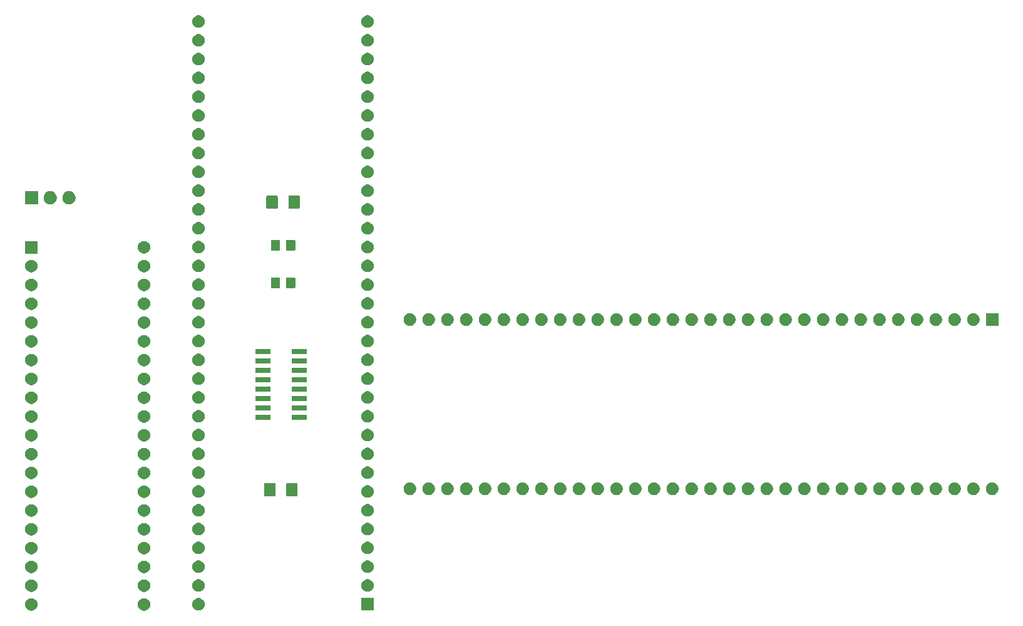
<source format=gbs>
G04 #@! TF.GenerationSoftware,KiCad,Pcbnew,(5.1.5)-3*
G04 #@! TF.CreationDate,2021-09-12T14:11:04+10:00*
G04 #@! TF.ProjectId,CDTV_Reromlocator_v3,43445456-5f52-4657-926f-6d6c6f636174,rev?*
G04 #@! TF.SameCoordinates,Original*
G04 #@! TF.FileFunction,Soldermask,Bot*
G04 #@! TF.FilePolarity,Negative*
%FSLAX46Y46*%
G04 Gerber Fmt 4.6, Leading zero omitted, Abs format (unit mm)*
G04 Created by KiCad (PCBNEW (5.1.5)-3) date 2021-09-12 14:11:04*
%MOMM*%
%LPD*%
G04 APERTURE LIST*
%ADD10C,0.100000*%
G04 APERTURE END LIST*
D10*
G36*
X67670228Y-151981703D02*
G01*
X67825100Y-152045853D01*
X67964481Y-152138985D01*
X68083015Y-152257519D01*
X68176147Y-152396900D01*
X68240297Y-152551772D01*
X68273000Y-152716184D01*
X68273000Y-152883816D01*
X68240297Y-153048228D01*
X68176147Y-153203100D01*
X68083015Y-153342481D01*
X67964481Y-153461015D01*
X67825100Y-153554147D01*
X67670228Y-153618297D01*
X67505816Y-153651000D01*
X67338184Y-153651000D01*
X67173772Y-153618297D01*
X67018900Y-153554147D01*
X66879519Y-153461015D01*
X66760985Y-153342481D01*
X66667853Y-153203100D01*
X66603703Y-153048228D01*
X66571000Y-152883816D01*
X66571000Y-152716184D01*
X66603703Y-152551772D01*
X66667853Y-152396900D01*
X66760985Y-152257519D01*
X66879519Y-152138985D01*
X67018900Y-152045853D01*
X67173772Y-151981703D01*
X67338184Y-151949000D01*
X67505816Y-151949000D01*
X67670228Y-151981703D01*
G37*
G36*
X52430228Y-151981703D02*
G01*
X52585100Y-152045853D01*
X52724481Y-152138985D01*
X52843015Y-152257519D01*
X52936147Y-152396900D01*
X53000297Y-152551772D01*
X53033000Y-152716184D01*
X53033000Y-152883816D01*
X53000297Y-153048228D01*
X52936147Y-153203100D01*
X52843015Y-153342481D01*
X52724481Y-153461015D01*
X52585100Y-153554147D01*
X52430228Y-153618297D01*
X52265816Y-153651000D01*
X52098184Y-153651000D01*
X51933772Y-153618297D01*
X51778900Y-153554147D01*
X51639519Y-153461015D01*
X51520985Y-153342481D01*
X51427853Y-153203100D01*
X51363703Y-153048228D01*
X51331000Y-152883816D01*
X51331000Y-152716184D01*
X51363703Y-152551772D01*
X51427853Y-152396900D01*
X51520985Y-152257519D01*
X51639519Y-152138985D01*
X51778900Y-152045853D01*
X51933772Y-151981703D01*
X52098184Y-151949000D01*
X52265816Y-151949000D01*
X52430228Y-151981703D01*
G37*
G36*
X98509000Y-153641000D02*
G01*
X96807000Y-153641000D01*
X96807000Y-151939000D01*
X98509000Y-151939000D01*
X98509000Y-153641000D01*
G37*
G36*
X75046228Y-151971703D02*
G01*
X75201100Y-152035853D01*
X75340481Y-152128985D01*
X75459015Y-152247519D01*
X75552147Y-152386900D01*
X75616297Y-152541772D01*
X75649000Y-152706184D01*
X75649000Y-152873816D01*
X75616297Y-153038228D01*
X75552147Y-153193100D01*
X75459015Y-153332481D01*
X75340481Y-153451015D01*
X75201100Y-153544147D01*
X75046228Y-153608297D01*
X74881816Y-153641000D01*
X74714184Y-153641000D01*
X74549772Y-153608297D01*
X74394900Y-153544147D01*
X74255519Y-153451015D01*
X74136985Y-153332481D01*
X74043853Y-153193100D01*
X73979703Y-153038228D01*
X73947000Y-152873816D01*
X73947000Y-152706184D01*
X73979703Y-152541772D01*
X74043853Y-152386900D01*
X74136985Y-152247519D01*
X74255519Y-152128985D01*
X74394900Y-152035853D01*
X74549772Y-151971703D01*
X74714184Y-151939000D01*
X74881816Y-151939000D01*
X75046228Y-151971703D01*
G37*
G36*
X52430228Y-149441703D02*
G01*
X52585100Y-149505853D01*
X52724481Y-149598985D01*
X52843015Y-149717519D01*
X52936147Y-149856900D01*
X53000297Y-150011772D01*
X53033000Y-150176184D01*
X53033000Y-150343816D01*
X53000297Y-150508228D01*
X52936147Y-150663100D01*
X52843015Y-150802481D01*
X52724481Y-150921015D01*
X52585100Y-151014147D01*
X52430228Y-151078297D01*
X52265816Y-151111000D01*
X52098184Y-151111000D01*
X51933772Y-151078297D01*
X51778900Y-151014147D01*
X51639519Y-150921015D01*
X51520985Y-150802481D01*
X51427853Y-150663100D01*
X51363703Y-150508228D01*
X51331000Y-150343816D01*
X51331000Y-150176184D01*
X51363703Y-150011772D01*
X51427853Y-149856900D01*
X51520985Y-149717519D01*
X51639519Y-149598985D01*
X51778900Y-149505853D01*
X51933772Y-149441703D01*
X52098184Y-149409000D01*
X52265816Y-149409000D01*
X52430228Y-149441703D01*
G37*
G36*
X67670228Y-149441703D02*
G01*
X67825100Y-149505853D01*
X67964481Y-149598985D01*
X68083015Y-149717519D01*
X68176147Y-149856900D01*
X68240297Y-150011772D01*
X68273000Y-150176184D01*
X68273000Y-150343816D01*
X68240297Y-150508228D01*
X68176147Y-150663100D01*
X68083015Y-150802481D01*
X67964481Y-150921015D01*
X67825100Y-151014147D01*
X67670228Y-151078297D01*
X67505816Y-151111000D01*
X67338184Y-151111000D01*
X67173772Y-151078297D01*
X67018900Y-151014147D01*
X66879519Y-150921015D01*
X66760985Y-150802481D01*
X66667853Y-150663100D01*
X66603703Y-150508228D01*
X66571000Y-150343816D01*
X66571000Y-150176184D01*
X66603703Y-150011772D01*
X66667853Y-149856900D01*
X66760985Y-149717519D01*
X66879519Y-149598985D01*
X67018900Y-149505853D01*
X67173772Y-149441703D01*
X67338184Y-149409000D01*
X67505816Y-149409000D01*
X67670228Y-149441703D01*
G37*
G36*
X75046228Y-149431703D02*
G01*
X75201100Y-149495853D01*
X75340481Y-149588985D01*
X75459015Y-149707519D01*
X75552147Y-149846900D01*
X75616297Y-150001772D01*
X75649000Y-150166184D01*
X75649000Y-150333816D01*
X75616297Y-150498228D01*
X75552147Y-150653100D01*
X75459015Y-150792481D01*
X75340481Y-150911015D01*
X75201100Y-151004147D01*
X75046228Y-151068297D01*
X74881816Y-151101000D01*
X74714184Y-151101000D01*
X74549772Y-151068297D01*
X74394900Y-151004147D01*
X74255519Y-150911015D01*
X74136985Y-150792481D01*
X74043853Y-150653100D01*
X73979703Y-150498228D01*
X73947000Y-150333816D01*
X73947000Y-150166184D01*
X73979703Y-150001772D01*
X74043853Y-149846900D01*
X74136985Y-149707519D01*
X74255519Y-149588985D01*
X74394900Y-149495853D01*
X74549772Y-149431703D01*
X74714184Y-149399000D01*
X74881816Y-149399000D01*
X75046228Y-149431703D01*
G37*
G36*
X97906228Y-149431703D02*
G01*
X98061100Y-149495853D01*
X98200481Y-149588985D01*
X98319015Y-149707519D01*
X98412147Y-149846900D01*
X98476297Y-150001772D01*
X98509000Y-150166184D01*
X98509000Y-150333816D01*
X98476297Y-150498228D01*
X98412147Y-150653100D01*
X98319015Y-150792481D01*
X98200481Y-150911015D01*
X98061100Y-151004147D01*
X97906228Y-151068297D01*
X97741816Y-151101000D01*
X97574184Y-151101000D01*
X97409772Y-151068297D01*
X97254900Y-151004147D01*
X97115519Y-150911015D01*
X96996985Y-150792481D01*
X96903853Y-150653100D01*
X96839703Y-150498228D01*
X96807000Y-150333816D01*
X96807000Y-150166184D01*
X96839703Y-150001772D01*
X96903853Y-149846900D01*
X96996985Y-149707519D01*
X97115519Y-149588985D01*
X97254900Y-149495853D01*
X97409772Y-149431703D01*
X97574184Y-149399000D01*
X97741816Y-149399000D01*
X97906228Y-149431703D01*
G37*
G36*
X67670228Y-146901703D02*
G01*
X67825100Y-146965853D01*
X67964481Y-147058985D01*
X68083015Y-147177519D01*
X68176147Y-147316900D01*
X68240297Y-147471772D01*
X68273000Y-147636184D01*
X68273000Y-147803816D01*
X68240297Y-147968228D01*
X68176147Y-148123100D01*
X68083015Y-148262481D01*
X67964481Y-148381015D01*
X67825100Y-148474147D01*
X67670228Y-148538297D01*
X67505816Y-148571000D01*
X67338184Y-148571000D01*
X67173772Y-148538297D01*
X67018900Y-148474147D01*
X66879519Y-148381015D01*
X66760985Y-148262481D01*
X66667853Y-148123100D01*
X66603703Y-147968228D01*
X66571000Y-147803816D01*
X66571000Y-147636184D01*
X66603703Y-147471772D01*
X66667853Y-147316900D01*
X66760985Y-147177519D01*
X66879519Y-147058985D01*
X67018900Y-146965853D01*
X67173772Y-146901703D01*
X67338184Y-146869000D01*
X67505816Y-146869000D01*
X67670228Y-146901703D01*
G37*
G36*
X52430228Y-146901703D02*
G01*
X52585100Y-146965853D01*
X52724481Y-147058985D01*
X52843015Y-147177519D01*
X52936147Y-147316900D01*
X53000297Y-147471772D01*
X53033000Y-147636184D01*
X53033000Y-147803816D01*
X53000297Y-147968228D01*
X52936147Y-148123100D01*
X52843015Y-148262481D01*
X52724481Y-148381015D01*
X52585100Y-148474147D01*
X52430228Y-148538297D01*
X52265816Y-148571000D01*
X52098184Y-148571000D01*
X51933772Y-148538297D01*
X51778900Y-148474147D01*
X51639519Y-148381015D01*
X51520985Y-148262481D01*
X51427853Y-148123100D01*
X51363703Y-147968228D01*
X51331000Y-147803816D01*
X51331000Y-147636184D01*
X51363703Y-147471772D01*
X51427853Y-147316900D01*
X51520985Y-147177519D01*
X51639519Y-147058985D01*
X51778900Y-146965853D01*
X51933772Y-146901703D01*
X52098184Y-146869000D01*
X52265816Y-146869000D01*
X52430228Y-146901703D01*
G37*
G36*
X75046228Y-146891703D02*
G01*
X75201100Y-146955853D01*
X75340481Y-147048985D01*
X75459015Y-147167519D01*
X75552147Y-147306900D01*
X75616297Y-147461772D01*
X75649000Y-147626184D01*
X75649000Y-147793816D01*
X75616297Y-147958228D01*
X75552147Y-148113100D01*
X75459015Y-148252481D01*
X75340481Y-148371015D01*
X75201100Y-148464147D01*
X75046228Y-148528297D01*
X74881816Y-148561000D01*
X74714184Y-148561000D01*
X74549772Y-148528297D01*
X74394900Y-148464147D01*
X74255519Y-148371015D01*
X74136985Y-148252481D01*
X74043853Y-148113100D01*
X73979703Y-147958228D01*
X73947000Y-147793816D01*
X73947000Y-147626184D01*
X73979703Y-147461772D01*
X74043853Y-147306900D01*
X74136985Y-147167519D01*
X74255519Y-147048985D01*
X74394900Y-146955853D01*
X74549772Y-146891703D01*
X74714184Y-146859000D01*
X74881816Y-146859000D01*
X75046228Y-146891703D01*
G37*
G36*
X97906228Y-146891703D02*
G01*
X98061100Y-146955853D01*
X98200481Y-147048985D01*
X98319015Y-147167519D01*
X98412147Y-147306900D01*
X98476297Y-147461772D01*
X98509000Y-147626184D01*
X98509000Y-147793816D01*
X98476297Y-147958228D01*
X98412147Y-148113100D01*
X98319015Y-148252481D01*
X98200481Y-148371015D01*
X98061100Y-148464147D01*
X97906228Y-148528297D01*
X97741816Y-148561000D01*
X97574184Y-148561000D01*
X97409772Y-148528297D01*
X97254900Y-148464147D01*
X97115519Y-148371015D01*
X96996985Y-148252481D01*
X96903853Y-148113100D01*
X96839703Y-147958228D01*
X96807000Y-147793816D01*
X96807000Y-147626184D01*
X96839703Y-147461772D01*
X96903853Y-147306900D01*
X96996985Y-147167519D01*
X97115519Y-147048985D01*
X97254900Y-146955853D01*
X97409772Y-146891703D01*
X97574184Y-146859000D01*
X97741816Y-146859000D01*
X97906228Y-146891703D01*
G37*
G36*
X67670228Y-144361703D02*
G01*
X67825100Y-144425853D01*
X67964481Y-144518985D01*
X68083015Y-144637519D01*
X68176147Y-144776900D01*
X68240297Y-144931772D01*
X68273000Y-145096184D01*
X68273000Y-145263816D01*
X68240297Y-145428228D01*
X68176147Y-145583100D01*
X68083015Y-145722481D01*
X67964481Y-145841015D01*
X67825100Y-145934147D01*
X67670228Y-145998297D01*
X67505816Y-146031000D01*
X67338184Y-146031000D01*
X67173772Y-145998297D01*
X67018900Y-145934147D01*
X66879519Y-145841015D01*
X66760985Y-145722481D01*
X66667853Y-145583100D01*
X66603703Y-145428228D01*
X66571000Y-145263816D01*
X66571000Y-145096184D01*
X66603703Y-144931772D01*
X66667853Y-144776900D01*
X66760985Y-144637519D01*
X66879519Y-144518985D01*
X67018900Y-144425853D01*
X67173772Y-144361703D01*
X67338184Y-144329000D01*
X67505816Y-144329000D01*
X67670228Y-144361703D01*
G37*
G36*
X52430228Y-144361703D02*
G01*
X52585100Y-144425853D01*
X52724481Y-144518985D01*
X52843015Y-144637519D01*
X52936147Y-144776900D01*
X53000297Y-144931772D01*
X53033000Y-145096184D01*
X53033000Y-145263816D01*
X53000297Y-145428228D01*
X52936147Y-145583100D01*
X52843015Y-145722481D01*
X52724481Y-145841015D01*
X52585100Y-145934147D01*
X52430228Y-145998297D01*
X52265816Y-146031000D01*
X52098184Y-146031000D01*
X51933772Y-145998297D01*
X51778900Y-145934147D01*
X51639519Y-145841015D01*
X51520985Y-145722481D01*
X51427853Y-145583100D01*
X51363703Y-145428228D01*
X51331000Y-145263816D01*
X51331000Y-145096184D01*
X51363703Y-144931772D01*
X51427853Y-144776900D01*
X51520985Y-144637519D01*
X51639519Y-144518985D01*
X51778900Y-144425853D01*
X51933772Y-144361703D01*
X52098184Y-144329000D01*
X52265816Y-144329000D01*
X52430228Y-144361703D01*
G37*
G36*
X97906228Y-144351703D02*
G01*
X98061100Y-144415853D01*
X98200481Y-144508985D01*
X98319015Y-144627519D01*
X98412147Y-144766900D01*
X98476297Y-144921772D01*
X98509000Y-145086184D01*
X98509000Y-145253816D01*
X98476297Y-145418228D01*
X98412147Y-145573100D01*
X98319015Y-145712481D01*
X98200481Y-145831015D01*
X98061100Y-145924147D01*
X97906228Y-145988297D01*
X97741816Y-146021000D01*
X97574184Y-146021000D01*
X97409772Y-145988297D01*
X97254900Y-145924147D01*
X97115519Y-145831015D01*
X96996985Y-145712481D01*
X96903853Y-145573100D01*
X96839703Y-145418228D01*
X96807000Y-145253816D01*
X96807000Y-145086184D01*
X96839703Y-144921772D01*
X96903853Y-144766900D01*
X96996985Y-144627519D01*
X97115519Y-144508985D01*
X97254900Y-144415853D01*
X97409772Y-144351703D01*
X97574184Y-144319000D01*
X97741816Y-144319000D01*
X97906228Y-144351703D01*
G37*
G36*
X75046228Y-144351703D02*
G01*
X75201100Y-144415853D01*
X75340481Y-144508985D01*
X75459015Y-144627519D01*
X75552147Y-144766900D01*
X75616297Y-144921772D01*
X75649000Y-145086184D01*
X75649000Y-145253816D01*
X75616297Y-145418228D01*
X75552147Y-145573100D01*
X75459015Y-145712481D01*
X75340481Y-145831015D01*
X75201100Y-145924147D01*
X75046228Y-145988297D01*
X74881816Y-146021000D01*
X74714184Y-146021000D01*
X74549772Y-145988297D01*
X74394900Y-145924147D01*
X74255519Y-145831015D01*
X74136985Y-145712481D01*
X74043853Y-145573100D01*
X73979703Y-145418228D01*
X73947000Y-145253816D01*
X73947000Y-145086184D01*
X73979703Y-144921772D01*
X74043853Y-144766900D01*
X74136985Y-144627519D01*
X74255519Y-144508985D01*
X74394900Y-144415853D01*
X74549772Y-144351703D01*
X74714184Y-144319000D01*
X74881816Y-144319000D01*
X75046228Y-144351703D01*
G37*
G36*
X67670228Y-141821703D02*
G01*
X67825100Y-141885853D01*
X67964481Y-141978985D01*
X68083015Y-142097519D01*
X68176147Y-142236900D01*
X68240297Y-142391772D01*
X68273000Y-142556184D01*
X68273000Y-142723816D01*
X68240297Y-142888228D01*
X68176147Y-143043100D01*
X68083015Y-143182481D01*
X67964481Y-143301015D01*
X67825100Y-143394147D01*
X67670228Y-143458297D01*
X67505816Y-143491000D01*
X67338184Y-143491000D01*
X67173772Y-143458297D01*
X67018900Y-143394147D01*
X66879519Y-143301015D01*
X66760985Y-143182481D01*
X66667853Y-143043100D01*
X66603703Y-142888228D01*
X66571000Y-142723816D01*
X66571000Y-142556184D01*
X66603703Y-142391772D01*
X66667853Y-142236900D01*
X66760985Y-142097519D01*
X66879519Y-141978985D01*
X67018900Y-141885853D01*
X67173772Y-141821703D01*
X67338184Y-141789000D01*
X67505816Y-141789000D01*
X67670228Y-141821703D01*
G37*
G36*
X52430228Y-141821703D02*
G01*
X52585100Y-141885853D01*
X52724481Y-141978985D01*
X52843015Y-142097519D01*
X52936147Y-142236900D01*
X53000297Y-142391772D01*
X53033000Y-142556184D01*
X53033000Y-142723816D01*
X53000297Y-142888228D01*
X52936147Y-143043100D01*
X52843015Y-143182481D01*
X52724481Y-143301015D01*
X52585100Y-143394147D01*
X52430228Y-143458297D01*
X52265816Y-143491000D01*
X52098184Y-143491000D01*
X51933772Y-143458297D01*
X51778900Y-143394147D01*
X51639519Y-143301015D01*
X51520985Y-143182481D01*
X51427853Y-143043100D01*
X51363703Y-142888228D01*
X51331000Y-142723816D01*
X51331000Y-142556184D01*
X51363703Y-142391772D01*
X51427853Y-142236900D01*
X51520985Y-142097519D01*
X51639519Y-141978985D01*
X51778900Y-141885853D01*
X51933772Y-141821703D01*
X52098184Y-141789000D01*
X52265816Y-141789000D01*
X52430228Y-141821703D01*
G37*
G36*
X75046228Y-141811703D02*
G01*
X75201100Y-141875853D01*
X75340481Y-141968985D01*
X75459015Y-142087519D01*
X75552147Y-142226900D01*
X75616297Y-142381772D01*
X75649000Y-142546184D01*
X75649000Y-142713816D01*
X75616297Y-142878228D01*
X75552147Y-143033100D01*
X75459015Y-143172481D01*
X75340481Y-143291015D01*
X75201100Y-143384147D01*
X75046228Y-143448297D01*
X74881816Y-143481000D01*
X74714184Y-143481000D01*
X74549772Y-143448297D01*
X74394900Y-143384147D01*
X74255519Y-143291015D01*
X74136985Y-143172481D01*
X74043853Y-143033100D01*
X73979703Y-142878228D01*
X73947000Y-142713816D01*
X73947000Y-142546184D01*
X73979703Y-142381772D01*
X74043853Y-142226900D01*
X74136985Y-142087519D01*
X74255519Y-141968985D01*
X74394900Y-141875853D01*
X74549772Y-141811703D01*
X74714184Y-141779000D01*
X74881816Y-141779000D01*
X75046228Y-141811703D01*
G37*
G36*
X97906228Y-141811703D02*
G01*
X98061100Y-141875853D01*
X98200481Y-141968985D01*
X98319015Y-142087519D01*
X98412147Y-142226900D01*
X98476297Y-142381772D01*
X98509000Y-142546184D01*
X98509000Y-142713816D01*
X98476297Y-142878228D01*
X98412147Y-143033100D01*
X98319015Y-143172481D01*
X98200481Y-143291015D01*
X98061100Y-143384147D01*
X97906228Y-143448297D01*
X97741816Y-143481000D01*
X97574184Y-143481000D01*
X97409772Y-143448297D01*
X97254900Y-143384147D01*
X97115519Y-143291015D01*
X96996985Y-143172481D01*
X96903853Y-143033100D01*
X96839703Y-142878228D01*
X96807000Y-142713816D01*
X96807000Y-142546184D01*
X96839703Y-142381772D01*
X96903853Y-142226900D01*
X96996985Y-142087519D01*
X97115519Y-141968985D01*
X97254900Y-141875853D01*
X97409772Y-141811703D01*
X97574184Y-141779000D01*
X97741816Y-141779000D01*
X97906228Y-141811703D01*
G37*
G36*
X52430228Y-139281703D02*
G01*
X52585100Y-139345853D01*
X52724481Y-139438985D01*
X52843015Y-139557519D01*
X52936147Y-139696900D01*
X53000297Y-139851772D01*
X53033000Y-140016184D01*
X53033000Y-140183816D01*
X53000297Y-140348228D01*
X52936147Y-140503100D01*
X52843015Y-140642481D01*
X52724481Y-140761015D01*
X52585100Y-140854147D01*
X52430228Y-140918297D01*
X52265816Y-140951000D01*
X52098184Y-140951000D01*
X51933772Y-140918297D01*
X51778900Y-140854147D01*
X51639519Y-140761015D01*
X51520985Y-140642481D01*
X51427853Y-140503100D01*
X51363703Y-140348228D01*
X51331000Y-140183816D01*
X51331000Y-140016184D01*
X51363703Y-139851772D01*
X51427853Y-139696900D01*
X51520985Y-139557519D01*
X51639519Y-139438985D01*
X51778900Y-139345853D01*
X51933772Y-139281703D01*
X52098184Y-139249000D01*
X52265816Y-139249000D01*
X52430228Y-139281703D01*
G37*
G36*
X67670228Y-139281703D02*
G01*
X67825100Y-139345853D01*
X67964481Y-139438985D01*
X68083015Y-139557519D01*
X68176147Y-139696900D01*
X68240297Y-139851772D01*
X68273000Y-140016184D01*
X68273000Y-140183816D01*
X68240297Y-140348228D01*
X68176147Y-140503100D01*
X68083015Y-140642481D01*
X67964481Y-140761015D01*
X67825100Y-140854147D01*
X67670228Y-140918297D01*
X67505816Y-140951000D01*
X67338184Y-140951000D01*
X67173772Y-140918297D01*
X67018900Y-140854147D01*
X66879519Y-140761015D01*
X66760985Y-140642481D01*
X66667853Y-140503100D01*
X66603703Y-140348228D01*
X66571000Y-140183816D01*
X66571000Y-140016184D01*
X66603703Y-139851772D01*
X66667853Y-139696900D01*
X66760985Y-139557519D01*
X66879519Y-139438985D01*
X67018900Y-139345853D01*
X67173772Y-139281703D01*
X67338184Y-139249000D01*
X67505816Y-139249000D01*
X67670228Y-139281703D01*
G37*
G36*
X97906228Y-139271703D02*
G01*
X98061100Y-139335853D01*
X98200481Y-139428985D01*
X98319015Y-139547519D01*
X98412147Y-139686900D01*
X98476297Y-139841772D01*
X98509000Y-140006184D01*
X98509000Y-140173816D01*
X98476297Y-140338228D01*
X98412147Y-140493100D01*
X98319015Y-140632481D01*
X98200481Y-140751015D01*
X98061100Y-140844147D01*
X97906228Y-140908297D01*
X97741816Y-140941000D01*
X97574184Y-140941000D01*
X97409772Y-140908297D01*
X97254900Y-140844147D01*
X97115519Y-140751015D01*
X96996985Y-140632481D01*
X96903853Y-140493100D01*
X96839703Y-140338228D01*
X96807000Y-140173816D01*
X96807000Y-140006184D01*
X96839703Y-139841772D01*
X96903853Y-139686900D01*
X96996985Y-139547519D01*
X97115519Y-139428985D01*
X97254900Y-139335853D01*
X97409772Y-139271703D01*
X97574184Y-139239000D01*
X97741816Y-139239000D01*
X97906228Y-139271703D01*
G37*
G36*
X75046228Y-139271703D02*
G01*
X75201100Y-139335853D01*
X75340481Y-139428985D01*
X75459015Y-139547519D01*
X75552147Y-139686900D01*
X75616297Y-139841772D01*
X75649000Y-140006184D01*
X75649000Y-140173816D01*
X75616297Y-140338228D01*
X75552147Y-140493100D01*
X75459015Y-140632481D01*
X75340481Y-140751015D01*
X75201100Y-140844147D01*
X75046228Y-140908297D01*
X74881816Y-140941000D01*
X74714184Y-140941000D01*
X74549772Y-140908297D01*
X74394900Y-140844147D01*
X74255519Y-140751015D01*
X74136985Y-140632481D01*
X74043853Y-140493100D01*
X73979703Y-140338228D01*
X73947000Y-140173816D01*
X73947000Y-140006184D01*
X73979703Y-139841772D01*
X74043853Y-139686900D01*
X74136985Y-139547519D01*
X74255519Y-139428985D01*
X74394900Y-139335853D01*
X74549772Y-139271703D01*
X74714184Y-139239000D01*
X74881816Y-139239000D01*
X75046228Y-139271703D01*
G37*
G36*
X67670228Y-136741703D02*
G01*
X67825100Y-136805853D01*
X67964481Y-136898985D01*
X68083015Y-137017519D01*
X68176147Y-137156900D01*
X68240297Y-137311772D01*
X68273000Y-137476184D01*
X68273000Y-137643816D01*
X68240297Y-137808228D01*
X68176147Y-137963100D01*
X68083015Y-138102481D01*
X67964481Y-138221015D01*
X67825100Y-138314147D01*
X67670228Y-138378297D01*
X67505816Y-138411000D01*
X67338184Y-138411000D01*
X67173772Y-138378297D01*
X67018900Y-138314147D01*
X66879519Y-138221015D01*
X66760985Y-138102481D01*
X66667853Y-137963100D01*
X66603703Y-137808228D01*
X66571000Y-137643816D01*
X66571000Y-137476184D01*
X66603703Y-137311772D01*
X66667853Y-137156900D01*
X66760985Y-137017519D01*
X66879519Y-136898985D01*
X67018900Y-136805853D01*
X67173772Y-136741703D01*
X67338184Y-136709000D01*
X67505816Y-136709000D01*
X67670228Y-136741703D01*
G37*
G36*
X52430228Y-136741703D02*
G01*
X52585100Y-136805853D01*
X52724481Y-136898985D01*
X52843015Y-137017519D01*
X52936147Y-137156900D01*
X53000297Y-137311772D01*
X53033000Y-137476184D01*
X53033000Y-137643816D01*
X53000297Y-137808228D01*
X52936147Y-137963100D01*
X52843015Y-138102481D01*
X52724481Y-138221015D01*
X52585100Y-138314147D01*
X52430228Y-138378297D01*
X52265816Y-138411000D01*
X52098184Y-138411000D01*
X51933772Y-138378297D01*
X51778900Y-138314147D01*
X51639519Y-138221015D01*
X51520985Y-138102481D01*
X51427853Y-137963100D01*
X51363703Y-137808228D01*
X51331000Y-137643816D01*
X51331000Y-137476184D01*
X51363703Y-137311772D01*
X51427853Y-137156900D01*
X51520985Y-137017519D01*
X51639519Y-136898985D01*
X51778900Y-136805853D01*
X51933772Y-136741703D01*
X52098184Y-136709000D01*
X52265816Y-136709000D01*
X52430228Y-136741703D01*
G37*
G36*
X97906228Y-136731703D02*
G01*
X98061100Y-136795853D01*
X98200481Y-136888985D01*
X98319015Y-137007519D01*
X98412147Y-137146900D01*
X98476297Y-137301772D01*
X98509000Y-137466184D01*
X98509000Y-137633816D01*
X98476297Y-137798228D01*
X98412147Y-137953100D01*
X98319015Y-138092481D01*
X98200481Y-138211015D01*
X98061100Y-138304147D01*
X97906228Y-138368297D01*
X97741816Y-138401000D01*
X97574184Y-138401000D01*
X97409772Y-138368297D01*
X97254900Y-138304147D01*
X97115519Y-138211015D01*
X96996985Y-138092481D01*
X96903853Y-137953100D01*
X96839703Y-137798228D01*
X96807000Y-137633816D01*
X96807000Y-137466184D01*
X96839703Y-137301772D01*
X96903853Y-137146900D01*
X96996985Y-137007519D01*
X97115519Y-136888985D01*
X97254900Y-136795853D01*
X97409772Y-136731703D01*
X97574184Y-136699000D01*
X97741816Y-136699000D01*
X97906228Y-136731703D01*
G37*
G36*
X75046228Y-136731703D02*
G01*
X75201100Y-136795853D01*
X75340481Y-136888985D01*
X75459015Y-137007519D01*
X75552147Y-137146900D01*
X75616297Y-137301772D01*
X75649000Y-137466184D01*
X75649000Y-137633816D01*
X75616297Y-137798228D01*
X75552147Y-137953100D01*
X75459015Y-138092481D01*
X75340481Y-138211015D01*
X75201100Y-138304147D01*
X75046228Y-138368297D01*
X74881816Y-138401000D01*
X74714184Y-138401000D01*
X74549772Y-138368297D01*
X74394900Y-138304147D01*
X74255519Y-138211015D01*
X74136985Y-138092481D01*
X74043853Y-137953100D01*
X73979703Y-137798228D01*
X73947000Y-137633816D01*
X73947000Y-137466184D01*
X73979703Y-137301772D01*
X74043853Y-137146900D01*
X74136985Y-137007519D01*
X74255519Y-136888985D01*
X74394900Y-136795853D01*
X74549772Y-136731703D01*
X74714184Y-136699000D01*
X74881816Y-136699000D01*
X75046228Y-136731703D01*
G37*
G36*
X85063062Y-136374181D02*
G01*
X85097981Y-136384774D01*
X85130163Y-136401976D01*
X85158373Y-136425127D01*
X85181524Y-136453337D01*
X85198726Y-136485519D01*
X85209319Y-136520438D01*
X85213500Y-136562895D01*
X85213500Y-138029105D01*
X85209319Y-138071562D01*
X85198726Y-138106481D01*
X85181524Y-138138663D01*
X85158373Y-138166873D01*
X85130163Y-138190024D01*
X85097981Y-138207226D01*
X85063062Y-138217819D01*
X85020605Y-138222000D01*
X83879395Y-138222000D01*
X83836938Y-138217819D01*
X83802019Y-138207226D01*
X83769837Y-138190024D01*
X83741627Y-138166873D01*
X83718476Y-138138663D01*
X83701274Y-138106481D01*
X83690681Y-138071562D01*
X83686500Y-138029105D01*
X83686500Y-136562895D01*
X83690681Y-136520438D01*
X83701274Y-136485519D01*
X83718476Y-136453337D01*
X83741627Y-136425127D01*
X83769837Y-136401976D01*
X83802019Y-136384774D01*
X83836938Y-136374181D01*
X83879395Y-136370000D01*
X85020605Y-136370000D01*
X85063062Y-136374181D01*
G37*
G36*
X88038062Y-136374181D02*
G01*
X88072981Y-136384774D01*
X88105163Y-136401976D01*
X88133373Y-136425127D01*
X88156524Y-136453337D01*
X88173726Y-136485519D01*
X88184319Y-136520438D01*
X88188500Y-136562895D01*
X88188500Y-138029105D01*
X88184319Y-138071562D01*
X88173726Y-138106481D01*
X88156524Y-138138663D01*
X88133373Y-138166873D01*
X88105163Y-138190024D01*
X88072981Y-138207226D01*
X88038062Y-138217819D01*
X87995605Y-138222000D01*
X86854395Y-138222000D01*
X86811938Y-138217819D01*
X86777019Y-138207226D01*
X86744837Y-138190024D01*
X86716627Y-138166873D01*
X86693476Y-138138663D01*
X86676274Y-138106481D01*
X86665681Y-138071562D01*
X86661500Y-138029105D01*
X86661500Y-136562895D01*
X86665681Y-136520438D01*
X86676274Y-136485519D01*
X86693476Y-136453337D01*
X86716627Y-136425127D01*
X86744837Y-136401976D01*
X86777019Y-136384774D01*
X86811938Y-136374181D01*
X86854395Y-136370000D01*
X87995605Y-136370000D01*
X88038062Y-136374181D01*
G37*
G36*
X144266228Y-136341703D02*
G01*
X144421100Y-136405853D01*
X144560481Y-136498985D01*
X144679015Y-136617519D01*
X144772147Y-136756900D01*
X144836297Y-136911772D01*
X144869000Y-137076184D01*
X144869000Y-137243816D01*
X144836297Y-137408228D01*
X144772147Y-137563100D01*
X144679015Y-137702481D01*
X144560481Y-137821015D01*
X144421100Y-137914147D01*
X144266228Y-137978297D01*
X144101816Y-138011000D01*
X143934184Y-138011000D01*
X143769772Y-137978297D01*
X143614900Y-137914147D01*
X143475519Y-137821015D01*
X143356985Y-137702481D01*
X143263853Y-137563100D01*
X143199703Y-137408228D01*
X143167000Y-137243816D01*
X143167000Y-137076184D01*
X143199703Y-136911772D01*
X143263853Y-136756900D01*
X143356985Y-136617519D01*
X143475519Y-136498985D01*
X143614900Y-136405853D01*
X143769772Y-136341703D01*
X143934184Y-136309000D01*
X144101816Y-136309000D01*
X144266228Y-136341703D01*
G37*
G36*
X103626228Y-136341703D02*
G01*
X103781100Y-136405853D01*
X103920481Y-136498985D01*
X104039015Y-136617519D01*
X104132147Y-136756900D01*
X104196297Y-136911772D01*
X104229000Y-137076184D01*
X104229000Y-137243816D01*
X104196297Y-137408228D01*
X104132147Y-137563100D01*
X104039015Y-137702481D01*
X103920481Y-137821015D01*
X103781100Y-137914147D01*
X103626228Y-137978297D01*
X103461816Y-138011000D01*
X103294184Y-138011000D01*
X103129772Y-137978297D01*
X102974900Y-137914147D01*
X102835519Y-137821015D01*
X102716985Y-137702481D01*
X102623853Y-137563100D01*
X102559703Y-137408228D01*
X102527000Y-137243816D01*
X102527000Y-137076184D01*
X102559703Y-136911772D01*
X102623853Y-136756900D01*
X102716985Y-136617519D01*
X102835519Y-136498985D01*
X102974900Y-136405853D01*
X103129772Y-136341703D01*
X103294184Y-136309000D01*
X103461816Y-136309000D01*
X103626228Y-136341703D01*
G37*
G36*
X139186228Y-136341703D02*
G01*
X139341100Y-136405853D01*
X139480481Y-136498985D01*
X139599015Y-136617519D01*
X139692147Y-136756900D01*
X139756297Y-136911772D01*
X139789000Y-137076184D01*
X139789000Y-137243816D01*
X139756297Y-137408228D01*
X139692147Y-137563100D01*
X139599015Y-137702481D01*
X139480481Y-137821015D01*
X139341100Y-137914147D01*
X139186228Y-137978297D01*
X139021816Y-138011000D01*
X138854184Y-138011000D01*
X138689772Y-137978297D01*
X138534900Y-137914147D01*
X138395519Y-137821015D01*
X138276985Y-137702481D01*
X138183853Y-137563100D01*
X138119703Y-137408228D01*
X138087000Y-137243816D01*
X138087000Y-137076184D01*
X138119703Y-136911772D01*
X138183853Y-136756900D01*
X138276985Y-136617519D01*
X138395519Y-136498985D01*
X138534900Y-136405853D01*
X138689772Y-136341703D01*
X138854184Y-136309000D01*
X139021816Y-136309000D01*
X139186228Y-136341703D01*
G37*
G36*
X136646228Y-136341703D02*
G01*
X136801100Y-136405853D01*
X136940481Y-136498985D01*
X137059015Y-136617519D01*
X137152147Y-136756900D01*
X137216297Y-136911772D01*
X137249000Y-137076184D01*
X137249000Y-137243816D01*
X137216297Y-137408228D01*
X137152147Y-137563100D01*
X137059015Y-137702481D01*
X136940481Y-137821015D01*
X136801100Y-137914147D01*
X136646228Y-137978297D01*
X136481816Y-138011000D01*
X136314184Y-138011000D01*
X136149772Y-137978297D01*
X135994900Y-137914147D01*
X135855519Y-137821015D01*
X135736985Y-137702481D01*
X135643853Y-137563100D01*
X135579703Y-137408228D01*
X135547000Y-137243816D01*
X135547000Y-137076184D01*
X135579703Y-136911772D01*
X135643853Y-136756900D01*
X135736985Y-136617519D01*
X135855519Y-136498985D01*
X135994900Y-136405853D01*
X136149772Y-136341703D01*
X136314184Y-136309000D01*
X136481816Y-136309000D01*
X136646228Y-136341703D01*
G37*
G36*
X134106228Y-136341703D02*
G01*
X134261100Y-136405853D01*
X134400481Y-136498985D01*
X134519015Y-136617519D01*
X134612147Y-136756900D01*
X134676297Y-136911772D01*
X134709000Y-137076184D01*
X134709000Y-137243816D01*
X134676297Y-137408228D01*
X134612147Y-137563100D01*
X134519015Y-137702481D01*
X134400481Y-137821015D01*
X134261100Y-137914147D01*
X134106228Y-137978297D01*
X133941816Y-138011000D01*
X133774184Y-138011000D01*
X133609772Y-137978297D01*
X133454900Y-137914147D01*
X133315519Y-137821015D01*
X133196985Y-137702481D01*
X133103853Y-137563100D01*
X133039703Y-137408228D01*
X133007000Y-137243816D01*
X133007000Y-137076184D01*
X133039703Y-136911772D01*
X133103853Y-136756900D01*
X133196985Y-136617519D01*
X133315519Y-136498985D01*
X133454900Y-136405853D01*
X133609772Y-136341703D01*
X133774184Y-136309000D01*
X133941816Y-136309000D01*
X134106228Y-136341703D01*
G37*
G36*
X131566228Y-136341703D02*
G01*
X131721100Y-136405853D01*
X131860481Y-136498985D01*
X131979015Y-136617519D01*
X132072147Y-136756900D01*
X132136297Y-136911772D01*
X132169000Y-137076184D01*
X132169000Y-137243816D01*
X132136297Y-137408228D01*
X132072147Y-137563100D01*
X131979015Y-137702481D01*
X131860481Y-137821015D01*
X131721100Y-137914147D01*
X131566228Y-137978297D01*
X131401816Y-138011000D01*
X131234184Y-138011000D01*
X131069772Y-137978297D01*
X130914900Y-137914147D01*
X130775519Y-137821015D01*
X130656985Y-137702481D01*
X130563853Y-137563100D01*
X130499703Y-137408228D01*
X130467000Y-137243816D01*
X130467000Y-137076184D01*
X130499703Y-136911772D01*
X130563853Y-136756900D01*
X130656985Y-136617519D01*
X130775519Y-136498985D01*
X130914900Y-136405853D01*
X131069772Y-136341703D01*
X131234184Y-136309000D01*
X131401816Y-136309000D01*
X131566228Y-136341703D01*
G37*
G36*
X129026228Y-136341703D02*
G01*
X129181100Y-136405853D01*
X129320481Y-136498985D01*
X129439015Y-136617519D01*
X129532147Y-136756900D01*
X129596297Y-136911772D01*
X129629000Y-137076184D01*
X129629000Y-137243816D01*
X129596297Y-137408228D01*
X129532147Y-137563100D01*
X129439015Y-137702481D01*
X129320481Y-137821015D01*
X129181100Y-137914147D01*
X129026228Y-137978297D01*
X128861816Y-138011000D01*
X128694184Y-138011000D01*
X128529772Y-137978297D01*
X128374900Y-137914147D01*
X128235519Y-137821015D01*
X128116985Y-137702481D01*
X128023853Y-137563100D01*
X127959703Y-137408228D01*
X127927000Y-137243816D01*
X127927000Y-137076184D01*
X127959703Y-136911772D01*
X128023853Y-136756900D01*
X128116985Y-136617519D01*
X128235519Y-136498985D01*
X128374900Y-136405853D01*
X128529772Y-136341703D01*
X128694184Y-136309000D01*
X128861816Y-136309000D01*
X129026228Y-136341703D01*
G37*
G36*
X126486228Y-136341703D02*
G01*
X126641100Y-136405853D01*
X126780481Y-136498985D01*
X126899015Y-136617519D01*
X126992147Y-136756900D01*
X127056297Y-136911772D01*
X127089000Y-137076184D01*
X127089000Y-137243816D01*
X127056297Y-137408228D01*
X126992147Y-137563100D01*
X126899015Y-137702481D01*
X126780481Y-137821015D01*
X126641100Y-137914147D01*
X126486228Y-137978297D01*
X126321816Y-138011000D01*
X126154184Y-138011000D01*
X125989772Y-137978297D01*
X125834900Y-137914147D01*
X125695519Y-137821015D01*
X125576985Y-137702481D01*
X125483853Y-137563100D01*
X125419703Y-137408228D01*
X125387000Y-137243816D01*
X125387000Y-137076184D01*
X125419703Y-136911772D01*
X125483853Y-136756900D01*
X125576985Y-136617519D01*
X125695519Y-136498985D01*
X125834900Y-136405853D01*
X125989772Y-136341703D01*
X126154184Y-136309000D01*
X126321816Y-136309000D01*
X126486228Y-136341703D01*
G37*
G36*
X123946228Y-136341703D02*
G01*
X124101100Y-136405853D01*
X124240481Y-136498985D01*
X124359015Y-136617519D01*
X124452147Y-136756900D01*
X124516297Y-136911772D01*
X124549000Y-137076184D01*
X124549000Y-137243816D01*
X124516297Y-137408228D01*
X124452147Y-137563100D01*
X124359015Y-137702481D01*
X124240481Y-137821015D01*
X124101100Y-137914147D01*
X123946228Y-137978297D01*
X123781816Y-138011000D01*
X123614184Y-138011000D01*
X123449772Y-137978297D01*
X123294900Y-137914147D01*
X123155519Y-137821015D01*
X123036985Y-137702481D01*
X122943853Y-137563100D01*
X122879703Y-137408228D01*
X122847000Y-137243816D01*
X122847000Y-137076184D01*
X122879703Y-136911772D01*
X122943853Y-136756900D01*
X123036985Y-136617519D01*
X123155519Y-136498985D01*
X123294900Y-136405853D01*
X123449772Y-136341703D01*
X123614184Y-136309000D01*
X123781816Y-136309000D01*
X123946228Y-136341703D01*
G37*
G36*
X121406228Y-136341703D02*
G01*
X121561100Y-136405853D01*
X121700481Y-136498985D01*
X121819015Y-136617519D01*
X121912147Y-136756900D01*
X121976297Y-136911772D01*
X122009000Y-137076184D01*
X122009000Y-137243816D01*
X121976297Y-137408228D01*
X121912147Y-137563100D01*
X121819015Y-137702481D01*
X121700481Y-137821015D01*
X121561100Y-137914147D01*
X121406228Y-137978297D01*
X121241816Y-138011000D01*
X121074184Y-138011000D01*
X120909772Y-137978297D01*
X120754900Y-137914147D01*
X120615519Y-137821015D01*
X120496985Y-137702481D01*
X120403853Y-137563100D01*
X120339703Y-137408228D01*
X120307000Y-137243816D01*
X120307000Y-137076184D01*
X120339703Y-136911772D01*
X120403853Y-136756900D01*
X120496985Y-136617519D01*
X120615519Y-136498985D01*
X120754900Y-136405853D01*
X120909772Y-136341703D01*
X121074184Y-136309000D01*
X121241816Y-136309000D01*
X121406228Y-136341703D01*
G37*
G36*
X118866228Y-136341703D02*
G01*
X119021100Y-136405853D01*
X119160481Y-136498985D01*
X119279015Y-136617519D01*
X119372147Y-136756900D01*
X119436297Y-136911772D01*
X119469000Y-137076184D01*
X119469000Y-137243816D01*
X119436297Y-137408228D01*
X119372147Y-137563100D01*
X119279015Y-137702481D01*
X119160481Y-137821015D01*
X119021100Y-137914147D01*
X118866228Y-137978297D01*
X118701816Y-138011000D01*
X118534184Y-138011000D01*
X118369772Y-137978297D01*
X118214900Y-137914147D01*
X118075519Y-137821015D01*
X117956985Y-137702481D01*
X117863853Y-137563100D01*
X117799703Y-137408228D01*
X117767000Y-137243816D01*
X117767000Y-137076184D01*
X117799703Y-136911772D01*
X117863853Y-136756900D01*
X117956985Y-136617519D01*
X118075519Y-136498985D01*
X118214900Y-136405853D01*
X118369772Y-136341703D01*
X118534184Y-136309000D01*
X118701816Y-136309000D01*
X118866228Y-136341703D01*
G37*
G36*
X116326228Y-136341703D02*
G01*
X116481100Y-136405853D01*
X116620481Y-136498985D01*
X116739015Y-136617519D01*
X116832147Y-136756900D01*
X116896297Y-136911772D01*
X116929000Y-137076184D01*
X116929000Y-137243816D01*
X116896297Y-137408228D01*
X116832147Y-137563100D01*
X116739015Y-137702481D01*
X116620481Y-137821015D01*
X116481100Y-137914147D01*
X116326228Y-137978297D01*
X116161816Y-138011000D01*
X115994184Y-138011000D01*
X115829772Y-137978297D01*
X115674900Y-137914147D01*
X115535519Y-137821015D01*
X115416985Y-137702481D01*
X115323853Y-137563100D01*
X115259703Y-137408228D01*
X115227000Y-137243816D01*
X115227000Y-137076184D01*
X115259703Y-136911772D01*
X115323853Y-136756900D01*
X115416985Y-136617519D01*
X115535519Y-136498985D01*
X115674900Y-136405853D01*
X115829772Y-136341703D01*
X115994184Y-136309000D01*
X116161816Y-136309000D01*
X116326228Y-136341703D01*
G37*
G36*
X113786228Y-136341703D02*
G01*
X113941100Y-136405853D01*
X114080481Y-136498985D01*
X114199015Y-136617519D01*
X114292147Y-136756900D01*
X114356297Y-136911772D01*
X114389000Y-137076184D01*
X114389000Y-137243816D01*
X114356297Y-137408228D01*
X114292147Y-137563100D01*
X114199015Y-137702481D01*
X114080481Y-137821015D01*
X113941100Y-137914147D01*
X113786228Y-137978297D01*
X113621816Y-138011000D01*
X113454184Y-138011000D01*
X113289772Y-137978297D01*
X113134900Y-137914147D01*
X112995519Y-137821015D01*
X112876985Y-137702481D01*
X112783853Y-137563100D01*
X112719703Y-137408228D01*
X112687000Y-137243816D01*
X112687000Y-137076184D01*
X112719703Y-136911772D01*
X112783853Y-136756900D01*
X112876985Y-136617519D01*
X112995519Y-136498985D01*
X113134900Y-136405853D01*
X113289772Y-136341703D01*
X113454184Y-136309000D01*
X113621816Y-136309000D01*
X113786228Y-136341703D01*
G37*
G36*
X111246228Y-136341703D02*
G01*
X111401100Y-136405853D01*
X111540481Y-136498985D01*
X111659015Y-136617519D01*
X111752147Y-136756900D01*
X111816297Y-136911772D01*
X111849000Y-137076184D01*
X111849000Y-137243816D01*
X111816297Y-137408228D01*
X111752147Y-137563100D01*
X111659015Y-137702481D01*
X111540481Y-137821015D01*
X111401100Y-137914147D01*
X111246228Y-137978297D01*
X111081816Y-138011000D01*
X110914184Y-138011000D01*
X110749772Y-137978297D01*
X110594900Y-137914147D01*
X110455519Y-137821015D01*
X110336985Y-137702481D01*
X110243853Y-137563100D01*
X110179703Y-137408228D01*
X110147000Y-137243816D01*
X110147000Y-137076184D01*
X110179703Y-136911772D01*
X110243853Y-136756900D01*
X110336985Y-136617519D01*
X110455519Y-136498985D01*
X110594900Y-136405853D01*
X110749772Y-136341703D01*
X110914184Y-136309000D01*
X111081816Y-136309000D01*
X111246228Y-136341703D01*
G37*
G36*
X108706228Y-136341703D02*
G01*
X108861100Y-136405853D01*
X109000481Y-136498985D01*
X109119015Y-136617519D01*
X109212147Y-136756900D01*
X109276297Y-136911772D01*
X109309000Y-137076184D01*
X109309000Y-137243816D01*
X109276297Y-137408228D01*
X109212147Y-137563100D01*
X109119015Y-137702481D01*
X109000481Y-137821015D01*
X108861100Y-137914147D01*
X108706228Y-137978297D01*
X108541816Y-138011000D01*
X108374184Y-138011000D01*
X108209772Y-137978297D01*
X108054900Y-137914147D01*
X107915519Y-137821015D01*
X107796985Y-137702481D01*
X107703853Y-137563100D01*
X107639703Y-137408228D01*
X107607000Y-137243816D01*
X107607000Y-137076184D01*
X107639703Y-136911772D01*
X107703853Y-136756900D01*
X107796985Y-136617519D01*
X107915519Y-136498985D01*
X108054900Y-136405853D01*
X108209772Y-136341703D01*
X108374184Y-136309000D01*
X108541816Y-136309000D01*
X108706228Y-136341703D01*
G37*
G36*
X106166228Y-136341703D02*
G01*
X106321100Y-136405853D01*
X106460481Y-136498985D01*
X106579015Y-136617519D01*
X106672147Y-136756900D01*
X106736297Y-136911772D01*
X106769000Y-137076184D01*
X106769000Y-137243816D01*
X106736297Y-137408228D01*
X106672147Y-137563100D01*
X106579015Y-137702481D01*
X106460481Y-137821015D01*
X106321100Y-137914147D01*
X106166228Y-137978297D01*
X106001816Y-138011000D01*
X105834184Y-138011000D01*
X105669772Y-137978297D01*
X105514900Y-137914147D01*
X105375519Y-137821015D01*
X105256985Y-137702481D01*
X105163853Y-137563100D01*
X105099703Y-137408228D01*
X105067000Y-137243816D01*
X105067000Y-137076184D01*
X105099703Y-136911772D01*
X105163853Y-136756900D01*
X105256985Y-136617519D01*
X105375519Y-136498985D01*
X105514900Y-136405853D01*
X105669772Y-136341703D01*
X105834184Y-136309000D01*
X106001816Y-136309000D01*
X106166228Y-136341703D01*
G37*
G36*
X177286228Y-136341703D02*
G01*
X177441100Y-136405853D01*
X177580481Y-136498985D01*
X177699015Y-136617519D01*
X177792147Y-136756900D01*
X177856297Y-136911772D01*
X177889000Y-137076184D01*
X177889000Y-137243816D01*
X177856297Y-137408228D01*
X177792147Y-137563100D01*
X177699015Y-137702481D01*
X177580481Y-137821015D01*
X177441100Y-137914147D01*
X177286228Y-137978297D01*
X177121816Y-138011000D01*
X176954184Y-138011000D01*
X176789772Y-137978297D01*
X176634900Y-137914147D01*
X176495519Y-137821015D01*
X176376985Y-137702481D01*
X176283853Y-137563100D01*
X176219703Y-137408228D01*
X176187000Y-137243816D01*
X176187000Y-137076184D01*
X176219703Y-136911772D01*
X176283853Y-136756900D01*
X176376985Y-136617519D01*
X176495519Y-136498985D01*
X176634900Y-136405853D01*
X176789772Y-136341703D01*
X176954184Y-136309000D01*
X177121816Y-136309000D01*
X177286228Y-136341703D01*
G37*
G36*
X146806228Y-136341703D02*
G01*
X146961100Y-136405853D01*
X147100481Y-136498985D01*
X147219015Y-136617519D01*
X147312147Y-136756900D01*
X147376297Y-136911772D01*
X147409000Y-137076184D01*
X147409000Y-137243816D01*
X147376297Y-137408228D01*
X147312147Y-137563100D01*
X147219015Y-137702481D01*
X147100481Y-137821015D01*
X146961100Y-137914147D01*
X146806228Y-137978297D01*
X146641816Y-138011000D01*
X146474184Y-138011000D01*
X146309772Y-137978297D01*
X146154900Y-137914147D01*
X146015519Y-137821015D01*
X145896985Y-137702481D01*
X145803853Y-137563100D01*
X145739703Y-137408228D01*
X145707000Y-137243816D01*
X145707000Y-137076184D01*
X145739703Y-136911772D01*
X145803853Y-136756900D01*
X145896985Y-136617519D01*
X146015519Y-136498985D01*
X146154900Y-136405853D01*
X146309772Y-136341703D01*
X146474184Y-136309000D01*
X146641816Y-136309000D01*
X146806228Y-136341703D01*
G37*
G36*
X182366228Y-136341703D02*
G01*
X182521100Y-136405853D01*
X182660481Y-136498985D01*
X182779015Y-136617519D01*
X182872147Y-136756900D01*
X182936297Y-136911772D01*
X182969000Y-137076184D01*
X182969000Y-137243816D01*
X182936297Y-137408228D01*
X182872147Y-137563100D01*
X182779015Y-137702481D01*
X182660481Y-137821015D01*
X182521100Y-137914147D01*
X182366228Y-137978297D01*
X182201816Y-138011000D01*
X182034184Y-138011000D01*
X181869772Y-137978297D01*
X181714900Y-137914147D01*
X181575519Y-137821015D01*
X181456985Y-137702481D01*
X181363853Y-137563100D01*
X181299703Y-137408228D01*
X181267000Y-137243816D01*
X181267000Y-137076184D01*
X181299703Y-136911772D01*
X181363853Y-136756900D01*
X181456985Y-136617519D01*
X181575519Y-136498985D01*
X181714900Y-136405853D01*
X181869772Y-136341703D01*
X182034184Y-136309000D01*
X182201816Y-136309000D01*
X182366228Y-136341703D01*
G37*
G36*
X141726228Y-136341703D02*
G01*
X141881100Y-136405853D01*
X142020481Y-136498985D01*
X142139015Y-136617519D01*
X142232147Y-136756900D01*
X142296297Y-136911772D01*
X142329000Y-137076184D01*
X142329000Y-137243816D01*
X142296297Y-137408228D01*
X142232147Y-137563100D01*
X142139015Y-137702481D01*
X142020481Y-137821015D01*
X141881100Y-137914147D01*
X141726228Y-137978297D01*
X141561816Y-138011000D01*
X141394184Y-138011000D01*
X141229772Y-137978297D01*
X141074900Y-137914147D01*
X140935519Y-137821015D01*
X140816985Y-137702481D01*
X140723853Y-137563100D01*
X140659703Y-137408228D01*
X140627000Y-137243816D01*
X140627000Y-137076184D01*
X140659703Y-136911772D01*
X140723853Y-136756900D01*
X140816985Y-136617519D01*
X140935519Y-136498985D01*
X141074900Y-136405853D01*
X141229772Y-136341703D01*
X141394184Y-136309000D01*
X141561816Y-136309000D01*
X141726228Y-136341703D01*
G37*
G36*
X179826228Y-136341703D02*
G01*
X179981100Y-136405853D01*
X180120481Y-136498985D01*
X180239015Y-136617519D01*
X180332147Y-136756900D01*
X180396297Y-136911772D01*
X180429000Y-137076184D01*
X180429000Y-137243816D01*
X180396297Y-137408228D01*
X180332147Y-137563100D01*
X180239015Y-137702481D01*
X180120481Y-137821015D01*
X179981100Y-137914147D01*
X179826228Y-137978297D01*
X179661816Y-138011000D01*
X179494184Y-138011000D01*
X179329772Y-137978297D01*
X179174900Y-137914147D01*
X179035519Y-137821015D01*
X178916985Y-137702481D01*
X178823853Y-137563100D01*
X178759703Y-137408228D01*
X178727000Y-137243816D01*
X178727000Y-137076184D01*
X178759703Y-136911772D01*
X178823853Y-136756900D01*
X178916985Y-136617519D01*
X179035519Y-136498985D01*
X179174900Y-136405853D01*
X179329772Y-136341703D01*
X179494184Y-136309000D01*
X179661816Y-136309000D01*
X179826228Y-136341703D01*
G37*
G36*
X174746228Y-136341703D02*
G01*
X174901100Y-136405853D01*
X175040481Y-136498985D01*
X175159015Y-136617519D01*
X175252147Y-136756900D01*
X175316297Y-136911772D01*
X175349000Y-137076184D01*
X175349000Y-137243816D01*
X175316297Y-137408228D01*
X175252147Y-137563100D01*
X175159015Y-137702481D01*
X175040481Y-137821015D01*
X174901100Y-137914147D01*
X174746228Y-137978297D01*
X174581816Y-138011000D01*
X174414184Y-138011000D01*
X174249772Y-137978297D01*
X174094900Y-137914147D01*
X173955519Y-137821015D01*
X173836985Y-137702481D01*
X173743853Y-137563100D01*
X173679703Y-137408228D01*
X173647000Y-137243816D01*
X173647000Y-137076184D01*
X173679703Y-136911772D01*
X173743853Y-136756900D01*
X173836985Y-136617519D01*
X173955519Y-136498985D01*
X174094900Y-136405853D01*
X174249772Y-136341703D01*
X174414184Y-136309000D01*
X174581816Y-136309000D01*
X174746228Y-136341703D01*
G37*
G36*
X172206228Y-136341703D02*
G01*
X172361100Y-136405853D01*
X172500481Y-136498985D01*
X172619015Y-136617519D01*
X172712147Y-136756900D01*
X172776297Y-136911772D01*
X172809000Y-137076184D01*
X172809000Y-137243816D01*
X172776297Y-137408228D01*
X172712147Y-137563100D01*
X172619015Y-137702481D01*
X172500481Y-137821015D01*
X172361100Y-137914147D01*
X172206228Y-137978297D01*
X172041816Y-138011000D01*
X171874184Y-138011000D01*
X171709772Y-137978297D01*
X171554900Y-137914147D01*
X171415519Y-137821015D01*
X171296985Y-137702481D01*
X171203853Y-137563100D01*
X171139703Y-137408228D01*
X171107000Y-137243816D01*
X171107000Y-137076184D01*
X171139703Y-136911772D01*
X171203853Y-136756900D01*
X171296985Y-136617519D01*
X171415519Y-136498985D01*
X171554900Y-136405853D01*
X171709772Y-136341703D01*
X171874184Y-136309000D01*
X172041816Y-136309000D01*
X172206228Y-136341703D01*
G37*
G36*
X169666228Y-136341703D02*
G01*
X169821100Y-136405853D01*
X169960481Y-136498985D01*
X170079015Y-136617519D01*
X170172147Y-136756900D01*
X170236297Y-136911772D01*
X170269000Y-137076184D01*
X170269000Y-137243816D01*
X170236297Y-137408228D01*
X170172147Y-137563100D01*
X170079015Y-137702481D01*
X169960481Y-137821015D01*
X169821100Y-137914147D01*
X169666228Y-137978297D01*
X169501816Y-138011000D01*
X169334184Y-138011000D01*
X169169772Y-137978297D01*
X169014900Y-137914147D01*
X168875519Y-137821015D01*
X168756985Y-137702481D01*
X168663853Y-137563100D01*
X168599703Y-137408228D01*
X168567000Y-137243816D01*
X168567000Y-137076184D01*
X168599703Y-136911772D01*
X168663853Y-136756900D01*
X168756985Y-136617519D01*
X168875519Y-136498985D01*
X169014900Y-136405853D01*
X169169772Y-136341703D01*
X169334184Y-136309000D01*
X169501816Y-136309000D01*
X169666228Y-136341703D01*
G37*
G36*
X164586228Y-136341703D02*
G01*
X164741100Y-136405853D01*
X164880481Y-136498985D01*
X164999015Y-136617519D01*
X165092147Y-136756900D01*
X165156297Y-136911772D01*
X165189000Y-137076184D01*
X165189000Y-137243816D01*
X165156297Y-137408228D01*
X165092147Y-137563100D01*
X164999015Y-137702481D01*
X164880481Y-137821015D01*
X164741100Y-137914147D01*
X164586228Y-137978297D01*
X164421816Y-138011000D01*
X164254184Y-138011000D01*
X164089772Y-137978297D01*
X163934900Y-137914147D01*
X163795519Y-137821015D01*
X163676985Y-137702481D01*
X163583853Y-137563100D01*
X163519703Y-137408228D01*
X163487000Y-137243816D01*
X163487000Y-137076184D01*
X163519703Y-136911772D01*
X163583853Y-136756900D01*
X163676985Y-136617519D01*
X163795519Y-136498985D01*
X163934900Y-136405853D01*
X164089772Y-136341703D01*
X164254184Y-136309000D01*
X164421816Y-136309000D01*
X164586228Y-136341703D01*
G37*
G36*
X149346228Y-136341703D02*
G01*
X149501100Y-136405853D01*
X149640481Y-136498985D01*
X149759015Y-136617519D01*
X149852147Y-136756900D01*
X149916297Y-136911772D01*
X149949000Y-137076184D01*
X149949000Y-137243816D01*
X149916297Y-137408228D01*
X149852147Y-137563100D01*
X149759015Y-137702481D01*
X149640481Y-137821015D01*
X149501100Y-137914147D01*
X149346228Y-137978297D01*
X149181816Y-138011000D01*
X149014184Y-138011000D01*
X148849772Y-137978297D01*
X148694900Y-137914147D01*
X148555519Y-137821015D01*
X148436985Y-137702481D01*
X148343853Y-137563100D01*
X148279703Y-137408228D01*
X148247000Y-137243816D01*
X148247000Y-137076184D01*
X148279703Y-136911772D01*
X148343853Y-136756900D01*
X148436985Y-136617519D01*
X148555519Y-136498985D01*
X148694900Y-136405853D01*
X148849772Y-136341703D01*
X149014184Y-136309000D01*
X149181816Y-136309000D01*
X149346228Y-136341703D01*
G37*
G36*
X151886228Y-136341703D02*
G01*
X152041100Y-136405853D01*
X152180481Y-136498985D01*
X152299015Y-136617519D01*
X152392147Y-136756900D01*
X152456297Y-136911772D01*
X152489000Y-137076184D01*
X152489000Y-137243816D01*
X152456297Y-137408228D01*
X152392147Y-137563100D01*
X152299015Y-137702481D01*
X152180481Y-137821015D01*
X152041100Y-137914147D01*
X151886228Y-137978297D01*
X151721816Y-138011000D01*
X151554184Y-138011000D01*
X151389772Y-137978297D01*
X151234900Y-137914147D01*
X151095519Y-137821015D01*
X150976985Y-137702481D01*
X150883853Y-137563100D01*
X150819703Y-137408228D01*
X150787000Y-137243816D01*
X150787000Y-137076184D01*
X150819703Y-136911772D01*
X150883853Y-136756900D01*
X150976985Y-136617519D01*
X151095519Y-136498985D01*
X151234900Y-136405853D01*
X151389772Y-136341703D01*
X151554184Y-136309000D01*
X151721816Y-136309000D01*
X151886228Y-136341703D01*
G37*
G36*
X154426228Y-136341703D02*
G01*
X154581100Y-136405853D01*
X154720481Y-136498985D01*
X154839015Y-136617519D01*
X154932147Y-136756900D01*
X154996297Y-136911772D01*
X155029000Y-137076184D01*
X155029000Y-137243816D01*
X154996297Y-137408228D01*
X154932147Y-137563100D01*
X154839015Y-137702481D01*
X154720481Y-137821015D01*
X154581100Y-137914147D01*
X154426228Y-137978297D01*
X154261816Y-138011000D01*
X154094184Y-138011000D01*
X153929772Y-137978297D01*
X153774900Y-137914147D01*
X153635519Y-137821015D01*
X153516985Y-137702481D01*
X153423853Y-137563100D01*
X153359703Y-137408228D01*
X153327000Y-137243816D01*
X153327000Y-137076184D01*
X153359703Y-136911772D01*
X153423853Y-136756900D01*
X153516985Y-136617519D01*
X153635519Y-136498985D01*
X153774900Y-136405853D01*
X153929772Y-136341703D01*
X154094184Y-136309000D01*
X154261816Y-136309000D01*
X154426228Y-136341703D01*
G37*
G36*
X156966228Y-136341703D02*
G01*
X157121100Y-136405853D01*
X157260481Y-136498985D01*
X157379015Y-136617519D01*
X157472147Y-136756900D01*
X157536297Y-136911772D01*
X157569000Y-137076184D01*
X157569000Y-137243816D01*
X157536297Y-137408228D01*
X157472147Y-137563100D01*
X157379015Y-137702481D01*
X157260481Y-137821015D01*
X157121100Y-137914147D01*
X156966228Y-137978297D01*
X156801816Y-138011000D01*
X156634184Y-138011000D01*
X156469772Y-137978297D01*
X156314900Y-137914147D01*
X156175519Y-137821015D01*
X156056985Y-137702481D01*
X155963853Y-137563100D01*
X155899703Y-137408228D01*
X155867000Y-137243816D01*
X155867000Y-137076184D01*
X155899703Y-136911772D01*
X155963853Y-136756900D01*
X156056985Y-136617519D01*
X156175519Y-136498985D01*
X156314900Y-136405853D01*
X156469772Y-136341703D01*
X156634184Y-136309000D01*
X156801816Y-136309000D01*
X156966228Y-136341703D01*
G37*
G36*
X159506228Y-136341703D02*
G01*
X159661100Y-136405853D01*
X159800481Y-136498985D01*
X159919015Y-136617519D01*
X160012147Y-136756900D01*
X160076297Y-136911772D01*
X160109000Y-137076184D01*
X160109000Y-137243816D01*
X160076297Y-137408228D01*
X160012147Y-137563100D01*
X159919015Y-137702481D01*
X159800481Y-137821015D01*
X159661100Y-137914147D01*
X159506228Y-137978297D01*
X159341816Y-138011000D01*
X159174184Y-138011000D01*
X159009772Y-137978297D01*
X158854900Y-137914147D01*
X158715519Y-137821015D01*
X158596985Y-137702481D01*
X158503853Y-137563100D01*
X158439703Y-137408228D01*
X158407000Y-137243816D01*
X158407000Y-137076184D01*
X158439703Y-136911772D01*
X158503853Y-136756900D01*
X158596985Y-136617519D01*
X158715519Y-136498985D01*
X158854900Y-136405853D01*
X159009772Y-136341703D01*
X159174184Y-136309000D01*
X159341816Y-136309000D01*
X159506228Y-136341703D01*
G37*
G36*
X162046228Y-136341703D02*
G01*
X162201100Y-136405853D01*
X162340481Y-136498985D01*
X162459015Y-136617519D01*
X162552147Y-136756900D01*
X162616297Y-136911772D01*
X162649000Y-137076184D01*
X162649000Y-137243816D01*
X162616297Y-137408228D01*
X162552147Y-137563100D01*
X162459015Y-137702481D01*
X162340481Y-137821015D01*
X162201100Y-137914147D01*
X162046228Y-137978297D01*
X161881816Y-138011000D01*
X161714184Y-138011000D01*
X161549772Y-137978297D01*
X161394900Y-137914147D01*
X161255519Y-137821015D01*
X161136985Y-137702481D01*
X161043853Y-137563100D01*
X160979703Y-137408228D01*
X160947000Y-137243816D01*
X160947000Y-137076184D01*
X160979703Y-136911772D01*
X161043853Y-136756900D01*
X161136985Y-136617519D01*
X161255519Y-136498985D01*
X161394900Y-136405853D01*
X161549772Y-136341703D01*
X161714184Y-136309000D01*
X161881816Y-136309000D01*
X162046228Y-136341703D01*
G37*
G36*
X167126228Y-136341703D02*
G01*
X167281100Y-136405853D01*
X167420481Y-136498985D01*
X167539015Y-136617519D01*
X167632147Y-136756900D01*
X167696297Y-136911772D01*
X167729000Y-137076184D01*
X167729000Y-137243816D01*
X167696297Y-137408228D01*
X167632147Y-137563100D01*
X167539015Y-137702481D01*
X167420481Y-137821015D01*
X167281100Y-137914147D01*
X167126228Y-137978297D01*
X166961816Y-138011000D01*
X166794184Y-138011000D01*
X166629772Y-137978297D01*
X166474900Y-137914147D01*
X166335519Y-137821015D01*
X166216985Y-137702481D01*
X166123853Y-137563100D01*
X166059703Y-137408228D01*
X166027000Y-137243816D01*
X166027000Y-137076184D01*
X166059703Y-136911772D01*
X166123853Y-136756900D01*
X166216985Y-136617519D01*
X166335519Y-136498985D01*
X166474900Y-136405853D01*
X166629772Y-136341703D01*
X166794184Y-136309000D01*
X166961816Y-136309000D01*
X167126228Y-136341703D01*
G37*
G36*
X67670228Y-134201703D02*
G01*
X67825100Y-134265853D01*
X67964481Y-134358985D01*
X68083015Y-134477519D01*
X68176147Y-134616900D01*
X68240297Y-134771772D01*
X68273000Y-134936184D01*
X68273000Y-135103816D01*
X68240297Y-135268228D01*
X68176147Y-135423100D01*
X68083015Y-135562481D01*
X67964481Y-135681015D01*
X67825100Y-135774147D01*
X67670228Y-135838297D01*
X67505816Y-135871000D01*
X67338184Y-135871000D01*
X67173772Y-135838297D01*
X67018900Y-135774147D01*
X66879519Y-135681015D01*
X66760985Y-135562481D01*
X66667853Y-135423100D01*
X66603703Y-135268228D01*
X66571000Y-135103816D01*
X66571000Y-134936184D01*
X66603703Y-134771772D01*
X66667853Y-134616900D01*
X66760985Y-134477519D01*
X66879519Y-134358985D01*
X67018900Y-134265853D01*
X67173772Y-134201703D01*
X67338184Y-134169000D01*
X67505816Y-134169000D01*
X67670228Y-134201703D01*
G37*
G36*
X52430228Y-134201703D02*
G01*
X52585100Y-134265853D01*
X52724481Y-134358985D01*
X52843015Y-134477519D01*
X52936147Y-134616900D01*
X53000297Y-134771772D01*
X53033000Y-134936184D01*
X53033000Y-135103816D01*
X53000297Y-135268228D01*
X52936147Y-135423100D01*
X52843015Y-135562481D01*
X52724481Y-135681015D01*
X52585100Y-135774147D01*
X52430228Y-135838297D01*
X52265816Y-135871000D01*
X52098184Y-135871000D01*
X51933772Y-135838297D01*
X51778900Y-135774147D01*
X51639519Y-135681015D01*
X51520985Y-135562481D01*
X51427853Y-135423100D01*
X51363703Y-135268228D01*
X51331000Y-135103816D01*
X51331000Y-134936184D01*
X51363703Y-134771772D01*
X51427853Y-134616900D01*
X51520985Y-134477519D01*
X51639519Y-134358985D01*
X51778900Y-134265853D01*
X51933772Y-134201703D01*
X52098184Y-134169000D01*
X52265816Y-134169000D01*
X52430228Y-134201703D01*
G37*
G36*
X97906228Y-134191703D02*
G01*
X98061100Y-134255853D01*
X98200481Y-134348985D01*
X98319015Y-134467519D01*
X98412147Y-134606900D01*
X98476297Y-134761772D01*
X98509000Y-134926184D01*
X98509000Y-135093816D01*
X98476297Y-135258228D01*
X98412147Y-135413100D01*
X98319015Y-135552481D01*
X98200481Y-135671015D01*
X98061100Y-135764147D01*
X97906228Y-135828297D01*
X97741816Y-135861000D01*
X97574184Y-135861000D01*
X97409772Y-135828297D01*
X97254900Y-135764147D01*
X97115519Y-135671015D01*
X96996985Y-135552481D01*
X96903853Y-135413100D01*
X96839703Y-135258228D01*
X96807000Y-135093816D01*
X96807000Y-134926184D01*
X96839703Y-134761772D01*
X96903853Y-134606900D01*
X96996985Y-134467519D01*
X97115519Y-134348985D01*
X97254900Y-134255853D01*
X97409772Y-134191703D01*
X97574184Y-134159000D01*
X97741816Y-134159000D01*
X97906228Y-134191703D01*
G37*
G36*
X75046228Y-134191703D02*
G01*
X75201100Y-134255853D01*
X75340481Y-134348985D01*
X75459015Y-134467519D01*
X75552147Y-134606900D01*
X75616297Y-134761772D01*
X75649000Y-134926184D01*
X75649000Y-135093816D01*
X75616297Y-135258228D01*
X75552147Y-135413100D01*
X75459015Y-135552481D01*
X75340481Y-135671015D01*
X75201100Y-135764147D01*
X75046228Y-135828297D01*
X74881816Y-135861000D01*
X74714184Y-135861000D01*
X74549772Y-135828297D01*
X74394900Y-135764147D01*
X74255519Y-135671015D01*
X74136985Y-135552481D01*
X74043853Y-135413100D01*
X73979703Y-135258228D01*
X73947000Y-135093816D01*
X73947000Y-134926184D01*
X73979703Y-134761772D01*
X74043853Y-134606900D01*
X74136985Y-134467519D01*
X74255519Y-134348985D01*
X74394900Y-134255853D01*
X74549772Y-134191703D01*
X74714184Y-134159000D01*
X74881816Y-134159000D01*
X75046228Y-134191703D01*
G37*
G36*
X52430228Y-131661703D02*
G01*
X52585100Y-131725853D01*
X52724481Y-131818985D01*
X52843015Y-131937519D01*
X52936147Y-132076900D01*
X53000297Y-132231772D01*
X53033000Y-132396184D01*
X53033000Y-132563816D01*
X53000297Y-132728228D01*
X52936147Y-132883100D01*
X52843015Y-133022481D01*
X52724481Y-133141015D01*
X52585100Y-133234147D01*
X52430228Y-133298297D01*
X52265816Y-133331000D01*
X52098184Y-133331000D01*
X51933772Y-133298297D01*
X51778900Y-133234147D01*
X51639519Y-133141015D01*
X51520985Y-133022481D01*
X51427853Y-132883100D01*
X51363703Y-132728228D01*
X51331000Y-132563816D01*
X51331000Y-132396184D01*
X51363703Y-132231772D01*
X51427853Y-132076900D01*
X51520985Y-131937519D01*
X51639519Y-131818985D01*
X51778900Y-131725853D01*
X51933772Y-131661703D01*
X52098184Y-131629000D01*
X52265816Y-131629000D01*
X52430228Y-131661703D01*
G37*
G36*
X67670228Y-131661703D02*
G01*
X67825100Y-131725853D01*
X67964481Y-131818985D01*
X68083015Y-131937519D01*
X68176147Y-132076900D01*
X68240297Y-132231772D01*
X68273000Y-132396184D01*
X68273000Y-132563816D01*
X68240297Y-132728228D01*
X68176147Y-132883100D01*
X68083015Y-133022481D01*
X67964481Y-133141015D01*
X67825100Y-133234147D01*
X67670228Y-133298297D01*
X67505816Y-133331000D01*
X67338184Y-133331000D01*
X67173772Y-133298297D01*
X67018900Y-133234147D01*
X66879519Y-133141015D01*
X66760985Y-133022481D01*
X66667853Y-132883100D01*
X66603703Y-132728228D01*
X66571000Y-132563816D01*
X66571000Y-132396184D01*
X66603703Y-132231772D01*
X66667853Y-132076900D01*
X66760985Y-131937519D01*
X66879519Y-131818985D01*
X67018900Y-131725853D01*
X67173772Y-131661703D01*
X67338184Y-131629000D01*
X67505816Y-131629000D01*
X67670228Y-131661703D01*
G37*
G36*
X97906228Y-131651703D02*
G01*
X98061100Y-131715853D01*
X98200481Y-131808985D01*
X98319015Y-131927519D01*
X98412147Y-132066900D01*
X98476297Y-132221772D01*
X98509000Y-132386184D01*
X98509000Y-132553816D01*
X98476297Y-132718228D01*
X98412147Y-132873100D01*
X98319015Y-133012481D01*
X98200481Y-133131015D01*
X98061100Y-133224147D01*
X97906228Y-133288297D01*
X97741816Y-133321000D01*
X97574184Y-133321000D01*
X97409772Y-133288297D01*
X97254900Y-133224147D01*
X97115519Y-133131015D01*
X96996985Y-133012481D01*
X96903853Y-132873100D01*
X96839703Y-132718228D01*
X96807000Y-132553816D01*
X96807000Y-132386184D01*
X96839703Y-132221772D01*
X96903853Y-132066900D01*
X96996985Y-131927519D01*
X97115519Y-131808985D01*
X97254900Y-131715853D01*
X97409772Y-131651703D01*
X97574184Y-131619000D01*
X97741816Y-131619000D01*
X97906228Y-131651703D01*
G37*
G36*
X75046228Y-131651703D02*
G01*
X75201100Y-131715853D01*
X75340481Y-131808985D01*
X75459015Y-131927519D01*
X75552147Y-132066900D01*
X75616297Y-132221772D01*
X75649000Y-132386184D01*
X75649000Y-132553816D01*
X75616297Y-132718228D01*
X75552147Y-132873100D01*
X75459015Y-133012481D01*
X75340481Y-133131015D01*
X75201100Y-133224147D01*
X75046228Y-133288297D01*
X74881816Y-133321000D01*
X74714184Y-133321000D01*
X74549772Y-133288297D01*
X74394900Y-133224147D01*
X74255519Y-133131015D01*
X74136985Y-133012481D01*
X74043853Y-132873100D01*
X73979703Y-132718228D01*
X73947000Y-132553816D01*
X73947000Y-132386184D01*
X73979703Y-132221772D01*
X74043853Y-132066900D01*
X74136985Y-131927519D01*
X74255519Y-131808985D01*
X74394900Y-131715853D01*
X74549772Y-131651703D01*
X74714184Y-131619000D01*
X74881816Y-131619000D01*
X75046228Y-131651703D01*
G37*
G36*
X52430228Y-129121703D02*
G01*
X52585100Y-129185853D01*
X52724481Y-129278985D01*
X52843015Y-129397519D01*
X52936147Y-129536900D01*
X53000297Y-129691772D01*
X53033000Y-129856184D01*
X53033000Y-130023816D01*
X53000297Y-130188228D01*
X52936147Y-130343100D01*
X52843015Y-130482481D01*
X52724481Y-130601015D01*
X52585100Y-130694147D01*
X52430228Y-130758297D01*
X52265816Y-130791000D01*
X52098184Y-130791000D01*
X51933772Y-130758297D01*
X51778900Y-130694147D01*
X51639519Y-130601015D01*
X51520985Y-130482481D01*
X51427853Y-130343100D01*
X51363703Y-130188228D01*
X51331000Y-130023816D01*
X51331000Y-129856184D01*
X51363703Y-129691772D01*
X51427853Y-129536900D01*
X51520985Y-129397519D01*
X51639519Y-129278985D01*
X51778900Y-129185853D01*
X51933772Y-129121703D01*
X52098184Y-129089000D01*
X52265816Y-129089000D01*
X52430228Y-129121703D01*
G37*
G36*
X67670228Y-129121703D02*
G01*
X67825100Y-129185853D01*
X67964481Y-129278985D01*
X68083015Y-129397519D01*
X68176147Y-129536900D01*
X68240297Y-129691772D01*
X68273000Y-129856184D01*
X68273000Y-130023816D01*
X68240297Y-130188228D01*
X68176147Y-130343100D01*
X68083015Y-130482481D01*
X67964481Y-130601015D01*
X67825100Y-130694147D01*
X67670228Y-130758297D01*
X67505816Y-130791000D01*
X67338184Y-130791000D01*
X67173772Y-130758297D01*
X67018900Y-130694147D01*
X66879519Y-130601015D01*
X66760985Y-130482481D01*
X66667853Y-130343100D01*
X66603703Y-130188228D01*
X66571000Y-130023816D01*
X66571000Y-129856184D01*
X66603703Y-129691772D01*
X66667853Y-129536900D01*
X66760985Y-129397519D01*
X66879519Y-129278985D01*
X67018900Y-129185853D01*
X67173772Y-129121703D01*
X67338184Y-129089000D01*
X67505816Y-129089000D01*
X67670228Y-129121703D01*
G37*
G36*
X97906228Y-129111703D02*
G01*
X98061100Y-129175853D01*
X98200481Y-129268985D01*
X98319015Y-129387519D01*
X98412147Y-129526900D01*
X98476297Y-129681772D01*
X98509000Y-129846184D01*
X98509000Y-130013816D01*
X98476297Y-130178228D01*
X98412147Y-130333100D01*
X98319015Y-130472481D01*
X98200481Y-130591015D01*
X98061100Y-130684147D01*
X97906228Y-130748297D01*
X97741816Y-130781000D01*
X97574184Y-130781000D01*
X97409772Y-130748297D01*
X97254900Y-130684147D01*
X97115519Y-130591015D01*
X96996985Y-130472481D01*
X96903853Y-130333100D01*
X96839703Y-130178228D01*
X96807000Y-130013816D01*
X96807000Y-129846184D01*
X96839703Y-129681772D01*
X96903853Y-129526900D01*
X96996985Y-129387519D01*
X97115519Y-129268985D01*
X97254900Y-129175853D01*
X97409772Y-129111703D01*
X97574184Y-129079000D01*
X97741816Y-129079000D01*
X97906228Y-129111703D01*
G37*
G36*
X75046228Y-129111703D02*
G01*
X75201100Y-129175853D01*
X75340481Y-129268985D01*
X75459015Y-129387519D01*
X75552147Y-129526900D01*
X75616297Y-129681772D01*
X75649000Y-129846184D01*
X75649000Y-130013816D01*
X75616297Y-130178228D01*
X75552147Y-130333100D01*
X75459015Y-130472481D01*
X75340481Y-130591015D01*
X75201100Y-130684147D01*
X75046228Y-130748297D01*
X74881816Y-130781000D01*
X74714184Y-130781000D01*
X74549772Y-130748297D01*
X74394900Y-130684147D01*
X74255519Y-130591015D01*
X74136985Y-130472481D01*
X74043853Y-130333100D01*
X73979703Y-130178228D01*
X73947000Y-130013816D01*
X73947000Y-129846184D01*
X73979703Y-129681772D01*
X74043853Y-129526900D01*
X74136985Y-129387519D01*
X74255519Y-129268985D01*
X74394900Y-129175853D01*
X74549772Y-129111703D01*
X74714184Y-129079000D01*
X74881816Y-129079000D01*
X75046228Y-129111703D01*
G37*
G36*
X67670228Y-126581703D02*
G01*
X67825100Y-126645853D01*
X67964481Y-126738985D01*
X68083015Y-126857519D01*
X68176147Y-126996900D01*
X68240297Y-127151772D01*
X68273000Y-127316184D01*
X68273000Y-127483816D01*
X68240297Y-127648228D01*
X68176147Y-127803100D01*
X68083015Y-127942481D01*
X67964481Y-128061015D01*
X67825100Y-128154147D01*
X67670228Y-128218297D01*
X67505816Y-128251000D01*
X67338184Y-128251000D01*
X67173772Y-128218297D01*
X67018900Y-128154147D01*
X66879519Y-128061015D01*
X66760985Y-127942481D01*
X66667853Y-127803100D01*
X66603703Y-127648228D01*
X66571000Y-127483816D01*
X66571000Y-127316184D01*
X66603703Y-127151772D01*
X66667853Y-126996900D01*
X66760985Y-126857519D01*
X66879519Y-126738985D01*
X67018900Y-126645853D01*
X67173772Y-126581703D01*
X67338184Y-126549000D01*
X67505816Y-126549000D01*
X67670228Y-126581703D01*
G37*
G36*
X52430228Y-126581703D02*
G01*
X52585100Y-126645853D01*
X52724481Y-126738985D01*
X52843015Y-126857519D01*
X52936147Y-126996900D01*
X53000297Y-127151772D01*
X53033000Y-127316184D01*
X53033000Y-127483816D01*
X53000297Y-127648228D01*
X52936147Y-127803100D01*
X52843015Y-127942481D01*
X52724481Y-128061015D01*
X52585100Y-128154147D01*
X52430228Y-128218297D01*
X52265816Y-128251000D01*
X52098184Y-128251000D01*
X51933772Y-128218297D01*
X51778900Y-128154147D01*
X51639519Y-128061015D01*
X51520985Y-127942481D01*
X51427853Y-127803100D01*
X51363703Y-127648228D01*
X51331000Y-127483816D01*
X51331000Y-127316184D01*
X51363703Y-127151772D01*
X51427853Y-126996900D01*
X51520985Y-126857519D01*
X51639519Y-126738985D01*
X51778900Y-126645853D01*
X51933772Y-126581703D01*
X52098184Y-126549000D01*
X52265816Y-126549000D01*
X52430228Y-126581703D01*
G37*
G36*
X97906228Y-126571703D02*
G01*
X98061100Y-126635853D01*
X98200481Y-126728985D01*
X98319015Y-126847519D01*
X98412147Y-126986900D01*
X98476297Y-127141772D01*
X98509000Y-127306184D01*
X98509000Y-127473816D01*
X98476297Y-127638228D01*
X98412147Y-127793100D01*
X98319015Y-127932481D01*
X98200481Y-128051015D01*
X98061100Y-128144147D01*
X97906228Y-128208297D01*
X97741816Y-128241000D01*
X97574184Y-128241000D01*
X97409772Y-128208297D01*
X97254900Y-128144147D01*
X97115519Y-128051015D01*
X96996985Y-127932481D01*
X96903853Y-127793100D01*
X96839703Y-127638228D01*
X96807000Y-127473816D01*
X96807000Y-127306184D01*
X96839703Y-127141772D01*
X96903853Y-126986900D01*
X96996985Y-126847519D01*
X97115519Y-126728985D01*
X97254900Y-126635853D01*
X97409772Y-126571703D01*
X97574184Y-126539000D01*
X97741816Y-126539000D01*
X97906228Y-126571703D01*
G37*
G36*
X75046228Y-126571703D02*
G01*
X75201100Y-126635853D01*
X75340481Y-126728985D01*
X75459015Y-126847519D01*
X75552147Y-126986900D01*
X75616297Y-127141772D01*
X75649000Y-127306184D01*
X75649000Y-127473816D01*
X75616297Y-127638228D01*
X75552147Y-127793100D01*
X75459015Y-127932481D01*
X75340481Y-128051015D01*
X75201100Y-128144147D01*
X75046228Y-128208297D01*
X74881816Y-128241000D01*
X74714184Y-128241000D01*
X74549772Y-128208297D01*
X74394900Y-128144147D01*
X74255519Y-128051015D01*
X74136985Y-127932481D01*
X74043853Y-127793100D01*
X73979703Y-127638228D01*
X73947000Y-127473816D01*
X73947000Y-127306184D01*
X73979703Y-127141772D01*
X74043853Y-126986900D01*
X74136985Y-126847519D01*
X74255519Y-126728985D01*
X74394900Y-126635853D01*
X74549772Y-126571703D01*
X74714184Y-126539000D01*
X74881816Y-126539000D01*
X75046228Y-126571703D01*
G37*
G36*
X84433928Y-127168764D02*
G01*
X84455009Y-127175160D01*
X84474445Y-127185548D01*
X84491476Y-127199524D01*
X84505452Y-127216555D01*
X84515840Y-127235991D01*
X84522236Y-127257072D01*
X84525000Y-127285140D01*
X84525000Y-127748860D01*
X84522236Y-127776928D01*
X84515840Y-127798009D01*
X84505452Y-127817445D01*
X84491476Y-127834476D01*
X84474445Y-127848452D01*
X84455009Y-127858840D01*
X84433928Y-127865236D01*
X84405860Y-127868000D01*
X82592140Y-127868000D01*
X82564072Y-127865236D01*
X82542991Y-127858840D01*
X82523555Y-127848452D01*
X82506524Y-127834476D01*
X82492548Y-127817445D01*
X82482160Y-127798009D01*
X82475764Y-127776928D01*
X82473000Y-127748860D01*
X82473000Y-127285140D01*
X82475764Y-127257072D01*
X82482160Y-127235991D01*
X82492548Y-127216555D01*
X82506524Y-127199524D01*
X82523555Y-127185548D01*
X82542991Y-127175160D01*
X82564072Y-127168764D01*
X82592140Y-127166000D01*
X84405860Y-127166000D01*
X84433928Y-127168764D01*
G37*
G36*
X89383928Y-127168764D02*
G01*
X89405009Y-127175160D01*
X89424445Y-127185548D01*
X89441476Y-127199524D01*
X89455452Y-127216555D01*
X89465840Y-127235991D01*
X89472236Y-127257072D01*
X89475000Y-127285140D01*
X89475000Y-127748860D01*
X89472236Y-127776928D01*
X89465840Y-127798009D01*
X89455452Y-127817445D01*
X89441476Y-127834476D01*
X89424445Y-127848452D01*
X89405009Y-127858840D01*
X89383928Y-127865236D01*
X89355860Y-127868000D01*
X87542140Y-127868000D01*
X87514072Y-127865236D01*
X87492991Y-127858840D01*
X87473555Y-127848452D01*
X87456524Y-127834476D01*
X87442548Y-127817445D01*
X87432160Y-127798009D01*
X87425764Y-127776928D01*
X87423000Y-127748860D01*
X87423000Y-127285140D01*
X87425764Y-127257072D01*
X87432160Y-127235991D01*
X87442548Y-127216555D01*
X87456524Y-127199524D01*
X87473555Y-127185548D01*
X87492991Y-127175160D01*
X87514072Y-127168764D01*
X87542140Y-127166000D01*
X89355860Y-127166000D01*
X89383928Y-127168764D01*
G37*
G36*
X84433928Y-125898764D02*
G01*
X84455009Y-125905160D01*
X84474445Y-125915548D01*
X84491476Y-125929524D01*
X84505452Y-125946555D01*
X84515840Y-125965991D01*
X84522236Y-125987072D01*
X84525000Y-126015140D01*
X84525000Y-126478860D01*
X84522236Y-126506928D01*
X84515840Y-126528009D01*
X84505452Y-126547445D01*
X84491476Y-126564476D01*
X84474445Y-126578452D01*
X84455009Y-126588840D01*
X84433928Y-126595236D01*
X84405860Y-126598000D01*
X82592140Y-126598000D01*
X82564072Y-126595236D01*
X82542991Y-126588840D01*
X82523555Y-126578452D01*
X82506524Y-126564476D01*
X82492548Y-126547445D01*
X82482160Y-126528009D01*
X82475764Y-126506928D01*
X82473000Y-126478860D01*
X82473000Y-126015140D01*
X82475764Y-125987072D01*
X82482160Y-125965991D01*
X82492548Y-125946555D01*
X82506524Y-125929524D01*
X82523555Y-125915548D01*
X82542991Y-125905160D01*
X82564072Y-125898764D01*
X82592140Y-125896000D01*
X84405860Y-125896000D01*
X84433928Y-125898764D01*
G37*
G36*
X89383928Y-125898764D02*
G01*
X89405009Y-125905160D01*
X89424445Y-125915548D01*
X89441476Y-125929524D01*
X89455452Y-125946555D01*
X89465840Y-125965991D01*
X89472236Y-125987072D01*
X89475000Y-126015140D01*
X89475000Y-126478860D01*
X89472236Y-126506928D01*
X89465840Y-126528009D01*
X89455452Y-126547445D01*
X89441476Y-126564476D01*
X89424445Y-126578452D01*
X89405009Y-126588840D01*
X89383928Y-126595236D01*
X89355860Y-126598000D01*
X87542140Y-126598000D01*
X87514072Y-126595236D01*
X87492991Y-126588840D01*
X87473555Y-126578452D01*
X87456524Y-126564476D01*
X87442548Y-126547445D01*
X87432160Y-126528009D01*
X87425764Y-126506928D01*
X87423000Y-126478860D01*
X87423000Y-126015140D01*
X87425764Y-125987072D01*
X87432160Y-125965991D01*
X87442548Y-125946555D01*
X87456524Y-125929524D01*
X87473555Y-125915548D01*
X87492991Y-125905160D01*
X87514072Y-125898764D01*
X87542140Y-125896000D01*
X89355860Y-125896000D01*
X89383928Y-125898764D01*
G37*
G36*
X67670228Y-124041703D02*
G01*
X67825100Y-124105853D01*
X67964481Y-124198985D01*
X68083015Y-124317519D01*
X68176147Y-124456900D01*
X68240297Y-124611772D01*
X68273000Y-124776184D01*
X68273000Y-124943816D01*
X68240297Y-125108228D01*
X68176147Y-125263100D01*
X68083015Y-125402481D01*
X67964481Y-125521015D01*
X67825100Y-125614147D01*
X67670228Y-125678297D01*
X67505816Y-125711000D01*
X67338184Y-125711000D01*
X67173772Y-125678297D01*
X67018900Y-125614147D01*
X66879519Y-125521015D01*
X66760985Y-125402481D01*
X66667853Y-125263100D01*
X66603703Y-125108228D01*
X66571000Y-124943816D01*
X66571000Y-124776184D01*
X66603703Y-124611772D01*
X66667853Y-124456900D01*
X66760985Y-124317519D01*
X66879519Y-124198985D01*
X67018900Y-124105853D01*
X67173772Y-124041703D01*
X67338184Y-124009000D01*
X67505816Y-124009000D01*
X67670228Y-124041703D01*
G37*
G36*
X52430228Y-124041703D02*
G01*
X52585100Y-124105853D01*
X52724481Y-124198985D01*
X52843015Y-124317519D01*
X52936147Y-124456900D01*
X53000297Y-124611772D01*
X53033000Y-124776184D01*
X53033000Y-124943816D01*
X53000297Y-125108228D01*
X52936147Y-125263100D01*
X52843015Y-125402481D01*
X52724481Y-125521015D01*
X52585100Y-125614147D01*
X52430228Y-125678297D01*
X52265816Y-125711000D01*
X52098184Y-125711000D01*
X51933772Y-125678297D01*
X51778900Y-125614147D01*
X51639519Y-125521015D01*
X51520985Y-125402481D01*
X51427853Y-125263100D01*
X51363703Y-125108228D01*
X51331000Y-124943816D01*
X51331000Y-124776184D01*
X51363703Y-124611772D01*
X51427853Y-124456900D01*
X51520985Y-124317519D01*
X51639519Y-124198985D01*
X51778900Y-124105853D01*
X51933772Y-124041703D01*
X52098184Y-124009000D01*
X52265816Y-124009000D01*
X52430228Y-124041703D01*
G37*
G36*
X97906228Y-124031703D02*
G01*
X98061100Y-124095853D01*
X98200481Y-124188985D01*
X98319015Y-124307519D01*
X98412147Y-124446900D01*
X98476297Y-124601772D01*
X98509000Y-124766184D01*
X98509000Y-124933816D01*
X98476297Y-125098228D01*
X98412147Y-125253100D01*
X98319015Y-125392481D01*
X98200481Y-125511015D01*
X98061100Y-125604147D01*
X97906228Y-125668297D01*
X97741816Y-125701000D01*
X97574184Y-125701000D01*
X97409772Y-125668297D01*
X97254900Y-125604147D01*
X97115519Y-125511015D01*
X96996985Y-125392481D01*
X96903853Y-125253100D01*
X96839703Y-125098228D01*
X96807000Y-124933816D01*
X96807000Y-124766184D01*
X96839703Y-124601772D01*
X96903853Y-124446900D01*
X96996985Y-124307519D01*
X97115519Y-124188985D01*
X97254900Y-124095853D01*
X97409772Y-124031703D01*
X97574184Y-123999000D01*
X97741816Y-123999000D01*
X97906228Y-124031703D01*
G37*
G36*
X75046228Y-124031703D02*
G01*
X75201100Y-124095853D01*
X75340481Y-124188985D01*
X75459015Y-124307519D01*
X75552147Y-124446900D01*
X75616297Y-124601772D01*
X75649000Y-124766184D01*
X75649000Y-124933816D01*
X75616297Y-125098228D01*
X75552147Y-125253100D01*
X75459015Y-125392481D01*
X75340481Y-125511015D01*
X75201100Y-125604147D01*
X75046228Y-125668297D01*
X74881816Y-125701000D01*
X74714184Y-125701000D01*
X74549772Y-125668297D01*
X74394900Y-125604147D01*
X74255519Y-125511015D01*
X74136985Y-125392481D01*
X74043853Y-125253100D01*
X73979703Y-125098228D01*
X73947000Y-124933816D01*
X73947000Y-124766184D01*
X73979703Y-124601772D01*
X74043853Y-124446900D01*
X74136985Y-124307519D01*
X74255519Y-124188985D01*
X74394900Y-124095853D01*
X74549772Y-124031703D01*
X74714184Y-123999000D01*
X74881816Y-123999000D01*
X75046228Y-124031703D01*
G37*
G36*
X89383928Y-124628764D02*
G01*
X89405009Y-124635160D01*
X89424445Y-124645548D01*
X89441476Y-124659524D01*
X89455452Y-124676555D01*
X89465840Y-124695991D01*
X89472236Y-124717072D01*
X89475000Y-124745140D01*
X89475000Y-125208860D01*
X89472236Y-125236928D01*
X89465840Y-125258009D01*
X89455452Y-125277445D01*
X89441476Y-125294476D01*
X89424445Y-125308452D01*
X89405009Y-125318840D01*
X89383928Y-125325236D01*
X89355860Y-125328000D01*
X87542140Y-125328000D01*
X87514072Y-125325236D01*
X87492991Y-125318840D01*
X87473555Y-125308452D01*
X87456524Y-125294476D01*
X87442548Y-125277445D01*
X87432160Y-125258009D01*
X87425764Y-125236928D01*
X87423000Y-125208860D01*
X87423000Y-124745140D01*
X87425764Y-124717072D01*
X87432160Y-124695991D01*
X87442548Y-124676555D01*
X87456524Y-124659524D01*
X87473555Y-124645548D01*
X87492991Y-124635160D01*
X87514072Y-124628764D01*
X87542140Y-124626000D01*
X89355860Y-124626000D01*
X89383928Y-124628764D01*
G37*
G36*
X84433928Y-124628764D02*
G01*
X84455009Y-124635160D01*
X84474445Y-124645548D01*
X84491476Y-124659524D01*
X84505452Y-124676555D01*
X84515840Y-124695991D01*
X84522236Y-124717072D01*
X84525000Y-124745140D01*
X84525000Y-125208860D01*
X84522236Y-125236928D01*
X84515840Y-125258009D01*
X84505452Y-125277445D01*
X84491476Y-125294476D01*
X84474445Y-125308452D01*
X84455009Y-125318840D01*
X84433928Y-125325236D01*
X84405860Y-125328000D01*
X82592140Y-125328000D01*
X82564072Y-125325236D01*
X82542991Y-125318840D01*
X82523555Y-125308452D01*
X82506524Y-125294476D01*
X82492548Y-125277445D01*
X82482160Y-125258009D01*
X82475764Y-125236928D01*
X82473000Y-125208860D01*
X82473000Y-124745140D01*
X82475764Y-124717072D01*
X82482160Y-124695991D01*
X82492548Y-124676555D01*
X82506524Y-124659524D01*
X82523555Y-124645548D01*
X82542991Y-124635160D01*
X82564072Y-124628764D01*
X82592140Y-124626000D01*
X84405860Y-124626000D01*
X84433928Y-124628764D01*
G37*
G36*
X89383928Y-123358764D02*
G01*
X89405009Y-123365160D01*
X89424445Y-123375548D01*
X89441476Y-123389524D01*
X89455452Y-123406555D01*
X89465840Y-123425991D01*
X89472236Y-123447072D01*
X89475000Y-123475140D01*
X89475000Y-123938860D01*
X89472236Y-123966928D01*
X89465840Y-123988009D01*
X89455452Y-124007445D01*
X89441476Y-124024476D01*
X89424445Y-124038452D01*
X89405009Y-124048840D01*
X89383928Y-124055236D01*
X89355860Y-124058000D01*
X87542140Y-124058000D01*
X87514072Y-124055236D01*
X87492991Y-124048840D01*
X87473555Y-124038452D01*
X87456524Y-124024476D01*
X87442548Y-124007445D01*
X87432160Y-123988009D01*
X87425764Y-123966928D01*
X87423000Y-123938860D01*
X87423000Y-123475140D01*
X87425764Y-123447072D01*
X87432160Y-123425991D01*
X87442548Y-123406555D01*
X87456524Y-123389524D01*
X87473555Y-123375548D01*
X87492991Y-123365160D01*
X87514072Y-123358764D01*
X87542140Y-123356000D01*
X89355860Y-123356000D01*
X89383928Y-123358764D01*
G37*
G36*
X84433928Y-123358764D02*
G01*
X84455009Y-123365160D01*
X84474445Y-123375548D01*
X84491476Y-123389524D01*
X84505452Y-123406555D01*
X84515840Y-123425991D01*
X84522236Y-123447072D01*
X84525000Y-123475140D01*
X84525000Y-123938860D01*
X84522236Y-123966928D01*
X84515840Y-123988009D01*
X84505452Y-124007445D01*
X84491476Y-124024476D01*
X84474445Y-124038452D01*
X84455009Y-124048840D01*
X84433928Y-124055236D01*
X84405860Y-124058000D01*
X82592140Y-124058000D01*
X82564072Y-124055236D01*
X82542991Y-124048840D01*
X82523555Y-124038452D01*
X82506524Y-124024476D01*
X82492548Y-124007445D01*
X82482160Y-123988009D01*
X82475764Y-123966928D01*
X82473000Y-123938860D01*
X82473000Y-123475140D01*
X82475764Y-123447072D01*
X82482160Y-123425991D01*
X82492548Y-123406555D01*
X82506524Y-123389524D01*
X82523555Y-123375548D01*
X82542991Y-123365160D01*
X82564072Y-123358764D01*
X82592140Y-123356000D01*
X84405860Y-123356000D01*
X84433928Y-123358764D01*
G37*
G36*
X52430228Y-121501703D02*
G01*
X52585100Y-121565853D01*
X52724481Y-121658985D01*
X52843015Y-121777519D01*
X52936147Y-121916900D01*
X53000297Y-122071772D01*
X53033000Y-122236184D01*
X53033000Y-122403816D01*
X53000297Y-122568228D01*
X52936147Y-122723100D01*
X52843015Y-122862481D01*
X52724481Y-122981015D01*
X52585100Y-123074147D01*
X52430228Y-123138297D01*
X52265816Y-123171000D01*
X52098184Y-123171000D01*
X51933772Y-123138297D01*
X51778900Y-123074147D01*
X51639519Y-122981015D01*
X51520985Y-122862481D01*
X51427853Y-122723100D01*
X51363703Y-122568228D01*
X51331000Y-122403816D01*
X51331000Y-122236184D01*
X51363703Y-122071772D01*
X51427853Y-121916900D01*
X51520985Y-121777519D01*
X51639519Y-121658985D01*
X51778900Y-121565853D01*
X51933772Y-121501703D01*
X52098184Y-121469000D01*
X52265816Y-121469000D01*
X52430228Y-121501703D01*
G37*
G36*
X67670228Y-121501703D02*
G01*
X67825100Y-121565853D01*
X67964481Y-121658985D01*
X68083015Y-121777519D01*
X68176147Y-121916900D01*
X68240297Y-122071772D01*
X68273000Y-122236184D01*
X68273000Y-122403816D01*
X68240297Y-122568228D01*
X68176147Y-122723100D01*
X68083015Y-122862481D01*
X67964481Y-122981015D01*
X67825100Y-123074147D01*
X67670228Y-123138297D01*
X67505816Y-123171000D01*
X67338184Y-123171000D01*
X67173772Y-123138297D01*
X67018900Y-123074147D01*
X66879519Y-122981015D01*
X66760985Y-122862481D01*
X66667853Y-122723100D01*
X66603703Y-122568228D01*
X66571000Y-122403816D01*
X66571000Y-122236184D01*
X66603703Y-122071772D01*
X66667853Y-121916900D01*
X66760985Y-121777519D01*
X66879519Y-121658985D01*
X67018900Y-121565853D01*
X67173772Y-121501703D01*
X67338184Y-121469000D01*
X67505816Y-121469000D01*
X67670228Y-121501703D01*
G37*
G36*
X75046228Y-121491703D02*
G01*
X75201100Y-121555853D01*
X75340481Y-121648985D01*
X75459015Y-121767519D01*
X75552147Y-121906900D01*
X75616297Y-122061772D01*
X75649000Y-122226184D01*
X75649000Y-122393816D01*
X75616297Y-122558228D01*
X75552147Y-122713100D01*
X75459015Y-122852481D01*
X75340481Y-122971015D01*
X75201100Y-123064147D01*
X75046228Y-123128297D01*
X74881816Y-123161000D01*
X74714184Y-123161000D01*
X74549772Y-123128297D01*
X74394900Y-123064147D01*
X74255519Y-122971015D01*
X74136985Y-122852481D01*
X74043853Y-122713100D01*
X73979703Y-122558228D01*
X73947000Y-122393816D01*
X73947000Y-122226184D01*
X73979703Y-122061772D01*
X74043853Y-121906900D01*
X74136985Y-121767519D01*
X74255519Y-121648985D01*
X74394900Y-121555853D01*
X74549772Y-121491703D01*
X74714184Y-121459000D01*
X74881816Y-121459000D01*
X75046228Y-121491703D01*
G37*
G36*
X97906228Y-121491703D02*
G01*
X98061100Y-121555853D01*
X98200481Y-121648985D01*
X98319015Y-121767519D01*
X98412147Y-121906900D01*
X98476297Y-122061772D01*
X98509000Y-122226184D01*
X98509000Y-122393816D01*
X98476297Y-122558228D01*
X98412147Y-122713100D01*
X98319015Y-122852481D01*
X98200481Y-122971015D01*
X98061100Y-123064147D01*
X97906228Y-123128297D01*
X97741816Y-123161000D01*
X97574184Y-123161000D01*
X97409772Y-123128297D01*
X97254900Y-123064147D01*
X97115519Y-122971015D01*
X96996985Y-122852481D01*
X96903853Y-122713100D01*
X96839703Y-122558228D01*
X96807000Y-122393816D01*
X96807000Y-122226184D01*
X96839703Y-122061772D01*
X96903853Y-121906900D01*
X96996985Y-121767519D01*
X97115519Y-121648985D01*
X97254900Y-121555853D01*
X97409772Y-121491703D01*
X97574184Y-121459000D01*
X97741816Y-121459000D01*
X97906228Y-121491703D01*
G37*
G36*
X84433928Y-122088764D02*
G01*
X84455009Y-122095160D01*
X84474445Y-122105548D01*
X84491476Y-122119524D01*
X84505452Y-122136555D01*
X84515840Y-122155991D01*
X84522236Y-122177072D01*
X84525000Y-122205140D01*
X84525000Y-122668860D01*
X84522236Y-122696928D01*
X84515840Y-122718009D01*
X84505452Y-122737445D01*
X84491476Y-122754476D01*
X84474445Y-122768452D01*
X84455009Y-122778840D01*
X84433928Y-122785236D01*
X84405860Y-122788000D01*
X82592140Y-122788000D01*
X82564072Y-122785236D01*
X82542991Y-122778840D01*
X82523555Y-122768452D01*
X82506524Y-122754476D01*
X82492548Y-122737445D01*
X82482160Y-122718009D01*
X82475764Y-122696928D01*
X82473000Y-122668860D01*
X82473000Y-122205140D01*
X82475764Y-122177072D01*
X82482160Y-122155991D01*
X82492548Y-122136555D01*
X82506524Y-122119524D01*
X82523555Y-122105548D01*
X82542991Y-122095160D01*
X82564072Y-122088764D01*
X82592140Y-122086000D01*
X84405860Y-122086000D01*
X84433928Y-122088764D01*
G37*
G36*
X89383928Y-122088764D02*
G01*
X89405009Y-122095160D01*
X89424445Y-122105548D01*
X89441476Y-122119524D01*
X89455452Y-122136555D01*
X89465840Y-122155991D01*
X89472236Y-122177072D01*
X89475000Y-122205140D01*
X89475000Y-122668860D01*
X89472236Y-122696928D01*
X89465840Y-122718009D01*
X89455452Y-122737445D01*
X89441476Y-122754476D01*
X89424445Y-122768452D01*
X89405009Y-122778840D01*
X89383928Y-122785236D01*
X89355860Y-122788000D01*
X87542140Y-122788000D01*
X87514072Y-122785236D01*
X87492991Y-122778840D01*
X87473555Y-122768452D01*
X87456524Y-122754476D01*
X87442548Y-122737445D01*
X87432160Y-122718009D01*
X87425764Y-122696928D01*
X87423000Y-122668860D01*
X87423000Y-122205140D01*
X87425764Y-122177072D01*
X87432160Y-122155991D01*
X87442548Y-122136555D01*
X87456524Y-122119524D01*
X87473555Y-122105548D01*
X87492991Y-122095160D01*
X87514072Y-122088764D01*
X87542140Y-122086000D01*
X89355860Y-122086000D01*
X89383928Y-122088764D01*
G37*
G36*
X89383928Y-120818764D02*
G01*
X89405009Y-120825160D01*
X89424445Y-120835548D01*
X89441476Y-120849524D01*
X89455452Y-120866555D01*
X89465840Y-120885991D01*
X89472236Y-120907072D01*
X89475000Y-120935140D01*
X89475000Y-121398860D01*
X89472236Y-121426928D01*
X89465840Y-121448009D01*
X89455452Y-121467445D01*
X89441476Y-121484476D01*
X89424445Y-121498452D01*
X89405009Y-121508840D01*
X89383928Y-121515236D01*
X89355860Y-121518000D01*
X87542140Y-121518000D01*
X87514072Y-121515236D01*
X87492991Y-121508840D01*
X87473555Y-121498452D01*
X87456524Y-121484476D01*
X87442548Y-121467445D01*
X87432160Y-121448009D01*
X87425764Y-121426928D01*
X87423000Y-121398860D01*
X87423000Y-120935140D01*
X87425764Y-120907072D01*
X87432160Y-120885991D01*
X87442548Y-120866555D01*
X87456524Y-120849524D01*
X87473555Y-120835548D01*
X87492991Y-120825160D01*
X87514072Y-120818764D01*
X87542140Y-120816000D01*
X89355860Y-120816000D01*
X89383928Y-120818764D01*
G37*
G36*
X84433928Y-120818764D02*
G01*
X84455009Y-120825160D01*
X84474445Y-120835548D01*
X84491476Y-120849524D01*
X84505452Y-120866555D01*
X84515840Y-120885991D01*
X84522236Y-120907072D01*
X84525000Y-120935140D01*
X84525000Y-121398860D01*
X84522236Y-121426928D01*
X84515840Y-121448009D01*
X84505452Y-121467445D01*
X84491476Y-121484476D01*
X84474445Y-121498452D01*
X84455009Y-121508840D01*
X84433928Y-121515236D01*
X84405860Y-121518000D01*
X82592140Y-121518000D01*
X82564072Y-121515236D01*
X82542991Y-121508840D01*
X82523555Y-121498452D01*
X82506524Y-121484476D01*
X82492548Y-121467445D01*
X82482160Y-121448009D01*
X82475764Y-121426928D01*
X82473000Y-121398860D01*
X82473000Y-120935140D01*
X82475764Y-120907072D01*
X82482160Y-120885991D01*
X82492548Y-120866555D01*
X82506524Y-120849524D01*
X82523555Y-120835548D01*
X82542991Y-120825160D01*
X82564072Y-120818764D01*
X82592140Y-120816000D01*
X84405860Y-120816000D01*
X84433928Y-120818764D01*
G37*
G36*
X67670228Y-118961703D02*
G01*
X67825100Y-119025853D01*
X67964481Y-119118985D01*
X68083015Y-119237519D01*
X68176147Y-119376900D01*
X68240297Y-119531772D01*
X68273000Y-119696184D01*
X68273000Y-119863816D01*
X68240297Y-120028228D01*
X68176147Y-120183100D01*
X68083015Y-120322481D01*
X67964481Y-120441015D01*
X67825100Y-120534147D01*
X67670228Y-120598297D01*
X67505816Y-120631000D01*
X67338184Y-120631000D01*
X67173772Y-120598297D01*
X67018900Y-120534147D01*
X66879519Y-120441015D01*
X66760985Y-120322481D01*
X66667853Y-120183100D01*
X66603703Y-120028228D01*
X66571000Y-119863816D01*
X66571000Y-119696184D01*
X66603703Y-119531772D01*
X66667853Y-119376900D01*
X66760985Y-119237519D01*
X66879519Y-119118985D01*
X67018900Y-119025853D01*
X67173772Y-118961703D01*
X67338184Y-118929000D01*
X67505816Y-118929000D01*
X67670228Y-118961703D01*
G37*
G36*
X52430228Y-118961703D02*
G01*
X52585100Y-119025853D01*
X52724481Y-119118985D01*
X52843015Y-119237519D01*
X52936147Y-119376900D01*
X53000297Y-119531772D01*
X53033000Y-119696184D01*
X53033000Y-119863816D01*
X53000297Y-120028228D01*
X52936147Y-120183100D01*
X52843015Y-120322481D01*
X52724481Y-120441015D01*
X52585100Y-120534147D01*
X52430228Y-120598297D01*
X52265816Y-120631000D01*
X52098184Y-120631000D01*
X51933772Y-120598297D01*
X51778900Y-120534147D01*
X51639519Y-120441015D01*
X51520985Y-120322481D01*
X51427853Y-120183100D01*
X51363703Y-120028228D01*
X51331000Y-119863816D01*
X51331000Y-119696184D01*
X51363703Y-119531772D01*
X51427853Y-119376900D01*
X51520985Y-119237519D01*
X51639519Y-119118985D01*
X51778900Y-119025853D01*
X51933772Y-118961703D01*
X52098184Y-118929000D01*
X52265816Y-118929000D01*
X52430228Y-118961703D01*
G37*
G36*
X97906228Y-118951703D02*
G01*
X98061100Y-119015853D01*
X98200481Y-119108985D01*
X98319015Y-119227519D01*
X98412147Y-119366900D01*
X98476297Y-119521772D01*
X98509000Y-119686184D01*
X98509000Y-119853816D01*
X98476297Y-120018228D01*
X98412147Y-120173100D01*
X98319015Y-120312481D01*
X98200481Y-120431015D01*
X98061100Y-120524147D01*
X97906228Y-120588297D01*
X97741816Y-120621000D01*
X97574184Y-120621000D01*
X97409772Y-120588297D01*
X97254900Y-120524147D01*
X97115519Y-120431015D01*
X96996985Y-120312481D01*
X96903853Y-120173100D01*
X96839703Y-120018228D01*
X96807000Y-119853816D01*
X96807000Y-119686184D01*
X96839703Y-119521772D01*
X96903853Y-119366900D01*
X96996985Y-119227519D01*
X97115519Y-119108985D01*
X97254900Y-119015853D01*
X97409772Y-118951703D01*
X97574184Y-118919000D01*
X97741816Y-118919000D01*
X97906228Y-118951703D01*
G37*
G36*
X75046228Y-118951703D02*
G01*
X75201100Y-119015853D01*
X75340481Y-119108985D01*
X75459015Y-119227519D01*
X75552147Y-119366900D01*
X75616297Y-119521772D01*
X75649000Y-119686184D01*
X75649000Y-119853816D01*
X75616297Y-120018228D01*
X75552147Y-120173100D01*
X75459015Y-120312481D01*
X75340481Y-120431015D01*
X75201100Y-120524147D01*
X75046228Y-120588297D01*
X74881816Y-120621000D01*
X74714184Y-120621000D01*
X74549772Y-120588297D01*
X74394900Y-120524147D01*
X74255519Y-120431015D01*
X74136985Y-120312481D01*
X74043853Y-120173100D01*
X73979703Y-120018228D01*
X73947000Y-119853816D01*
X73947000Y-119686184D01*
X73979703Y-119521772D01*
X74043853Y-119366900D01*
X74136985Y-119227519D01*
X74255519Y-119108985D01*
X74394900Y-119015853D01*
X74549772Y-118951703D01*
X74714184Y-118919000D01*
X74881816Y-118919000D01*
X75046228Y-118951703D01*
G37*
G36*
X84433928Y-119548764D02*
G01*
X84455009Y-119555160D01*
X84474445Y-119565548D01*
X84491476Y-119579524D01*
X84505452Y-119596555D01*
X84515840Y-119615991D01*
X84522236Y-119637072D01*
X84525000Y-119665140D01*
X84525000Y-120128860D01*
X84522236Y-120156928D01*
X84515840Y-120178009D01*
X84505452Y-120197445D01*
X84491476Y-120214476D01*
X84474445Y-120228452D01*
X84455009Y-120238840D01*
X84433928Y-120245236D01*
X84405860Y-120248000D01*
X82592140Y-120248000D01*
X82564072Y-120245236D01*
X82542991Y-120238840D01*
X82523555Y-120228452D01*
X82506524Y-120214476D01*
X82492548Y-120197445D01*
X82482160Y-120178009D01*
X82475764Y-120156928D01*
X82473000Y-120128860D01*
X82473000Y-119665140D01*
X82475764Y-119637072D01*
X82482160Y-119615991D01*
X82492548Y-119596555D01*
X82506524Y-119579524D01*
X82523555Y-119565548D01*
X82542991Y-119555160D01*
X82564072Y-119548764D01*
X82592140Y-119546000D01*
X84405860Y-119546000D01*
X84433928Y-119548764D01*
G37*
G36*
X89383928Y-119548764D02*
G01*
X89405009Y-119555160D01*
X89424445Y-119565548D01*
X89441476Y-119579524D01*
X89455452Y-119596555D01*
X89465840Y-119615991D01*
X89472236Y-119637072D01*
X89475000Y-119665140D01*
X89475000Y-120128860D01*
X89472236Y-120156928D01*
X89465840Y-120178009D01*
X89455452Y-120197445D01*
X89441476Y-120214476D01*
X89424445Y-120228452D01*
X89405009Y-120238840D01*
X89383928Y-120245236D01*
X89355860Y-120248000D01*
X87542140Y-120248000D01*
X87514072Y-120245236D01*
X87492991Y-120238840D01*
X87473555Y-120228452D01*
X87456524Y-120214476D01*
X87442548Y-120197445D01*
X87432160Y-120178009D01*
X87425764Y-120156928D01*
X87423000Y-120128860D01*
X87423000Y-119665140D01*
X87425764Y-119637072D01*
X87432160Y-119615991D01*
X87442548Y-119596555D01*
X87456524Y-119579524D01*
X87473555Y-119565548D01*
X87492991Y-119555160D01*
X87514072Y-119548764D01*
X87542140Y-119546000D01*
X89355860Y-119546000D01*
X89383928Y-119548764D01*
G37*
G36*
X84433928Y-118278764D02*
G01*
X84455009Y-118285160D01*
X84474445Y-118295548D01*
X84491476Y-118309524D01*
X84505452Y-118326555D01*
X84515840Y-118345991D01*
X84522236Y-118367072D01*
X84525000Y-118395140D01*
X84525000Y-118858860D01*
X84522236Y-118886928D01*
X84515840Y-118908009D01*
X84505452Y-118927445D01*
X84491476Y-118944476D01*
X84474445Y-118958452D01*
X84455009Y-118968840D01*
X84433928Y-118975236D01*
X84405860Y-118978000D01*
X82592140Y-118978000D01*
X82564072Y-118975236D01*
X82542991Y-118968840D01*
X82523555Y-118958452D01*
X82506524Y-118944476D01*
X82492548Y-118927445D01*
X82482160Y-118908009D01*
X82475764Y-118886928D01*
X82473000Y-118858860D01*
X82473000Y-118395140D01*
X82475764Y-118367072D01*
X82482160Y-118345991D01*
X82492548Y-118326555D01*
X82506524Y-118309524D01*
X82523555Y-118295548D01*
X82542991Y-118285160D01*
X82564072Y-118278764D01*
X82592140Y-118276000D01*
X84405860Y-118276000D01*
X84433928Y-118278764D01*
G37*
G36*
X89383928Y-118278764D02*
G01*
X89405009Y-118285160D01*
X89424445Y-118295548D01*
X89441476Y-118309524D01*
X89455452Y-118326555D01*
X89465840Y-118345991D01*
X89472236Y-118367072D01*
X89475000Y-118395140D01*
X89475000Y-118858860D01*
X89472236Y-118886928D01*
X89465840Y-118908009D01*
X89455452Y-118927445D01*
X89441476Y-118944476D01*
X89424445Y-118958452D01*
X89405009Y-118968840D01*
X89383928Y-118975236D01*
X89355860Y-118978000D01*
X87542140Y-118978000D01*
X87514072Y-118975236D01*
X87492991Y-118968840D01*
X87473555Y-118958452D01*
X87456524Y-118944476D01*
X87442548Y-118927445D01*
X87432160Y-118908009D01*
X87425764Y-118886928D01*
X87423000Y-118858860D01*
X87423000Y-118395140D01*
X87425764Y-118367072D01*
X87432160Y-118345991D01*
X87442548Y-118326555D01*
X87456524Y-118309524D01*
X87473555Y-118295548D01*
X87492991Y-118285160D01*
X87514072Y-118278764D01*
X87542140Y-118276000D01*
X89355860Y-118276000D01*
X89383928Y-118278764D01*
G37*
G36*
X67670228Y-116421703D02*
G01*
X67825100Y-116485853D01*
X67964481Y-116578985D01*
X68083015Y-116697519D01*
X68176147Y-116836900D01*
X68240297Y-116991772D01*
X68273000Y-117156184D01*
X68273000Y-117323816D01*
X68240297Y-117488228D01*
X68176147Y-117643100D01*
X68083015Y-117782481D01*
X67964481Y-117901015D01*
X67825100Y-117994147D01*
X67670228Y-118058297D01*
X67505816Y-118091000D01*
X67338184Y-118091000D01*
X67173772Y-118058297D01*
X67018900Y-117994147D01*
X66879519Y-117901015D01*
X66760985Y-117782481D01*
X66667853Y-117643100D01*
X66603703Y-117488228D01*
X66571000Y-117323816D01*
X66571000Y-117156184D01*
X66603703Y-116991772D01*
X66667853Y-116836900D01*
X66760985Y-116697519D01*
X66879519Y-116578985D01*
X67018900Y-116485853D01*
X67173772Y-116421703D01*
X67338184Y-116389000D01*
X67505816Y-116389000D01*
X67670228Y-116421703D01*
G37*
G36*
X52430228Y-116421703D02*
G01*
X52585100Y-116485853D01*
X52724481Y-116578985D01*
X52843015Y-116697519D01*
X52936147Y-116836900D01*
X53000297Y-116991772D01*
X53033000Y-117156184D01*
X53033000Y-117323816D01*
X53000297Y-117488228D01*
X52936147Y-117643100D01*
X52843015Y-117782481D01*
X52724481Y-117901015D01*
X52585100Y-117994147D01*
X52430228Y-118058297D01*
X52265816Y-118091000D01*
X52098184Y-118091000D01*
X51933772Y-118058297D01*
X51778900Y-117994147D01*
X51639519Y-117901015D01*
X51520985Y-117782481D01*
X51427853Y-117643100D01*
X51363703Y-117488228D01*
X51331000Y-117323816D01*
X51331000Y-117156184D01*
X51363703Y-116991772D01*
X51427853Y-116836900D01*
X51520985Y-116697519D01*
X51639519Y-116578985D01*
X51778900Y-116485853D01*
X51933772Y-116421703D01*
X52098184Y-116389000D01*
X52265816Y-116389000D01*
X52430228Y-116421703D01*
G37*
G36*
X97906228Y-116411703D02*
G01*
X98061100Y-116475853D01*
X98200481Y-116568985D01*
X98319015Y-116687519D01*
X98412147Y-116826900D01*
X98476297Y-116981772D01*
X98509000Y-117146184D01*
X98509000Y-117313816D01*
X98476297Y-117478228D01*
X98412147Y-117633100D01*
X98319015Y-117772481D01*
X98200481Y-117891015D01*
X98061100Y-117984147D01*
X97906228Y-118048297D01*
X97741816Y-118081000D01*
X97574184Y-118081000D01*
X97409772Y-118048297D01*
X97254900Y-117984147D01*
X97115519Y-117891015D01*
X96996985Y-117772481D01*
X96903853Y-117633100D01*
X96839703Y-117478228D01*
X96807000Y-117313816D01*
X96807000Y-117146184D01*
X96839703Y-116981772D01*
X96903853Y-116826900D01*
X96996985Y-116687519D01*
X97115519Y-116568985D01*
X97254900Y-116475853D01*
X97409772Y-116411703D01*
X97574184Y-116379000D01*
X97741816Y-116379000D01*
X97906228Y-116411703D01*
G37*
G36*
X75046228Y-116411703D02*
G01*
X75201100Y-116475853D01*
X75340481Y-116568985D01*
X75459015Y-116687519D01*
X75552147Y-116826900D01*
X75616297Y-116981772D01*
X75649000Y-117146184D01*
X75649000Y-117313816D01*
X75616297Y-117478228D01*
X75552147Y-117633100D01*
X75459015Y-117772481D01*
X75340481Y-117891015D01*
X75201100Y-117984147D01*
X75046228Y-118048297D01*
X74881816Y-118081000D01*
X74714184Y-118081000D01*
X74549772Y-118048297D01*
X74394900Y-117984147D01*
X74255519Y-117891015D01*
X74136985Y-117772481D01*
X74043853Y-117633100D01*
X73979703Y-117478228D01*
X73947000Y-117313816D01*
X73947000Y-117146184D01*
X73979703Y-116981772D01*
X74043853Y-116826900D01*
X74136985Y-116687519D01*
X74255519Y-116568985D01*
X74394900Y-116475853D01*
X74549772Y-116411703D01*
X74714184Y-116379000D01*
X74881816Y-116379000D01*
X75046228Y-116411703D01*
G37*
G36*
X52430228Y-113881703D02*
G01*
X52585100Y-113945853D01*
X52724481Y-114038985D01*
X52843015Y-114157519D01*
X52936147Y-114296900D01*
X53000297Y-114451772D01*
X53033000Y-114616184D01*
X53033000Y-114783816D01*
X53000297Y-114948228D01*
X52936147Y-115103100D01*
X52843015Y-115242481D01*
X52724481Y-115361015D01*
X52585100Y-115454147D01*
X52430228Y-115518297D01*
X52265816Y-115551000D01*
X52098184Y-115551000D01*
X51933772Y-115518297D01*
X51778900Y-115454147D01*
X51639519Y-115361015D01*
X51520985Y-115242481D01*
X51427853Y-115103100D01*
X51363703Y-114948228D01*
X51331000Y-114783816D01*
X51331000Y-114616184D01*
X51363703Y-114451772D01*
X51427853Y-114296900D01*
X51520985Y-114157519D01*
X51639519Y-114038985D01*
X51778900Y-113945853D01*
X51933772Y-113881703D01*
X52098184Y-113849000D01*
X52265816Y-113849000D01*
X52430228Y-113881703D01*
G37*
G36*
X67670228Y-113881703D02*
G01*
X67825100Y-113945853D01*
X67964481Y-114038985D01*
X68083015Y-114157519D01*
X68176147Y-114296900D01*
X68240297Y-114451772D01*
X68273000Y-114616184D01*
X68273000Y-114783816D01*
X68240297Y-114948228D01*
X68176147Y-115103100D01*
X68083015Y-115242481D01*
X67964481Y-115361015D01*
X67825100Y-115454147D01*
X67670228Y-115518297D01*
X67505816Y-115551000D01*
X67338184Y-115551000D01*
X67173772Y-115518297D01*
X67018900Y-115454147D01*
X66879519Y-115361015D01*
X66760985Y-115242481D01*
X66667853Y-115103100D01*
X66603703Y-114948228D01*
X66571000Y-114783816D01*
X66571000Y-114616184D01*
X66603703Y-114451772D01*
X66667853Y-114296900D01*
X66760985Y-114157519D01*
X66879519Y-114038985D01*
X67018900Y-113945853D01*
X67173772Y-113881703D01*
X67338184Y-113849000D01*
X67505816Y-113849000D01*
X67670228Y-113881703D01*
G37*
G36*
X97906228Y-113871703D02*
G01*
X98061100Y-113935853D01*
X98200481Y-114028985D01*
X98319015Y-114147519D01*
X98412147Y-114286900D01*
X98476297Y-114441772D01*
X98509000Y-114606184D01*
X98509000Y-114773816D01*
X98476297Y-114938228D01*
X98412147Y-115093100D01*
X98319015Y-115232481D01*
X98200481Y-115351015D01*
X98061100Y-115444147D01*
X97906228Y-115508297D01*
X97741816Y-115541000D01*
X97574184Y-115541000D01*
X97409772Y-115508297D01*
X97254900Y-115444147D01*
X97115519Y-115351015D01*
X96996985Y-115232481D01*
X96903853Y-115093100D01*
X96839703Y-114938228D01*
X96807000Y-114773816D01*
X96807000Y-114606184D01*
X96839703Y-114441772D01*
X96903853Y-114286900D01*
X96996985Y-114147519D01*
X97115519Y-114028985D01*
X97254900Y-113935853D01*
X97409772Y-113871703D01*
X97574184Y-113839000D01*
X97741816Y-113839000D01*
X97906228Y-113871703D01*
G37*
G36*
X75046228Y-113871703D02*
G01*
X75201100Y-113935853D01*
X75340481Y-114028985D01*
X75459015Y-114147519D01*
X75552147Y-114286900D01*
X75616297Y-114441772D01*
X75649000Y-114606184D01*
X75649000Y-114773816D01*
X75616297Y-114938228D01*
X75552147Y-115093100D01*
X75459015Y-115232481D01*
X75340481Y-115351015D01*
X75201100Y-115444147D01*
X75046228Y-115508297D01*
X74881816Y-115541000D01*
X74714184Y-115541000D01*
X74549772Y-115508297D01*
X74394900Y-115444147D01*
X74255519Y-115351015D01*
X74136985Y-115232481D01*
X74043853Y-115093100D01*
X73979703Y-114938228D01*
X73947000Y-114773816D01*
X73947000Y-114606184D01*
X73979703Y-114441772D01*
X74043853Y-114286900D01*
X74136985Y-114147519D01*
X74255519Y-114028985D01*
X74394900Y-113935853D01*
X74549772Y-113871703D01*
X74714184Y-113839000D01*
X74881816Y-113839000D01*
X75046228Y-113871703D01*
G37*
G36*
X162046228Y-113481703D02*
G01*
X162201100Y-113545853D01*
X162340481Y-113638985D01*
X162459015Y-113757519D01*
X162552147Y-113896900D01*
X162616297Y-114051772D01*
X162649000Y-114216184D01*
X162649000Y-114383816D01*
X162616297Y-114548228D01*
X162552147Y-114703100D01*
X162459015Y-114842481D01*
X162340481Y-114961015D01*
X162201100Y-115054147D01*
X162046228Y-115118297D01*
X161881816Y-115151000D01*
X161714184Y-115151000D01*
X161549772Y-115118297D01*
X161394900Y-115054147D01*
X161255519Y-114961015D01*
X161136985Y-114842481D01*
X161043853Y-114703100D01*
X160979703Y-114548228D01*
X160947000Y-114383816D01*
X160947000Y-114216184D01*
X160979703Y-114051772D01*
X161043853Y-113896900D01*
X161136985Y-113757519D01*
X161255519Y-113638985D01*
X161394900Y-113545853D01*
X161549772Y-113481703D01*
X161714184Y-113449000D01*
X161881816Y-113449000D01*
X162046228Y-113481703D01*
G37*
G36*
X144266228Y-113481703D02*
G01*
X144421100Y-113545853D01*
X144560481Y-113638985D01*
X144679015Y-113757519D01*
X144772147Y-113896900D01*
X144836297Y-114051772D01*
X144869000Y-114216184D01*
X144869000Y-114383816D01*
X144836297Y-114548228D01*
X144772147Y-114703100D01*
X144679015Y-114842481D01*
X144560481Y-114961015D01*
X144421100Y-115054147D01*
X144266228Y-115118297D01*
X144101816Y-115151000D01*
X143934184Y-115151000D01*
X143769772Y-115118297D01*
X143614900Y-115054147D01*
X143475519Y-114961015D01*
X143356985Y-114842481D01*
X143263853Y-114703100D01*
X143199703Y-114548228D01*
X143167000Y-114383816D01*
X143167000Y-114216184D01*
X143199703Y-114051772D01*
X143263853Y-113896900D01*
X143356985Y-113757519D01*
X143475519Y-113638985D01*
X143614900Y-113545853D01*
X143769772Y-113481703D01*
X143934184Y-113449000D01*
X144101816Y-113449000D01*
X144266228Y-113481703D01*
G37*
G36*
X149346228Y-113481703D02*
G01*
X149501100Y-113545853D01*
X149640481Y-113638985D01*
X149759015Y-113757519D01*
X149852147Y-113896900D01*
X149916297Y-114051772D01*
X149949000Y-114216184D01*
X149949000Y-114383816D01*
X149916297Y-114548228D01*
X149852147Y-114703100D01*
X149759015Y-114842481D01*
X149640481Y-114961015D01*
X149501100Y-115054147D01*
X149346228Y-115118297D01*
X149181816Y-115151000D01*
X149014184Y-115151000D01*
X148849772Y-115118297D01*
X148694900Y-115054147D01*
X148555519Y-114961015D01*
X148436985Y-114842481D01*
X148343853Y-114703100D01*
X148279703Y-114548228D01*
X148247000Y-114383816D01*
X148247000Y-114216184D01*
X148279703Y-114051772D01*
X148343853Y-113896900D01*
X148436985Y-113757519D01*
X148555519Y-113638985D01*
X148694900Y-113545853D01*
X148849772Y-113481703D01*
X149014184Y-113449000D01*
X149181816Y-113449000D01*
X149346228Y-113481703D01*
G37*
G36*
X169666228Y-113481703D02*
G01*
X169821100Y-113545853D01*
X169960481Y-113638985D01*
X170079015Y-113757519D01*
X170172147Y-113896900D01*
X170236297Y-114051772D01*
X170269000Y-114216184D01*
X170269000Y-114383816D01*
X170236297Y-114548228D01*
X170172147Y-114703100D01*
X170079015Y-114842481D01*
X169960481Y-114961015D01*
X169821100Y-115054147D01*
X169666228Y-115118297D01*
X169501816Y-115151000D01*
X169334184Y-115151000D01*
X169169772Y-115118297D01*
X169014900Y-115054147D01*
X168875519Y-114961015D01*
X168756985Y-114842481D01*
X168663853Y-114703100D01*
X168599703Y-114548228D01*
X168567000Y-114383816D01*
X168567000Y-114216184D01*
X168599703Y-114051772D01*
X168663853Y-113896900D01*
X168756985Y-113757519D01*
X168875519Y-113638985D01*
X169014900Y-113545853D01*
X169169772Y-113481703D01*
X169334184Y-113449000D01*
X169501816Y-113449000D01*
X169666228Y-113481703D01*
G37*
G36*
X141726228Y-113481703D02*
G01*
X141881100Y-113545853D01*
X142020481Y-113638985D01*
X142139015Y-113757519D01*
X142232147Y-113896900D01*
X142296297Y-114051772D01*
X142329000Y-114216184D01*
X142329000Y-114383816D01*
X142296297Y-114548228D01*
X142232147Y-114703100D01*
X142139015Y-114842481D01*
X142020481Y-114961015D01*
X141881100Y-115054147D01*
X141726228Y-115118297D01*
X141561816Y-115151000D01*
X141394184Y-115151000D01*
X141229772Y-115118297D01*
X141074900Y-115054147D01*
X140935519Y-114961015D01*
X140816985Y-114842481D01*
X140723853Y-114703100D01*
X140659703Y-114548228D01*
X140627000Y-114383816D01*
X140627000Y-114216184D01*
X140659703Y-114051772D01*
X140723853Y-113896900D01*
X140816985Y-113757519D01*
X140935519Y-113638985D01*
X141074900Y-113545853D01*
X141229772Y-113481703D01*
X141394184Y-113449000D01*
X141561816Y-113449000D01*
X141726228Y-113481703D01*
G37*
G36*
X121406228Y-113481703D02*
G01*
X121561100Y-113545853D01*
X121700481Y-113638985D01*
X121819015Y-113757519D01*
X121912147Y-113896900D01*
X121976297Y-114051772D01*
X122009000Y-114216184D01*
X122009000Y-114383816D01*
X121976297Y-114548228D01*
X121912147Y-114703100D01*
X121819015Y-114842481D01*
X121700481Y-114961015D01*
X121561100Y-115054147D01*
X121406228Y-115118297D01*
X121241816Y-115151000D01*
X121074184Y-115151000D01*
X120909772Y-115118297D01*
X120754900Y-115054147D01*
X120615519Y-114961015D01*
X120496985Y-114842481D01*
X120403853Y-114703100D01*
X120339703Y-114548228D01*
X120307000Y-114383816D01*
X120307000Y-114216184D01*
X120339703Y-114051772D01*
X120403853Y-113896900D01*
X120496985Y-113757519D01*
X120615519Y-113638985D01*
X120754900Y-113545853D01*
X120909772Y-113481703D01*
X121074184Y-113449000D01*
X121241816Y-113449000D01*
X121406228Y-113481703D01*
G37*
G36*
X146806228Y-113481703D02*
G01*
X146961100Y-113545853D01*
X147100481Y-113638985D01*
X147219015Y-113757519D01*
X147312147Y-113896900D01*
X147376297Y-114051772D01*
X147409000Y-114216184D01*
X147409000Y-114383816D01*
X147376297Y-114548228D01*
X147312147Y-114703100D01*
X147219015Y-114842481D01*
X147100481Y-114961015D01*
X146961100Y-115054147D01*
X146806228Y-115118297D01*
X146641816Y-115151000D01*
X146474184Y-115151000D01*
X146309772Y-115118297D01*
X146154900Y-115054147D01*
X146015519Y-114961015D01*
X145896985Y-114842481D01*
X145803853Y-114703100D01*
X145739703Y-114548228D01*
X145707000Y-114383816D01*
X145707000Y-114216184D01*
X145739703Y-114051772D01*
X145803853Y-113896900D01*
X145896985Y-113757519D01*
X146015519Y-113638985D01*
X146154900Y-113545853D01*
X146309772Y-113481703D01*
X146474184Y-113449000D01*
X146641816Y-113449000D01*
X146806228Y-113481703D01*
G37*
G36*
X116326228Y-113481703D02*
G01*
X116481100Y-113545853D01*
X116620481Y-113638985D01*
X116739015Y-113757519D01*
X116832147Y-113896900D01*
X116896297Y-114051772D01*
X116929000Y-114216184D01*
X116929000Y-114383816D01*
X116896297Y-114548228D01*
X116832147Y-114703100D01*
X116739015Y-114842481D01*
X116620481Y-114961015D01*
X116481100Y-115054147D01*
X116326228Y-115118297D01*
X116161816Y-115151000D01*
X115994184Y-115151000D01*
X115829772Y-115118297D01*
X115674900Y-115054147D01*
X115535519Y-114961015D01*
X115416985Y-114842481D01*
X115323853Y-114703100D01*
X115259703Y-114548228D01*
X115227000Y-114383816D01*
X115227000Y-114216184D01*
X115259703Y-114051772D01*
X115323853Y-113896900D01*
X115416985Y-113757519D01*
X115535519Y-113638985D01*
X115674900Y-113545853D01*
X115829772Y-113481703D01*
X115994184Y-113449000D01*
X116161816Y-113449000D01*
X116326228Y-113481703D01*
G37*
G36*
X103626228Y-113481703D02*
G01*
X103781100Y-113545853D01*
X103920481Y-113638985D01*
X104039015Y-113757519D01*
X104132147Y-113896900D01*
X104196297Y-114051772D01*
X104229000Y-114216184D01*
X104229000Y-114383816D01*
X104196297Y-114548228D01*
X104132147Y-114703100D01*
X104039015Y-114842481D01*
X103920481Y-114961015D01*
X103781100Y-115054147D01*
X103626228Y-115118297D01*
X103461816Y-115151000D01*
X103294184Y-115151000D01*
X103129772Y-115118297D01*
X102974900Y-115054147D01*
X102835519Y-114961015D01*
X102716985Y-114842481D01*
X102623853Y-114703100D01*
X102559703Y-114548228D01*
X102527000Y-114383816D01*
X102527000Y-114216184D01*
X102559703Y-114051772D01*
X102623853Y-113896900D01*
X102716985Y-113757519D01*
X102835519Y-113638985D01*
X102974900Y-113545853D01*
X103129772Y-113481703D01*
X103294184Y-113449000D01*
X103461816Y-113449000D01*
X103626228Y-113481703D01*
G37*
G36*
X118866228Y-113481703D02*
G01*
X119021100Y-113545853D01*
X119160481Y-113638985D01*
X119279015Y-113757519D01*
X119372147Y-113896900D01*
X119436297Y-114051772D01*
X119469000Y-114216184D01*
X119469000Y-114383816D01*
X119436297Y-114548228D01*
X119372147Y-114703100D01*
X119279015Y-114842481D01*
X119160481Y-114961015D01*
X119021100Y-115054147D01*
X118866228Y-115118297D01*
X118701816Y-115151000D01*
X118534184Y-115151000D01*
X118369772Y-115118297D01*
X118214900Y-115054147D01*
X118075519Y-114961015D01*
X117956985Y-114842481D01*
X117863853Y-114703100D01*
X117799703Y-114548228D01*
X117767000Y-114383816D01*
X117767000Y-114216184D01*
X117799703Y-114051772D01*
X117863853Y-113896900D01*
X117956985Y-113757519D01*
X118075519Y-113638985D01*
X118214900Y-113545853D01*
X118369772Y-113481703D01*
X118534184Y-113449000D01*
X118701816Y-113449000D01*
X118866228Y-113481703D01*
G37*
G36*
X106166228Y-113481703D02*
G01*
X106321100Y-113545853D01*
X106460481Y-113638985D01*
X106579015Y-113757519D01*
X106672147Y-113896900D01*
X106736297Y-114051772D01*
X106769000Y-114216184D01*
X106769000Y-114383816D01*
X106736297Y-114548228D01*
X106672147Y-114703100D01*
X106579015Y-114842481D01*
X106460481Y-114961015D01*
X106321100Y-115054147D01*
X106166228Y-115118297D01*
X106001816Y-115151000D01*
X105834184Y-115151000D01*
X105669772Y-115118297D01*
X105514900Y-115054147D01*
X105375519Y-114961015D01*
X105256985Y-114842481D01*
X105163853Y-114703100D01*
X105099703Y-114548228D01*
X105067000Y-114383816D01*
X105067000Y-114216184D01*
X105099703Y-114051772D01*
X105163853Y-113896900D01*
X105256985Y-113757519D01*
X105375519Y-113638985D01*
X105514900Y-113545853D01*
X105669772Y-113481703D01*
X105834184Y-113449000D01*
X106001816Y-113449000D01*
X106166228Y-113481703D01*
G37*
G36*
X108706228Y-113481703D02*
G01*
X108861100Y-113545853D01*
X109000481Y-113638985D01*
X109119015Y-113757519D01*
X109212147Y-113896900D01*
X109276297Y-114051772D01*
X109309000Y-114216184D01*
X109309000Y-114383816D01*
X109276297Y-114548228D01*
X109212147Y-114703100D01*
X109119015Y-114842481D01*
X109000481Y-114961015D01*
X108861100Y-115054147D01*
X108706228Y-115118297D01*
X108541816Y-115151000D01*
X108374184Y-115151000D01*
X108209772Y-115118297D01*
X108054900Y-115054147D01*
X107915519Y-114961015D01*
X107796985Y-114842481D01*
X107703853Y-114703100D01*
X107639703Y-114548228D01*
X107607000Y-114383816D01*
X107607000Y-114216184D01*
X107639703Y-114051772D01*
X107703853Y-113896900D01*
X107796985Y-113757519D01*
X107915519Y-113638985D01*
X108054900Y-113545853D01*
X108209772Y-113481703D01*
X108374184Y-113449000D01*
X108541816Y-113449000D01*
X108706228Y-113481703D01*
G37*
G36*
X123946228Y-113481703D02*
G01*
X124101100Y-113545853D01*
X124240481Y-113638985D01*
X124359015Y-113757519D01*
X124452147Y-113896900D01*
X124516297Y-114051772D01*
X124549000Y-114216184D01*
X124549000Y-114383816D01*
X124516297Y-114548228D01*
X124452147Y-114703100D01*
X124359015Y-114842481D01*
X124240481Y-114961015D01*
X124101100Y-115054147D01*
X123946228Y-115118297D01*
X123781816Y-115151000D01*
X123614184Y-115151000D01*
X123449772Y-115118297D01*
X123294900Y-115054147D01*
X123155519Y-114961015D01*
X123036985Y-114842481D01*
X122943853Y-114703100D01*
X122879703Y-114548228D01*
X122847000Y-114383816D01*
X122847000Y-114216184D01*
X122879703Y-114051772D01*
X122943853Y-113896900D01*
X123036985Y-113757519D01*
X123155519Y-113638985D01*
X123294900Y-113545853D01*
X123449772Y-113481703D01*
X123614184Y-113449000D01*
X123781816Y-113449000D01*
X123946228Y-113481703D01*
G37*
G36*
X111246228Y-113481703D02*
G01*
X111401100Y-113545853D01*
X111540481Y-113638985D01*
X111659015Y-113757519D01*
X111752147Y-113896900D01*
X111816297Y-114051772D01*
X111849000Y-114216184D01*
X111849000Y-114383816D01*
X111816297Y-114548228D01*
X111752147Y-114703100D01*
X111659015Y-114842481D01*
X111540481Y-114961015D01*
X111401100Y-115054147D01*
X111246228Y-115118297D01*
X111081816Y-115151000D01*
X110914184Y-115151000D01*
X110749772Y-115118297D01*
X110594900Y-115054147D01*
X110455519Y-114961015D01*
X110336985Y-114842481D01*
X110243853Y-114703100D01*
X110179703Y-114548228D01*
X110147000Y-114383816D01*
X110147000Y-114216184D01*
X110179703Y-114051772D01*
X110243853Y-113896900D01*
X110336985Y-113757519D01*
X110455519Y-113638985D01*
X110594900Y-113545853D01*
X110749772Y-113481703D01*
X110914184Y-113449000D01*
X111081816Y-113449000D01*
X111246228Y-113481703D01*
G37*
G36*
X126486228Y-113481703D02*
G01*
X126641100Y-113545853D01*
X126780481Y-113638985D01*
X126899015Y-113757519D01*
X126992147Y-113896900D01*
X127056297Y-114051772D01*
X127089000Y-114216184D01*
X127089000Y-114383816D01*
X127056297Y-114548228D01*
X126992147Y-114703100D01*
X126899015Y-114842481D01*
X126780481Y-114961015D01*
X126641100Y-115054147D01*
X126486228Y-115118297D01*
X126321816Y-115151000D01*
X126154184Y-115151000D01*
X125989772Y-115118297D01*
X125834900Y-115054147D01*
X125695519Y-114961015D01*
X125576985Y-114842481D01*
X125483853Y-114703100D01*
X125419703Y-114548228D01*
X125387000Y-114383816D01*
X125387000Y-114216184D01*
X125419703Y-114051772D01*
X125483853Y-113896900D01*
X125576985Y-113757519D01*
X125695519Y-113638985D01*
X125834900Y-113545853D01*
X125989772Y-113481703D01*
X126154184Y-113449000D01*
X126321816Y-113449000D01*
X126486228Y-113481703D01*
G37*
G36*
X113786228Y-113481703D02*
G01*
X113941100Y-113545853D01*
X114080481Y-113638985D01*
X114199015Y-113757519D01*
X114292147Y-113896900D01*
X114356297Y-114051772D01*
X114389000Y-114216184D01*
X114389000Y-114383816D01*
X114356297Y-114548228D01*
X114292147Y-114703100D01*
X114199015Y-114842481D01*
X114080481Y-114961015D01*
X113941100Y-115054147D01*
X113786228Y-115118297D01*
X113621816Y-115151000D01*
X113454184Y-115151000D01*
X113289772Y-115118297D01*
X113134900Y-115054147D01*
X112995519Y-114961015D01*
X112876985Y-114842481D01*
X112783853Y-114703100D01*
X112719703Y-114548228D01*
X112687000Y-114383816D01*
X112687000Y-114216184D01*
X112719703Y-114051772D01*
X112783853Y-113896900D01*
X112876985Y-113757519D01*
X112995519Y-113638985D01*
X113134900Y-113545853D01*
X113289772Y-113481703D01*
X113454184Y-113449000D01*
X113621816Y-113449000D01*
X113786228Y-113481703D01*
G37*
G36*
X154426228Y-113481703D02*
G01*
X154581100Y-113545853D01*
X154720481Y-113638985D01*
X154839015Y-113757519D01*
X154932147Y-113896900D01*
X154996297Y-114051772D01*
X155029000Y-114216184D01*
X155029000Y-114383816D01*
X154996297Y-114548228D01*
X154932147Y-114703100D01*
X154839015Y-114842481D01*
X154720481Y-114961015D01*
X154581100Y-115054147D01*
X154426228Y-115118297D01*
X154261816Y-115151000D01*
X154094184Y-115151000D01*
X153929772Y-115118297D01*
X153774900Y-115054147D01*
X153635519Y-114961015D01*
X153516985Y-114842481D01*
X153423853Y-114703100D01*
X153359703Y-114548228D01*
X153327000Y-114383816D01*
X153327000Y-114216184D01*
X153359703Y-114051772D01*
X153423853Y-113896900D01*
X153516985Y-113757519D01*
X153635519Y-113638985D01*
X153774900Y-113545853D01*
X153929772Y-113481703D01*
X154094184Y-113449000D01*
X154261816Y-113449000D01*
X154426228Y-113481703D01*
G37*
G36*
X177286228Y-113481703D02*
G01*
X177441100Y-113545853D01*
X177580481Y-113638985D01*
X177699015Y-113757519D01*
X177792147Y-113896900D01*
X177856297Y-114051772D01*
X177889000Y-114216184D01*
X177889000Y-114383816D01*
X177856297Y-114548228D01*
X177792147Y-114703100D01*
X177699015Y-114842481D01*
X177580481Y-114961015D01*
X177441100Y-115054147D01*
X177286228Y-115118297D01*
X177121816Y-115151000D01*
X176954184Y-115151000D01*
X176789772Y-115118297D01*
X176634900Y-115054147D01*
X176495519Y-114961015D01*
X176376985Y-114842481D01*
X176283853Y-114703100D01*
X176219703Y-114548228D01*
X176187000Y-114383816D01*
X176187000Y-114216184D01*
X176219703Y-114051772D01*
X176283853Y-113896900D01*
X176376985Y-113757519D01*
X176495519Y-113638985D01*
X176634900Y-113545853D01*
X176789772Y-113481703D01*
X176954184Y-113449000D01*
X177121816Y-113449000D01*
X177286228Y-113481703D01*
G37*
G36*
X167126228Y-113481703D02*
G01*
X167281100Y-113545853D01*
X167420481Y-113638985D01*
X167539015Y-113757519D01*
X167632147Y-113896900D01*
X167696297Y-114051772D01*
X167729000Y-114216184D01*
X167729000Y-114383816D01*
X167696297Y-114548228D01*
X167632147Y-114703100D01*
X167539015Y-114842481D01*
X167420481Y-114961015D01*
X167281100Y-115054147D01*
X167126228Y-115118297D01*
X166961816Y-115151000D01*
X166794184Y-115151000D01*
X166629772Y-115118297D01*
X166474900Y-115054147D01*
X166335519Y-114961015D01*
X166216985Y-114842481D01*
X166123853Y-114703100D01*
X166059703Y-114548228D01*
X166027000Y-114383816D01*
X166027000Y-114216184D01*
X166059703Y-114051772D01*
X166123853Y-113896900D01*
X166216985Y-113757519D01*
X166335519Y-113638985D01*
X166474900Y-113545853D01*
X166629772Y-113481703D01*
X166794184Y-113449000D01*
X166961816Y-113449000D01*
X167126228Y-113481703D01*
G37*
G36*
X136646228Y-113481703D02*
G01*
X136801100Y-113545853D01*
X136940481Y-113638985D01*
X137059015Y-113757519D01*
X137152147Y-113896900D01*
X137216297Y-114051772D01*
X137249000Y-114216184D01*
X137249000Y-114383816D01*
X137216297Y-114548228D01*
X137152147Y-114703100D01*
X137059015Y-114842481D01*
X136940481Y-114961015D01*
X136801100Y-115054147D01*
X136646228Y-115118297D01*
X136481816Y-115151000D01*
X136314184Y-115151000D01*
X136149772Y-115118297D01*
X135994900Y-115054147D01*
X135855519Y-114961015D01*
X135736985Y-114842481D01*
X135643853Y-114703100D01*
X135579703Y-114548228D01*
X135547000Y-114383816D01*
X135547000Y-114216184D01*
X135579703Y-114051772D01*
X135643853Y-113896900D01*
X135736985Y-113757519D01*
X135855519Y-113638985D01*
X135994900Y-113545853D01*
X136149772Y-113481703D01*
X136314184Y-113449000D01*
X136481816Y-113449000D01*
X136646228Y-113481703D01*
G37*
G36*
X172206228Y-113481703D02*
G01*
X172361100Y-113545853D01*
X172500481Y-113638985D01*
X172619015Y-113757519D01*
X172712147Y-113896900D01*
X172776297Y-114051772D01*
X172809000Y-114216184D01*
X172809000Y-114383816D01*
X172776297Y-114548228D01*
X172712147Y-114703100D01*
X172619015Y-114842481D01*
X172500481Y-114961015D01*
X172361100Y-115054147D01*
X172206228Y-115118297D01*
X172041816Y-115151000D01*
X171874184Y-115151000D01*
X171709772Y-115118297D01*
X171554900Y-115054147D01*
X171415519Y-114961015D01*
X171296985Y-114842481D01*
X171203853Y-114703100D01*
X171139703Y-114548228D01*
X171107000Y-114383816D01*
X171107000Y-114216184D01*
X171139703Y-114051772D01*
X171203853Y-113896900D01*
X171296985Y-113757519D01*
X171415519Y-113638985D01*
X171554900Y-113545853D01*
X171709772Y-113481703D01*
X171874184Y-113449000D01*
X172041816Y-113449000D01*
X172206228Y-113481703D01*
G37*
G36*
X134106228Y-113481703D02*
G01*
X134261100Y-113545853D01*
X134400481Y-113638985D01*
X134519015Y-113757519D01*
X134612147Y-113896900D01*
X134676297Y-114051772D01*
X134709000Y-114216184D01*
X134709000Y-114383816D01*
X134676297Y-114548228D01*
X134612147Y-114703100D01*
X134519015Y-114842481D01*
X134400481Y-114961015D01*
X134261100Y-115054147D01*
X134106228Y-115118297D01*
X133941816Y-115151000D01*
X133774184Y-115151000D01*
X133609772Y-115118297D01*
X133454900Y-115054147D01*
X133315519Y-114961015D01*
X133196985Y-114842481D01*
X133103853Y-114703100D01*
X133039703Y-114548228D01*
X133007000Y-114383816D01*
X133007000Y-114216184D01*
X133039703Y-114051772D01*
X133103853Y-113896900D01*
X133196985Y-113757519D01*
X133315519Y-113638985D01*
X133454900Y-113545853D01*
X133609772Y-113481703D01*
X133774184Y-113449000D01*
X133941816Y-113449000D01*
X134106228Y-113481703D01*
G37*
G36*
X164586228Y-113481703D02*
G01*
X164741100Y-113545853D01*
X164880481Y-113638985D01*
X164999015Y-113757519D01*
X165092147Y-113896900D01*
X165156297Y-114051772D01*
X165189000Y-114216184D01*
X165189000Y-114383816D01*
X165156297Y-114548228D01*
X165092147Y-114703100D01*
X164999015Y-114842481D01*
X164880481Y-114961015D01*
X164741100Y-115054147D01*
X164586228Y-115118297D01*
X164421816Y-115151000D01*
X164254184Y-115151000D01*
X164089772Y-115118297D01*
X163934900Y-115054147D01*
X163795519Y-114961015D01*
X163676985Y-114842481D01*
X163583853Y-114703100D01*
X163519703Y-114548228D01*
X163487000Y-114383816D01*
X163487000Y-114216184D01*
X163519703Y-114051772D01*
X163583853Y-113896900D01*
X163676985Y-113757519D01*
X163795519Y-113638985D01*
X163934900Y-113545853D01*
X164089772Y-113481703D01*
X164254184Y-113449000D01*
X164421816Y-113449000D01*
X164586228Y-113481703D01*
G37*
G36*
X131566228Y-113481703D02*
G01*
X131721100Y-113545853D01*
X131860481Y-113638985D01*
X131979015Y-113757519D01*
X132072147Y-113896900D01*
X132136297Y-114051772D01*
X132169000Y-114216184D01*
X132169000Y-114383816D01*
X132136297Y-114548228D01*
X132072147Y-114703100D01*
X131979015Y-114842481D01*
X131860481Y-114961015D01*
X131721100Y-115054147D01*
X131566228Y-115118297D01*
X131401816Y-115151000D01*
X131234184Y-115151000D01*
X131069772Y-115118297D01*
X130914900Y-115054147D01*
X130775519Y-114961015D01*
X130656985Y-114842481D01*
X130563853Y-114703100D01*
X130499703Y-114548228D01*
X130467000Y-114383816D01*
X130467000Y-114216184D01*
X130499703Y-114051772D01*
X130563853Y-113896900D01*
X130656985Y-113757519D01*
X130775519Y-113638985D01*
X130914900Y-113545853D01*
X131069772Y-113481703D01*
X131234184Y-113449000D01*
X131401816Y-113449000D01*
X131566228Y-113481703D01*
G37*
G36*
X174746228Y-113481703D02*
G01*
X174901100Y-113545853D01*
X175040481Y-113638985D01*
X175159015Y-113757519D01*
X175252147Y-113896900D01*
X175316297Y-114051772D01*
X175349000Y-114216184D01*
X175349000Y-114383816D01*
X175316297Y-114548228D01*
X175252147Y-114703100D01*
X175159015Y-114842481D01*
X175040481Y-114961015D01*
X174901100Y-115054147D01*
X174746228Y-115118297D01*
X174581816Y-115151000D01*
X174414184Y-115151000D01*
X174249772Y-115118297D01*
X174094900Y-115054147D01*
X173955519Y-114961015D01*
X173836985Y-114842481D01*
X173743853Y-114703100D01*
X173679703Y-114548228D01*
X173647000Y-114383816D01*
X173647000Y-114216184D01*
X173679703Y-114051772D01*
X173743853Y-113896900D01*
X173836985Y-113757519D01*
X173955519Y-113638985D01*
X174094900Y-113545853D01*
X174249772Y-113481703D01*
X174414184Y-113449000D01*
X174581816Y-113449000D01*
X174746228Y-113481703D01*
G37*
G36*
X129026228Y-113481703D02*
G01*
X129181100Y-113545853D01*
X129320481Y-113638985D01*
X129439015Y-113757519D01*
X129532147Y-113896900D01*
X129596297Y-114051772D01*
X129629000Y-114216184D01*
X129629000Y-114383816D01*
X129596297Y-114548228D01*
X129532147Y-114703100D01*
X129439015Y-114842481D01*
X129320481Y-114961015D01*
X129181100Y-115054147D01*
X129026228Y-115118297D01*
X128861816Y-115151000D01*
X128694184Y-115151000D01*
X128529772Y-115118297D01*
X128374900Y-115054147D01*
X128235519Y-114961015D01*
X128116985Y-114842481D01*
X128023853Y-114703100D01*
X127959703Y-114548228D01*
X127927000Y-114383816D01*
X127927000Y-114216184D01*
X127959703Y-114051772D01*
X128023853Y-113896900D01*
X128116985Y-113757519D01*
X128235519Y-113638985D01*
X128374900Y-113545853D01*
X128529772Y-113481703D01*
X128694184Y-113449000D01*
X128861816Y-113449000D01*
X129026228Y-113481703D01*
G37*
G36*
X139186228Y-113481703D02*
G01*
X139341100Y-113545853D01*
X139480481Y-113638985D01*
X139599015Y-113757519D01*
X139692147Y-113896900D01*
X139756297Y-114051772D01*
X139789000Y-114216184D01*
X139789000Y-114383816D01*
X139756297Y-114548228D01*
X139692147Y-114703100D01*
X139599015Y-114842481D01*
X139480481Y-114961015D01*
X139341100Y-115054147D01*
X139186228Y-115118297D01*
X139021816Y-115151000D01*
X138854184Y-115151000D01*
X138689772Y-115118297D01*
X138534900Y-115054147D01*
X138395519Y-114961015D01*
X138276985Y-114842481D01*
X138183853Y-114703100D01*
X138119703Y-114548228D01*
X138087000Y-114383816D01*
X138087000Y-114216184D01*
X138119703Y-114051772D01*
X138183853Y-113896900D01*
X138276985Y-113757519D01*
X138395519Y-113638985D01*
X138534900Y-113545853D01*
X138689772Y-113481703D01*
X138854184Y-113449000D01*
X139021816Y-113449000D01*
X139186228Y-113481703D01*
G37*
G36*
X159506228Y-113481703D02*
G01*
X159661100Y-113545853D01*
X159800481Y-113638985D01*
X159919015Y-113757519D01*
X160012147Y-113896900D01*
X160076297Y-114051772D01*
X160109000Y-114216184D01*
X160109000Y-114383816D01*
X160076297Y-114548228D01*
X160012147Y-114703100D01*
X159919015Y-114842481D01*
X159800481Y-114961015D01*
X159661100Y-115054147D01*
X159506228Y-115118297D01*
X159341816Y-115151000D01*
X159174184Y-115151000D01*
X159009772Y-115118297D01*
X158854900Y-115054147D01*
X158715519Y-114961015D01*
X158596985Y-114842481D01*
X158503853Y-114703100D01*
X158439703Y-114548228D01*
X158407000Y-114383816D01*
X158407000Y-114216184D01*
X158439703Y-114051772D01*
X158503853Y-113896900D01*
X158596985Y-113757519D01*
X158715519Y-113638985D01*
X158854900Y-113545853D01*
X159009772Y-113481703D01*
X159174184Y-113449000D01*
X159341816Y-113449000D01*
X159506228Y-113481703D01*
G37*
G36*
X179826228Y-113481703D02*
G01*
X179981100Y-113545853D01*
X180120481Y-113638985D01*
X180239015Y-113757519D01*
X180332147Y-113896900D01*
X180396297Y-114051772D01*
X180429000Y-114216184D01*
X180429000Y-114383816D01*
X180396297Y-114548228D01*
X180332147Y-114703100D01*
X180239015Y-114842481D01*
X180120481Y-114961015D01*
X179981100Y-115054147D01*
X179826228Y-115118297D01*
X179661816Y-115151000D01*
X179494184Y-115151000D01*
X179329772Y-115118297D01*
X179174900Y-115054147D01*
X179035519Y-114961015D01*
X178916985Y-114842481D01*
X178823853Y-114703100D01*
X178759703Y-114548228D01*
X178727000Y-114383816D01*
X178727000Y-114216184D01*
X178759703Y-114051772D01*
X178823853Y-113896900D01*
X178916985Y-113757519D01*
X179035519Y-113638985D01*
X179174900Y-113545853D01*
X179329772Y-113481703D01*
X179494184Y-113449000D01*
X179661816Y-113449000D01*
X179826228Y-113481703D01*
G37*
G36*
X156966228Y-113481703D02*
G01*
X157121100Y-113545853D01*
X157260481Y-113638985D01*
X157379015Y-113757519D01*
X157472147Y-113896900D01*
X157536297Y-114051772D01*
X157569000Y-114216184D01*
X157569000Y-114383816D01*
X157536297Y-114548228D01*
X157472147Y-114703100D01*
X157379015Y-114842481D01*
X157260481Y-114961015D01*
X157121100Y-115054147D01*
X156966228Y-115118297D01*
X156801816Y-115151000D01*
X156634184Y-115151000D01*
X156469772Y-115118297D01*
X156314900Y-115054147D01*
X156175519Y-114961015D01*
X156056985Y-114842481D01*
X155963853Y-114703100D01*
X155899703Y-114548228D01*
X155867000Y-114383816D01*
X155867000Y-114216184D01*
X155899703Y-114051772D01*
X155963853Y-113896900D01*
X156056985Y-113757519D01*
X156175519Y-113638985D01*
X156314900Y-113545853D01*
X156469772Y-113481703D01*
X156634184Y-113449000D01*
X156801816Y-113449000D01*
X156966228Y-113481703D01*
G37*
G36*
X182969000Y-115151000D02*
G01*
X181267000Y-115151000D01*
X181267000Y-113449000D01*
X182969000Y-113449000D01*
X182969000Y-115151000D01*
G37*
G36*
X151886228Y-113481703D02*
G01*
X152041100Y-113545853D01*
X152180481Y-113638985D01*
X152299015Y-113757519D01*
X152392147Y-113896900D01*
X152456297Y-114051772D01*
X152489000Y-114216184D01*
X152489000Y-114383816D01*
X152456297Y-114548228D01*
X152392147Y-114703100D01*
X152299015Y-114842481D01*
X152180481Y-114961015D01*
X152041100Y-115054147D01*
X151886228Y-115118297D01*
X151721816Y-115151000D01*
X151554184Y-115151000D01*
X151389772Y-115118297D01*
X151234900Y-115054147D01*
X151095519Y-114961015D01*
X150976985Y-114842481D01*
X150883853Y-114703100D01*
X150819703Y-114548228D01*
X150787000Y-114383816D01*
X150787000Y-114216184D01*
X150819703Y-114051772D01*
X150883853Y-113896900D01*
X150976985Y-113757519D01*
X151095519Y-113638985D01*
X151234900Y-113545853D01*
X151389772Y-113481703D01*
X151554184Y-113449000D01*
X151721816Y-113449000D01*
X151886228Y-113481703D01*
G37*
G36*
X67670228Y-111341703D02*
G01*
X67825100Y-111405853D01*
X67964481Y-111498985D01*
X68083015Y-111617519D01*
X68176147Y-111756900D01*
X68240297Y-111911772D01*
X68273000Y-112076184D01*
X68273000Y-112243816D01*
X68240297Y-112408228D01*
X68176147Y-112563100D01*
X68083015Y-112702481D01*
X67964481Y-112821015D01*
X67825100Y-112914147D01*
X67670228Y-112978297D01*
X67505816Y-113011000D01*
X67338184Y-113011000D01*
X67173772Y-112978297D01*
X67018900Y-112914147D01*
X66879519Y-112821015D01*
X66760985Y-112702481D01*
X66667853Y-112563100D01*
X66603703Y-112408228D01*
X66571000Y-112243816D01*
X66571000Y-112076184D01*
X66603703Y-111911772D01*
X66667853Y-111756900D01*
X66760985Y-111617519D01*
X66879519Y-111498985D01*
X67018900Y-111405853D01*
X67173772Y-111341703D01*
X67338184Y-111309000D01*
X67505816Y-111309000D01*
X67670228Y-111341703D01*
G37*
G36*
X52430228Y-111341703D02*
G01*
X52585100Y-111405853D01*
X52724481Y-111498985D01*
X52843015Y-111617519D01*
X52936147Y-111756900D01*
X53000297Y-111911772D01*
X53033000Y-112076184D01*
X53033000Y-112243816D01*
X53000297Y-112408228D01*
X52936147Y-112563100D01*
X52843015Y-112702481D01*
X52724481Y-112821015D01*
X52585100Y-112914147D01*
X52430228Y-112978297D01*
X52265816Y-113011000D01*
X52098184Y-113011000D01*
X51933772Y-112978297D01*
X51778900Y-112914147D01*
X51639519Y-112821015D01*
X51520985Y-112702481D01*
X51427853Y-112563100D01*
X51363703Y-112408228D01*
X51331000Y-112243816D01*
X51331000Y-112076184D01*
X51363703Y-111911772D01*
X51427853Y-111756900D01*
X51520985Y-111617519D01*
X51639519Y-111498985D01*
X51778900Y-111405853D01*
X51933772Y-111341703D01*
X52098184Y-111309000D01*
X52265816Y-111309000D01*
X52430228Y-111341703D01*
G37*
G36*
X97906228Y-111331703D02*
G01*
X98061100Y-111395853D01*
X98200481Y-111488985D01*
X98319015Y-111607519D01*
X98412147Y-111746900D01*
X98476297Y-111901772D01*
X98509000Y-112066184D01*
X98509000Y-112233816D01*
X98476297Y-112398228D01*
X98412147Y-112553100D01*
X98319015Y-112692481D01*
X98200481Y-112811015D01*
X98061100Y-112904147D01*
X97906228Y-112968297D01*
X97741816Y-113001000D01*
X97574184Y-113001000D01*
X97409772Y-112968297D01*
X97254900Y-112904147D01*
X97115519Y-112811015D01*
X96996985Y-112692481D01*
X96903853Y-112553100D01*
X96839703Y-112398228D01*
X96807000Y-112233816D01*
X96807000Y-112066184D01*
X96839703Y-111901772D01*
X96903853Y-111746900D01*
X96996985Y-111607519D01*
X97115519Y-111488985D01*
X97254900Y-111395853D01*
X97409772Y-111331703D01*
X97574184Y-111299000D01*
X97741816Y-111299000D01*
X97906228Y-111331703D01*
G37*
G36*
X75046228Y-111331703D02*
G01*
X75201100Y-111395853D01*
X75340481Y-111488985D01*
X75459015Y-111607519D01*
X75552147Y-111746900D01*
X75616297Y-111901772D01*
X75649000Y-112066184D01*
X75649000Y-112233816D01*
X75616297Y-112398228D01*
X75552147Y-112553100D01*
X75459015Y-112692481D01*
X75340481Y-112811015D01*
X75201100Y-112904147D01*
X75046228Y-112968297D01*
X74881816Y-113001000D01*
X74714184Y-113001000D01*
X74549772Y-112968297D01*
X74394900Y-112904147D01*
X74255519Y-112811015D01*
X74136985Y-112692481D01*
X74043853Y-112553100D01*
X73979703Y-112398228D01*
X73947000Y-112233816D01*
X73947000Y-112066184D01*
X73979703Y-111901772D01*
X74043853Y-111746900D01*
X74136985Y-111607519D01*
X74255519Y-111488985D01*
X74394900Y-111395853D01*
X74549772Y-111331703D01*
X74714184Y-111299000D01*
X74881816Y-111299000D01*
X75046228Y-111331703D01*
G37*
G36*
X52430228Y-108801703D02*
G01*
X52585100Y-108865853D01*
X52724481Y-108958985D01*
X52843015Y-109077519D01*
X52936147Y-109216900D01*
X53000297Y-109371772D01*
X53033000Y-109536184D01*
X53033000Y-109703816D01*
X53000297Y-109868228D01*
X52936147Y-110023100D01*
X52843015Y-110162481D01*
X52724481Y-110281015D01*
X52585100Y-110374147D01*
X52430228Y-110438297D01*
X52265816Y-110471000D01*
X52098184Y-110471000D01*
X51933772Y-110438297D01*
X51778900Y-110374147D01*
X51639519Y-110281015D01*
X51520985Y-110162481D01*
X51427853Y-110023100D01*
X51363703Y-109868228D01*
X51331000Y-109703816D01*
X51331000Y-109536184D01*
X51363703Y-109371772D01*
X51427853Y-109216900D01*
X51520985Y-109077519D01*
X51639519Y-108958985D01*
X51778900Y-108865853D01*
X51933772Y-108801703D01*
X52098184Y-108769000D01*
X52265816Y-108769000D01*
X52430228Y-108801703D01*
G37*
G36*
X67670228Y-108801703D02*
G01*
X67825100Y-108865853D01*
X67964481Y-108958985D01*
X68083015Y-109077519D01*
X68176147Y-109216900D01*
X68240297Y-109371772D01*
X68273000Y-109536184D01*
X68273000Y-109703816D01*
X68240297Y-109868228D01*
X68176147Y-110023100D01*
X68083015Y-110162481D01*
X67964481Y-110281015D01*
X67825100Y-110374147D01*
X67670228Y-110438297D01*
X67505816Y-110471000D01*
X67338184Y-110471000D01*
X67173772Y-110438297D01*
X67018900Y-110374147D01*
X66879519Y-110281015D01*
X66760985Y-110162481D01*
X66667853Y-110023100D01*
X66603703Y-109868228D01*
X66571000Y-109703816D01*
X66571000Y-109536184D01*
X66603703Y-109371772D01*
X66667853Y-109216900D01*
X66760985Y-109077519D01*
X66879519Y-108958985D01*
X67018900Y-108865853D01*
X67173772Y-108801703D01*
X67338184Y-108769000D01*
X67505816Y-108769000D01*
X67670228Y-108801703D01*
G37*
G36*
X97906228Y-108791703D02*
G01*
X98061100Y-108855853D01*
X98200481Y-108948985D01*
X98319015Y-109067519D01*
X98412147Y-109206900D01*
X98476297Y-109361772D01*
X98509000Y-109526184D01*
X98509000Y-109693816D01*
X98476297Y-109858228D01*
X98412147Y-110013100D01*
X98319015Y-110152481D01*
X98200481Y-110271015D01*
X98061100Y-110364147D01*
X97906228Y-110428297D01*
X97741816Y-110461000D01*
X97574184Y-110461000D01*
X97409772Y-110428297D01*
X97254900Y-110364147D01*
X97115519Y-110271015D01*
X96996985Y-110152481D01*
X96903853Y-110013100D01*
X96839703Y-109858228D01*
X96807000Y-109693816D01*
X96807000Y-109526184D01*
X96839703Y-109361772D01*
X96903853Y-109206900D01*
X96996985Y-109067519D01*
X97115519Y-108948985D01*
X97254900Y-108855853D01*
X97409772Y-108791703D01*
X97574184Y-108759000D01*
X97741816Y-108759000D01*
X97906228Y-108791703D01*
G37*
G36*
X75046228Y-108791703D02*
G01*
X75201100Y-108855853D01*
X75340481Y-108948985D01*
X75459015Y-109067519D01*
X75552147Y-109206900D01*
X75616297Y-109361772D01*
X75649000Y-109526184D01*
X75649000Y-109693816D01*
X75616297Y-109858228D01*
X75552147Y-110013100D01*
X75459015Y-110152481D01*
X75340481Y-110271015D01*
X75201100Y-110364147D01*
X75046228Y-110428297D01*
X74881816Y-110461000D01*
X74714184Y-110461000D01*
X74549772Y-110428297D01*
X74394900Y-110364147D01*
X74255519Y-110271015D01*
X74136985Y-110152481D01*
X74043853Y-110013100D01*
X73979703Y-109858228D01*
X73947000Y-109693816D01*
X73947000Y-109526184D01*
X73979703Y-109361772D01*
X74043853Y-109206900D01*
X74136985Y-109067519D01*
X74255519Y-108948985D01*
X74394900Y-108855853D01*
X74549772Y-108791703D01*
X74714184Y-108759000D01*
X74881816Y-108759000D01*
X75046228Y-108791703D01*
G37*
G36*
X85666674Y-108609465D02*
G01*
X85704367Y-108620899D01*
X85739103Y-108639466D01*
X85769548Y-108664452D01*
X85794534Y-108694897D01*
X85813101Y-108729633D01*
X85824535Y-108767326D01*
X85829000Y-108812661D01*
X85829000Y-109899339D01*
X85824535Y-109944674D01*
X85813101Y-109982367D01*
X85794534Y-110017103D01*
X85769548Y-110047548D01*
X85739103Y-110072534D01*
X85704367Y-110091101D01*
X85666674Y-110102535D01*
X85621339Y-110107000D01*
X84784661Y-110107000D01*
X84739326Y-110102535D01*
X84701633Y-110091101D01*
X84666897Y-110072534D01*
X84636452Y-110047548D01*
X84611466Y-110017103D01*
X84592899Y-109982367D01*
X84581465Y-109944674D01*
X84577000Y-109899339D01*
X84577000Y-108812661D01*
X84581465Y-108767326D01*
X84592899Y-108729633D01*
X84611466Y-108694897D01*
X84636452Y-108664452D01*
X84666897Y-108639466D01*
X84701633Y-108620899D01*
X84739326Y-108609465D01*
X84784661Y-108605000D01*
X85621339Y-108605000D01*
X85666674Y-108609465D01*
G37*
G36*
X87716674Y-108609465D02*
G01*
X87754367Y-108620899D01*
X87789103Y-108639466D01*
X87819548Y-108664452D01*
X87844534Y-108694897D01*
X87863101Y-108729633D01*
X87874535Y-108767326D01*
X87879000Y-108812661D01*
X87879000Y-109899339D01*
X87874535Y-109944674D01*
X87863101Y-109982367D01*
X87844534Y-110017103D01*
X87819548Y-110047548D01*
X87789103Y-110072534D01*
X87754367Y-110091101D01*
X87716674Y-110102535D01*
X87671339Y-110107000D01*
X86834661Y-110107000D01*
X86789326Y-110102535D01*
X86751633Y-110091101D01*
X86716897Y-110072534D01*
X86686452Y-110047548D01*
X86661466Y-110017103D01*
X86642899Y-109982367D01*
X86631465Y-109944674D01*
X86627000Y-109899339D01*
X86627000Y-108812661D01*
X86631465Y-108767326D01*
X86642899Y-108729633D01*
X86661466Y-108694897D01*
X86686452Y-108664452D01*
X86716897Y-108639466D01*
X86751633Y-108620899D01*
X86789326Y-108609465D01*
X86834661Y-108605000D01*
X87671339Y-108605000D01*
X87716674Y-108609465D01*
G37*
G36*
X52430228Y-106261703D02*
G01*
X52585100Y-106325853D01*
X52724481Y-106418985D01*
X52843015Y-106537519D01*
X52936147Y-106676900D01*
X53000297Y-106831772D01*
X53033000Y-106996184D01*
X53033000Y-107163816D01*
X53000297Y-107328228D01*
X52936147Y-107483100D01*
X52843015Y-107622481D01*
X52724481Y-107741015D01*
X52585100Y-107834147D01*
X52430228Y-107898297D01*
X52265816Y-107931000D01*
X52098184Y-107931000D01*
X51933772Y-107898297D01*
X51778900Y-107834147D01*
X51639519Y-107741015D01*
X51520985Y-107622481D01*
X51427853Y-107483100D01*
X51363703Y-107328228D01*
X51331000Y-107163816D01*
X51331000Y-106996184D01*
X51363703Y-106831772D01*
X51427853Y-106676900D01*
X51520985Y-106537519D01*
X51639519Y-106418985D01*
X51778900Y-106325853D01*
X51933772Y-106261703D01*
X52098184Y-106229000D01*
X52265816Y-106229000D01*
X52430228Y-106261703D01*
G37*
G36*
X67670228Y-106261703D02*
G01*
X67825100Y-106325853D01*
X67964481Y-106418985D01*
X68083015Y-106537519D01*
X68176147Y-106676900D01*
X68240297Y-106831772D01*
X68273000Y-106996184D01*
X68273000Y-107163816D01*
X68240297Y-107328228D01*
X68176147Y-107483100D01*
X68083015Y-107622481D01*
X67964481Y-107741015D01*
X67825100Y-107834147D01*
X67670228Y-107898297D01*
X67505816Y-107931000D01*
X67338184Y-107931000D01*
X67173772Y-107898297D01*
X67018900Y-107834147D01*
X66879519Y-107741015D01*
X66760985Y-107622481D01*
X66667853Y-107483100D01*
X66603703Y-107328228D01*
X66571000Y-107163816D01*
X66571000Y-106996184D01*
X66603703Y-106831772D01*
X66667853Y-106676900D01*
X66760985Y-106537519D01*
X66879519Y-106418985D01*
X67018900Y-106325853D01*
X67173772Y-106261703D01*
X67338184Y-106229000D01*
X67505816Y-106229000D01*
X67670228Y-106261703D01*
G37*
G36*
X75046228Y-106251703D02*
G01*
X75201100Y-106315853D01*
X75340481Y-106408985D01*
X75459015Y-106527519D01*
X75552147Y-106666900D01*
X75616297Y-106821772D01*
X75649000Y-106986184D01*
X75649000Y-107153816D01*
X75616297Y-107318228D01*
X75552147Y-107473100D01*
X75459015Y-107612481D01*
X75340481Y-107731015D01*
X75201100Y-107824147D01*
X75046228Y-107888297D01*
X74881816Y-107921000D01*
X74714184Y-107921000D01*
X74549772Y-107888297D01*
X74394900Y-107824147D01*
X74255519Y-107731015D01*
X74136985Y-107612481D01*
X74043853Y-107473100D01*
X73979703Y-107318228D01*
X73947000Y-107153816D01*
X73947000Y-106986184D01*
X73979703Y-106821772D01*
X74043853Y-106666900D01*
X74136985Y-106527519D01*
X74255519Y-106408985D01*
X74394900Y-106315853D01*
X74549772Y-106251703D01*
X74714184Y-106219000D01*
X74881816Y-106219000D01*
X75046228Y-106251703D01*
G37*
G36*
X97906228Y-106251703D02*
G01*
X98061100Y-106315853D01*
X98200481Y-106408985D01*
X98319015Y-106527519D01*
X98412147Y-106666900D01*
X98476297Y-106821772D01*
X98509000Y-106986184D01*
X98509000Y-107153816D01*
X98476297Y-107318228D01*
X98412147Y-107473100D01*
X98319015Y-107612481D01*
X98200481Y-107731015D01*
X98061100Y-107824147D01*
X97906228Y-107888297D01*
X97741816Y-107921000D01*
X97574184Y-107921000D01*
X97409772Y-107888297D01*
X97254900Y-107824147D01*
X97115519Y-107731015D01*
X96996985Y-107612481D01*
X96903853Y-107473100D01*
X96839703Y-107318228D01*
X96807000Y-107153816D01*
X96807000Y-106986184D01*
X96839703Y-106821772D01*
X96903853Y-106666900D01*
X96996985Y-106527519D01*
X97115519Y-106408985D01*
X97254900Y-106315853D01*
X97409772Y-106251703D01*
X97574184Y-106219000D01*
X97741816Y-106219000D01*
X97906228Y-106251703D01*
G37*
G36*
X67670228Y-103721703D02*
G01*
X67825100Y-103785853D01*
X67964481Y-103878985D01*
X68083015Y-103997519D01*
X68176147Y-104136900D01*
X68240297Y-104291772D01*
X68273000Y-104456184D01*
X68273000Y-104623816D01*
X68240297Y-104788228D01*
X68176147Y-104943100D01*
X68083015Y-105082481D01*
X67964481Y-105201015D01*
X67825100Y-105294147D01*
X67670228Y-105358297D01*
X67505816Y-105391000D01*
X67338184Y-105391000D01*
X67173772Y-105358297D01*
X67018900Y-105294147D01*
X66879519Y-105201015D01*
X66760985Y-105082481D01*
X66667853Y-104943100D01*
X66603703Y-104788228D01*
X66571000Y-104623816D01*
X66571000Y-104456184D01*
X66603703Y-104291772D01*
X66667853Y-104136900D01*
X66760985Y-103997519D01*
X66879519Y-103878985D01*
X67018900Y-103785853D01*
X67173772Y-103721703D01*
X67338184Y-103689000D01*
X67505816Y-103689000D01*
X67670228Y-103721703D01*
G37*
G36*
X53033000Y-105391000D02*
G01*
X51331000Y-105391000D01*
X51331000Y-103689000D01*
X53033000Y-103689000D01*
X53033000Y-105391000D01*
G37*
G36*
X75046228Y-103711703D02*
G01*
X75201100Y-103775853D01*
X75340481Y-103868985D01*
X75459015Y-103987519D01*
X75552147Y-104126900D01*
X75616297Y-104281772D01*
X75649000Y-104446184D01*
X75649000Y-104613816D01*
X75616297Y-104778228D01*
X75552147Y-104933100D01*
X75459015Y-105072481D01*
X75340481Y-105191015D01*
X75201100Y-105284147D01*
X75046228Y-105348297D01*
X74881816Y-105381000D01*
X74714184Y-105381000D01*
X74549772Y-105348297D01*
X74394900Y-105284147D01*
X74255519Y-105191015D01*
X74136985Y-105072481D01*
X74043853Y-104933100D01*
X73979703Y-104778228D01*
X73947000Y-104613816D01*
X73947000Y-104446184D01*
X73979703Y-104281772D01*
X74043853Y-104126900D01*
X74136985Y-103987519D01*
X74255519Y-103868985D01*
X74394900Y-103775853D01*
X74549772Y-103711703D01*
X74714184Y-103679000D01*
X74881816Y-103679000D01*
X75046228Y-103711703D01*
G37*
G36*
X97906228Y-103711703D02*
G01*
X98061100Y-103775853D01*
X98200481Y-103868985D01*
X98319015Y-103987519D01*
X98412147Y-104126900D01*
X98476297Y-104281772D01*
X98509000Y-104446184D01*
X98509000Y-104613816D01*
X98476297Y-104778228D01*
X98412147Y-104933100D01*
X98319015Y-105072481D01*
X98200481Y-105191015D01*
X98061100Y-105284147D01*
X97906228Y-105348297D01*
X97741816Y-105381000D01*
X97574184Y-105381000D01*
X97409772Y-105348297D01*
X97254900Y-105284147D01*
X97115519Y-105191015D01*
X96996985Y-105072481D01*
X96903853Y-104933100D01*
X96839703Y-104778228D01*
X96807000Y-104613816D01*
X96807000Y-104446184D01*
X96839703Y-104281772D01*
X96903853Y-104126900D01*
X96996985Y-103987519D01*
X97115519Y-103868985D01*
X97254900Y-103775853D01*
X97409772Y-103711703D01*
X97574184Y-103679000D01*
X97741816Y-103679000D01*
X97906228Y-103711703D01*
G37*
G36*
X87716674Y-103529465D02*
G01*
X87754367Y-103540899D01*
X87789103Y-103559466D01*
X87819548Y-103584452D01*
X87844534Y-103614897D01*
X87863101Y-103649633D01*
X87874535Y-103687326D01*
X87879000Y-103732661D01*
X87879000Y-104819339D01*
X87874535Y-104864674D01*
X87863101Y-104902367D01*
X87844534Y-104937103D01*
X87819548Y-104967548D01*
X87789103Y-104992534D01*
X87754367Y-105011101D01*
X87716674Y-105022535D01*
X87671339Y-105027000D01*
X86834661Y-105027000D01*
X86789326Y-105022535D01*
X86751633Y-105011101D01*
X86716897Y-104992534D01*
X86686452Y-104967548D01*
X86661466Y-104937103D01*
X86642899Y-104902367D01*
X86631465Y-104864674D01*
X86627000Y-104819339D01*
X86627000Y-103732661D01*
X86631465Y-103687326D01*
X86642899Y-103649633D01*
X86661466Y-103614897D01*
X86686452Y-103584452D01*
X86716897Y-103559466D01*
X86751633Y-103540899D01*
X86789326Y-103529465D01*
X86834661Y-103525000D01*
X87671339Y-103525000D01*
X87716674Y-103529465D01*
G37*
G36*
X85666674Y-103529465D02*
G01*
X85704367Y-103540899D01*
X85739103Y-103559466D01*
X85769548Y-103584452D01*
X85794534Y-103614897D01*
X85813101Y-103649633D01*
X85824535Y-103687326D01*
X85829000Y-103732661D01*
X85829000Y-104819339D01*
X85824535Y-104864674D01*
X85813101Y-104902367D01*
X85794534Y-104937103D01*
X85769548Y-104967548D01*
X85739103Y-104992534D01*
X85704367Y-105011101D01*
X85666674Y-105022535D01*
X85621339Y-105027000D01*
X84784661Y-105027000D01*
X84739326Y-105022535D01*
X84701633Y-105011101D01*
X84666897Y-104992534D01*
X84636452Y-104967548D01*
X84611466Y-104937103D01*
X84592899Y-104902367D01*
X84581465Y-104864674D01*
X84577000Y-104819339D01*
X84577000Y-103732661D01*
X84581465Y-103687326D01*
X84592899Y-103649633D01*
X84611466Y-103614897D01*
X84636452Y-103584452D01*
X84666897Y-103559466D01*
X84701633Y-103540899D01*
X84739326Y-103529465D01*
X84784661Y-103525000D01*
X85621339Y-103525000D01*
X85666674Y-103529465D01*
G37*
G36*
X97906228Y-101171703D02*
G01*
X98061100Y-101235853D01*
X98200481Y-101328985D01*
X98319015Y-101447519D01*
X98412147Y-101586900D01*
X98476297Y-101741772D01*
X98509000Y-101906184D01*
X98509000Y-102073816D01*
X98476297Y-102238228D01*
X98412147Y-102393100D01*
X98319015Y-102532481D01*
X98200481Y-102651015D01*
X98061100Y-102744147D01*
X97906228Y-102808297D01*
X97741816Y-102841000D01*
X97574184Y-102841000D01*
X97409772Y-102808297D01*
X97254900Y-102744147D01*
X97115519Y-102651015D01*
X96996985Y-102532481D01*
X96903853Y-102393100D01*
X96839703Y-102238228D01*
X96807000Y-102073816D01*
X96807000Y-101906184D01*
X96839703Y-101741772D01*
X96903853Y-101586900D01*
X96996985Y-101447519D01*
X97115519Y-101328985D01*
X97254900Y-101235853D01*
X97409772Y-101171703D01*
X97574184Y-101139000D01*
X97741816Y-101139000D01*
X97906228Y-101171703D01*
G37*
G36*
X75046228Y-101171703D02*
G01*
X75201100Y-101235853D01*
X75340481Y-101328985D01*
X75459015Y-101447519D01*
X75552147Y-101586900D01*
X75616297Y-101741772D01*
X75649000Y-101906184D01*
X75649000Y-102073816D01*
X75616297Y-102238228D01*
X75552147Y-102393100D01*
X75459015Y-102532481D01*
X75340481Y-102651015D01*
X75201100Y-102744147D01*
X75046228Y-102808297D01*
X74881816Y-102841000D01*
X74714184Y-102841000D01*
X74549772Y-102808297D01*
X74394900Y-102744147D01*
X74255519Y-102651015D01*
X74136985Y-102532481D01*
X74043853Y-102393100D01*
X73979703Y-102238228D01*
X73947000Y-102073816D01*
X73947000Y-101906184D01*
X73979703Y-101741772D01*
X74043853Y-101586900D01*
X74136985Y-101447519D01*
X74255519Y-101328985D01*
X74394900Y-101235853D01*
X74549772Y-101171703D01*
X74714184Y-101139000D01*
X74881816Y-101139000D01*
X75046228Y-101171703D01*
G37*
G36*
X97906228Y-98631703D02*
G01*
X98061100Y-98695853D01*
X98200481Y-98788985D01*
X98319015Y-98907519D01*
X98412147Y-99046900D01*
X98476297Y-99201772D01*
X98509000Y-99366184D01*
X98509000Y-99533816D01*
X98476297Y-99698228D01*
X98412147Y-99853100D01*
X98319015Y-99992481D01*
X98200481Y-100111015D01*
X98061100Y-100204147D01*
X97906228Y-100268297D01*
X97741816Y-100301000D01*
X97574184Y-100301000D01*
X97409772Y-100268297D01*
X97254900Y-100204147D01*
X97115519Y-100111015D01*
X96996985Y-99992481D01*
X96903853Y-99853100D01*
X96839703Y-99698228D01*
X96807000Y-99533816D01*
X96807000Y-99366184D01*
X96839703Y-99201772D01*
X96903853Y-99046900D01*
X96996985Y-98907519D01*
X97115519Y-98788985D01*
X97254900Y-98695853D01*
X97409772Y-98631703D01*
X97574184Y-98599000D01*
X97741816Y-98599000D01*
X97906228Y-98631703D01*
G37*
G36*
X75046228Y-98631703D02*
G01*
X75201100Y-98695853D01*
X75340481Y-98788985D01*
X75459015Y-98907519D01*
X75552147Y-99046900D01*
X75616297Y-99201772D01*
X75649000Y-99366184D01*
X75649000Y-99533816D01*
X75616297Y-99698228D01*
X75552147Y-99853100D01*
X75459015Y-99992481D01*
X75340481Y-100111015D01*
X75201100Y-100204147D01*
X75046228Y-100268297D01*
X74881816Y-100301000D01*
X74714184Y-100301000D01*
X74549772Y-100268297D01*
X74394900Y-100204147D01*
X74255519Y-100111015D01*
X74136985Y-99992481D01*
X74043853Y-99853100D01*
X73979703Y-99698228D01*
X73947000Y-99533816D01*
X73947000Y-99366184D01*
X73979703Y-99201772D01*
X74043853Y-99046900D01*
X74136985Y-98907519D01*
X74255519Y-98788985D01*
X74394900Y-98695853D01*
X74549772Y-98631703D01*
X74714184Y-98599000D01*
X74881816Y-98599000D01*
X75046228Y-98631703D01*
G37*
G36*
X85353562Y-97512181D02*
G01*
X85388481Y-97522774D01*
X85420663Y-97539976D01*
X85448873Y-97563127D01*
X85472024Y-97591337D01*
X85489226Y-97623519D01*
X85499819Y-97658438D01*
X85504000Y-97700895D01*
X85504000Y-99167105D01*
X85499819Y-99209562D01*
X85489226Y-99244481D01*
X85472024Y-99276663D01*
X85448873Y-99304873D01*
X85420663Y-99328024D01*
X85388481Y-99345226D01*
X85353562Y-99355819D01*
X85311105Y-99360000D01*
X84169895Y-99360000D01*
X84127438Y-99355819D01*
X84092519Y-99345226D01*
X84060337Y-99328024D01*
X84032127Y-99304873D01*
X84008976Y-99276663D01*
X83991774Y-99244481D01*
X83981181Y-99209562D01*
X83977000Y-99167105D01*
X83977000Y-97700895D01*
X83981181Y-97658438D01*
X83991774Y-97623519D01*
X84008976Y-97591337D01*
X84032127Y-97563127D01*
X84060337Y-97539976D01*
X84092519Y-97522774D01*
X84127438Y-97512181D01*
X84169895Y-97508000D01*
X85311105Y-97508000D01*
X85353562Y-97512181D01*
G37*
G36*
X88328562Y-97512181D02*
G01*
X88363481Y-97522774D01*
X88395663Y-97539976D01*
X88423873Y-97563127D01*
X88447024Y-97591337D01*
X88464226Y-97623519D01*
X88474819Y-97658438D01*
X88479000Y-97700895D01*
X88479000Y-99167105D01*
X88474819Y-99209562D01*
X88464226Y-99244481D01*
X88447024Y-99276663D01*
X88423873Y-99304873D01*
X88395663Y-99328024D01*
X88363481Y-99345226D01*
X88328562Y-99355819D01*
X88286105Y-99360000D01*
X87144895Y-99360000D01*
X87102438Y-99355819D01*
X87067519Y-99345226D01*
X87035337Y-99328024D01*
X87007127Y-99304873D01*
X86983976Y-99276663D01*
X86966774Y-99244481D01*
X86956181Y-99209562D01*
X86952000Y-99167105D01*
X86952000Y-97700895D01*
X86956181Y-97658438D01*
X86966774Y-97623519D01*
X86983976Y-97591337D01*
X87007127Y-97563127D01*
X87035337Y-97539976D01*
X87067519Y-97522774D01*
X87102438Y-97512181D01*
X87144895Y-97508000D01*
X88286105Y-97508000D01*
X88328562Y-97512181D01*
G37*
G36*
X54853512Y-96963927D02*
G01*
X55002812Y-96993624D01*
X55166784Y-97061544D01*
X55314354Y-97160147D01*
X55439853Y-97285646D01*
X55538456Y-97433216D01*
X55606376Y-97597188D01*
X55636073Y-97746488D01*
X55638960Y-97761000D01*
X55641000Y-97771259D01*
X55641000Y-97948741D01*
X55606376Y-98122812D01*
X55538456Y-98286784D01*
X55439853Y-98434354D01*
X55314354Y-98559853D01*
X55166784Y-98658456D01*
X55002812Y-98726376D01*
X54853512Y-98756073D01*
X54828742Y-98761000D01*
X54651258Y-98761000D01*
X54626488Y-98756073D01*
X54477188Y-98726376D01*
X54313216Y-98658456D01*
X54165646Y-98559853D01*
X54040147Y-98434354D01*
X53941544Y-98286784D01*
X53873624Y-98122812D01*
X53839000Y-97948741D01*
X53839000Y-97771259D01*
X53841041Y-97761000D01*
X53843927Y-97746488D01*
X53873624Y-97597188D01*
X53941544Y-97433216D01*
X54040147Y-97285646D01*
X54165646Y-97160147D01*
X54313216Y-97061544D01*
X54477188Y-96993624D01*
X54626488Y-96963927D01*
X54651258Y-96959000D01*
X54828742Y-96959000D01*
X54853512Y-96963927D01*
G37*
G36*
X53101000Y-98761000D02*
G01*
X51299000Y-98761000D01*
X51299000Y-96959000D01*
X53101000Y-96959000D01*
X53101000Y-98761000D01*
G37*
G36*
X57393512Y-96963927D02*
G01*
X57542812Y-96993624D01*
X57706784Y-97061544D01*
X57854354Y-97160147D01*
X57979853Y-97285646D01*
X58078456Y-97433216D01*
X58146376Y-97597188D01*
X58176073Y-97746488D01*
X58178960Y-97761000D01*
X58181000Y-97771259D01*
X58181000Y-97948741D01*
X58146376Y-98122812D01*
X58078456Y-98286784D01*
X57979853Y-98434354D01*
X57854354Y-98559853D01*
X57706784Y-98658456D01*
X57542812Y-98726376D01*
X57393512Y-98756073D01*
X57368742Y-98761000D01*
X57191258Y-98761000D01*
X57166488Y-98756073D01*
X57017188Y-98726376D01*
X56853216Y-98658456D01*
X56705646Y-98559853D01*
X56580147Y-98434354D01*
X56481544Y-98286784D01*
X56413624Y-98122812D01*
X56379000Y-97948741D01*
X56379000Y-97771259D01*
X56381041Y-97761000D01*
X56383927Y-97746488D01*
X56413624Y-97597188D01*
X56481544Y-97433216D01*
X56580147Y-97285646D01*
X56705646Y-97160147D01*
X56853216Y-97061544D01*
X57017188Y-96993624D01*
X57166488Y-96963927D01*
X57191258Y-96959000D01*
X57368742Y-96959000D01*
X57393512Y-96963927D01*
G37*
G36*
X75046228Y-96091703D02*
G01*
X75201100Y-96155853D01*
X75340481Y-96248985D01*
X75459015Y-96367519D01*
X75552147Y-96506900D01*
X75616297Y-96661772D01*
X75649000Y-96826184D01*
X75649000Y-96993816D01*
X75616297Y-97158228D01*
X75552147Y-97313100D01*
X75459015Y-97452481D01*
X75340481Y-97571015D01*
X75201100Y-97664147D01*
X75046228Y-97728297D01*
X74881816Y-97761000D01*
X74714184Y-97761000D01*
X74549772Y-97728297D01*
X74394900Y-97664147D01*
X74255519Y-97571015D01*
X74136985Y-97452481D01*
X74043853Y-97313100D01*
X73979703Y-97158228D01*
X73947000Y-96993816D01*
X73947000Y-96826184D01*
X73979703Y-96661772D01*
X74043853Y-96506900D01*
X74136985Y-96367519D01*
X74255519Y-96248985D01*
X74394900Y-96155853D01*
X74549772Y-96091703D01*
X74714184Y-96059000D01*
X74881816Y-96059000D01*
X75046228Y-96091703D01*
G37*
G36*
X97906228Y-96091703D02*
G01*
X98061100Y-96155853D01*
X98200481Y-96248985D01*
X98319015Y-96367519D01*
X98412147Y-96506900D01*
X98476297Y-96661772D01*
X98509000Y-96826184D01*
X98509000Y-96993816D01*
X98476297Y-97158228D01*
X98412147Y-97313100D01*
X98319015Y-97452481D01*
X98200481Y-97571015D01*
X98061100Y-97664147D01*
X97906228Y-97728297D01*
X97741816Y-97761000D01*
X97574184Y-97761000D01*
X97409772Y-97728297D01*
X97254900Y-97664147D01*
X97115519Y-97571015D01*
X96996985Y-97452481D01*
X96903853Y-97313100D01*
X96839703Y-97158228D01*
X96807000Y-96993816D01*
X96807000Y-96826184D01*
X96839703Y-96661772D01*
X96903853Y-96506900D01*
X96996985Y-96367519D01*
X97115519Y-96248985D01*
X97254900Y-96155853D01*
X97409772Y-96091703D01*
X97574184Y-96059000D01*
X97741816Y-96059000D01*
X97906228Y-96091703D01*
G37*
G36*
X97906228Y-93551703D02*
G01*
X98061100Y-93615853D01*
X98200481Y-93708985D01*
X98319015Y-93827519D01*
X98412147Y-93966900D01*
X98476297Y-94121772D01*
X98509000Y-94286184D01*
X98509000Y-94453816D01*
X98476297Y-94618228D01*
X98412147Y-94773100D01*
X98319015Y-94912481D01*
X98200481Y-95031015D01*
X98061100Y-95124147D01*
X97906228Y-95188297D01*
X97741816Y-95221000D01*
X97574184Y-95221000D01*
X97409772Y-95188297D01*
X97254900Y-95124147D01*
X97115519Y-95031015D01*
X96996985Y-94912481D01*
X96903853Y-94773100D01*
X96839703Y-94618228D01*
X96807000Y-94453816D01*
X96807000Y-94286184D01*
X96839703Y-94121772D01*
X96903853Y-93966900D01*
X96996985Y-93827519D01*
X97115519Y-93708985D01*
X97254900Y-93615853D01*
X97409772Y-93551703D01*
X97574184Y-93519000D01*
X97741816Y-93519000D01*
X97906228Y-93551703D01*
G37*
G36*
X75046228Y-93551703D02*
G01*
X75201100Y-93615853D01*
X75340481Y-93708985D01*
X75459015Y-93827519D01*
X75552147Y-93966900D01*
X75616297Y-94121772D01*
X75649000Y-94286184D01*
X75649000Y-94453816D01*
X75616297Y-94618228D01*
X75552147Y-94773100D01*
X75459015Y-94912481D01*
X75340481Y-95031015D01*
X75201100Y-95124147D01*
X75046228Y-95188297D01*
X74881816Y-95221000D01*
X74714184Y-95221000D01*
X74549772Y-95188297D01*
X74394900Y-95124147D01*
X74255519Y-95031015D01*
X74136985Y-94912481D01*
X74043853Y-94773100D01*
X73979703Y-94618228D01*
X73947000Y-94453816D01*
X73947000Y-94286184D01*
X73979703Y-94121772D01*
X74043853Y-93966900D01*
X74136985Y-93827519D01*
X74255519Y-93708985D01*
X74394900Y-93615853D01*
X74549772Y-93551703D01*
X74714184Y-93519000D01*
X74881816Y-93519000D01*
X75046228Y-93551703D01*
G37*
G36*
X97906228Y-91011703D02*
G01*
X98061100Y-91075853D01*
X98200481Y-91168985D01*
X98319015Y-91287519D01*
X98412147Y-91426900D01*
X98476297Y-91581772D01*
X98509000Y-91746184D01*
X98509000Y-91913816D01*
X98476297Y-92078228D01*
X98412147Y-92233100D01*
X98319015Y-92372481D01*
X98200481Y-92491015D01*
X98061100Y-92584147D01*
X97906228Y-92648297D01*
X97741816Y-92681000D01*
X97574184Y-92681000D01*
X97409772Y-92648297D01*
X97254900Y-92584147D01*
X97115519Y-92491015D01*
X96996985Y-92372481D01*
X96903853Y-92233100D01*
X96839703Y-92078228D01*
X96807000Y-91913816D01*
X96807000Y-91746184D01*
X96839703Y-91581772D01*
X96903853Y-91426900D01*
X96996985Y-91287519D01*
X97115519Y-91168985D01*
X97254900Y-91075853D01*
X97409772Y-91011703D01*
X97574184Y-90979000D01*
X97741816Y-90979000D01*
X97906228Y-91011703D01*
G37*
G36*
X75046228Y-91011703D02*
G01*
X75201100Y-91075853D01*
X75340481Y-91168985D01*
X75459015Y-91287519D01*
X75552147Y-91426900D01*
X75616297Y-91581772D01*
X75649000Y-91746184D01*
X75649000Y-91913816D01*
X75616297Y-92078228D01*
X75552147Y-92233100D01*
X75459015Y-92372481D01*
X75340481Y-92491015D01*
X75201100Y-92584147D01*
X75046228Y-92648297D01*
X74881816Y-92681000D01*
X74714184Y-92681000D01*
X74549772Y-92648297D01*
X74394900Y-92584147D01*
X74255519Y-92491015D01*
X74136985Y-92372481D01*
X74043853Y-92233100D01*
X73979703Y-92078228D01*
X73947000Y-91913816D01*
X73947000Y-91746184D01*
X73979703Y-91581772D01*
X74043853Y-91426900D01*
X74136985Y-91287519D01*
X74255519Y-91168985D01*
X74394900Y-91075853D01*
X74549772Y-91011703D01*
X74714184Y-90979000D01*
X74881816Y-90979000D01*
X75046228Y-91011703D01*
G37*
G36*
X97906228Y-88471703D02*
G01*
X98061100Y-88535853D01*
X98200481Y-88628985D01*
X98319015Y-88747519D01*
X98412147Y-88886900D01*
X98476297Y-89041772D01*
X98509000Y-89206184D01*
X98509000Y-89373816D01*
X98476297Y-89538228D01*
X98412147Y-89693100D01*
X98319015Y-89832481D01*
X98200481Y-89951015D01*
X98061100Y-90044147D01*
X97906228Y-90108297D01*
X97741816Y-90141000D01*
X97574184Y-90141000D01*
X97409772Y-90108297D01*
X97254900Y-90044147D01*
X97115519Y-89951015D01*
X96996985Y-89832481D01*
X96903853Y-89693100D01*
X96839703Y-89538228D01*
X96807000Y-89373816D01*
X96807000Y-89206184D01*
X96839703Y-89041772D01*
X96903853Y-88886900D01*
X96996985Y-88747519D01*
X97115519Y-88628985D01*
X97254900Y-88535853D01*
X97409772Y-88471703D01*
X97574184Y-88439000D01*
X97741816Y-88439000D01*
X97906228Y-88471703D01*
G37*
G36*
X75046228Y-88471703D02*
G01*
X75201100Y-88535853D01*
X75340481Y-88628985D01*
X75459015Y-88747519D01*
X75552147Y-88886900D01*
X75616297Y-89041772D01*
X75649000Y-89206184D01*
X75649000Y-89373816D01*
X75616297Y-89538228D01*
X75552147Y-89693100D01*
X75459015Y-89832481D01*
X75340481Y-89951015D01*
X75201100Y-90044147D01*
X75046228Y-90108297D01*
X74881816Y-90141000D01*
X74714184Y-90141000D01*
X74549772Y-90108297D01*
X74394900Y-90044147D01*
X74255519Y-89951015D01*
X74136985Y-89832481D01*
X74043853Y-89693100D01*
X73979703Y-89538228D01*
X73947000Y-89373816D01*
X73947000Y-89206184D01*
X73979703Y-89041772D01*
X74043853Y-88886900D01*
X74136985Y-88747519D01*
X74255519Y-88628985D01*
X74394900Y-88535853D01*
X74549772Y-88471703D01*
X74714184Y-88439000D01*
X74881816Y-88439000D01*
X75046228Y-88471703D01*
G37*
G36*
X97906228Y-85931703D02*
G01*
X98061100Y-85995853D01*
X98200481Y-86088985D01*
X98319015Y-86207519D01*
X98412147Y-86346900D01*
X98476297Y-86501772D01*
X98509000Y-86666184D01*
X98509000Y-86833816D01*
X98476297Y-86998228D01*
X98412147Y-87153100D01*
X98319015Y-87292481D01*
X98200481Y-87411015D01*
X98061100Y-87504147D01*
X97906228Y-87568297D01*
X97741816Y-87601000D01*
X97574184Y-87601000D01*
X97409772Y-87568297D01*
X97254900Y-87504147D01*
X97115519Y-87411015D01*
X96996985Y-87292481D01*
X96903853Y-87153100D01*
X96839703Y-86998228D01*
X96807000Y-86833816D01*
X96807000Y-86666184D01*
X96839703Y-86501772D01*
X96903853Y-86346900D01*
X96996985Y-86207519D01*
X97115519Y-86088985D01*
X97254900Y-85995853D01*
X97409772Y-85931703D01*
X97574184Y-85899000D01*
X97741816Y-85899000D01*
X97906228Y-85931703D01*
G37*
G36*
X75046228Y-85931703D02*
G01*
X75201100Y-85995853D01*
X75340481Y-86088985D01*
X75459015Y-86207519D01*
X75552147Y-86346900D01*
X75616297Y-86501772D01*
X75649000Y-86666184D01*
X75649000Y-86833816D01*
X75616297Y-86998228D01*
X75552147Y-87153100D01*
X75459015Y-87292481D01*
X75340481Y-87411015D01*
X75201100Y-87504147D01*
X75046228Y-87568297D01*
X74881816Y-87601000D01*
X74714184Y-87601000D01*
X74549772Y-87568297D01*
X74394900Y-87504147D01*
X74255519Y-87411015D01*
X74136985Y-87292481D01*
X74043853Y-87153100D01*
X73979703Y-86998228D01*
X73947000Y-86833816D01*
X73947000Y-86666184D01*
X73979703Y-86501772D01*
X74043853Y-86346900D01*
X74136985Y-86207519D01*
X74255519Y-86088985D01*
X74394900Y-85995853D01*
X74549772Y-85931703D01*
X74714184Y-85899000D01*
X74881816Y-85899000D01*
X75046228Y-85931703D01*
G37*
G36*
X75046228Y-83391703D02*
G01*
X75201100Y-83455853D01*
X75340481Y-83548985D01*
X75459015Y-83667519D01*
X75552147Y-83806900D01*
X75616297Y-83961772D01*
X75649000Y-84126184D01*
X75649000Y-84293816D01*
X75616297Y-84458228D01*
X75552147Y-84613100D01*
X75459015Y-84752481D01*
X75340481Y-84871015D01*
X75201100Y-84964147D01*
X75046228Y-85028297D01*
X74881816Y-85061000D01*
X74714184Y-85061000D01*
X74549772Y-85028297D01*
X74394900Y-84964147D01*
X74255519Y-84871015D01*
X74136985Y-84752481D01*
X74043853Y-84613100D01*
X73979703Y-84458228D01*
X73947000Y-84293816D01*
X73947000Y-84126184D01*
X73979703Y-83961772D01*
X74043853Y-83806900D01*
X74136985Y-83667519D01*
X74255519Y-83548985D01*
X74394900Y-83455853D01*
X74549772Y-83391703D01*
X74714184Y-83359000D01*
X74881816Y-83359000D01*
X75046228Y-83391703D01*
G37*
G36*
X97906228Y-83391703D02*
G01*
X98061100Y-83455853D01*
X98200481Y-83548985D01*
X98319015Y-83667519D01*
X98412147Y-83806900D01*
X98476297Y-83961772D01*
X98509000Y-84126184D01*
X98509000Y-84293816D01*
X98476297Y-84458228D01*
X98412147Y-84613100D01*
X98319015Y-84752481D01*
X98200481Y-84871015D01*
X98061100Y-84964147D01*
X97906228Y-85028297D01*
X97741816Y-85061000D01*
X97574184Y-85061000D01*
X97409772Y-85028297D01*
X97254900Y-84964147D01*
X97115519Y-84871015D01*
X96996985Y-84752481D01*
X96903853Y-84613100D01*
X96839703Y-84458228D01*
X96807000Y-84293816D01*
X96807000Y-84126184D01*
X96839703Y-83961772D01*
X96903853Y-83806900D01*
X96996985Y-83667519D01*
X97115519Y-83548985D01*
X97254900Y-83455853D01*
X97409772Y-83391703D01*
X97574184Y-83359000D01*
X97741816Y-83359000D01*
X97906228Y-83391703D01*
G37*
G36*
X75046228Y-80851703D02*
G01*
X75201100Y-80915853D01*
X75340481Y-81008985D01*
X75459015Y-81127519D01*
X75552147Y-81266900D01*
X75616297Y-81421772D01*
X75649000Y-81586184D01*
X75649000Y-81753816D01*
X75616297Y-81918228D01*
X75552147Y-82073100D01*
X75459015Y-82212481D01*
X75340481Y-82331015D01*
X75201100Y-82424147D01*
X75046228Y-82488297D01*
X74881816Y-82521000D01*
X74714184Y-82521000D01*
X74549772Y-82488297D01*
X74394900Y-82424147D01*
X74255519Y-82331015D01*
X74136985Y-82212481D01*
X74043853Y-82073100D01*
X73979703Y-81918228D01*
X73947000Y-81753816D01*
X73947000Y-81586184D01*
X73979703Y-81421772D01*
X74043853Y-81266900D01*
X74136985Y-81127519D01*
X74255519Y-81008985D01*
X74394900Y-80915853D01*
X74549772Y-80851703D01*
X74714184Y-80819000D01*
X74881816Y-80819000D01*
X75046228Y-80851703D01*
G37*
G36*
X97906228Y-80851703D02*
G01*
X98061100Y-80915853D01*
X98200481Y-81008985D01*
X98319015Y-81127519D01*
X98412147Y-81266900D01*
X98476297Y-81421772D01*
X98509000Y-81586184D01*
X98509000Y-81753816D01*
X98476297Y-81918228D01*
X98412147Y-82073100D01*
X98319015Y-82212481D01*
X98200481Y-82331015D01*
X98061100Y-82424147D01*
X97906228Y-82488297D01*
X97741816Y-82521000D01*
X97574184Y-82521000D01*
X97409772Y-82488297D01*
X97254900Y-82424147D01*
X97115519Y-82331015D01*
X96996985Y-82212481D01*
X96903853Y-82073100D01*
X96839703Y-81918228D01*
X96807000Y-81753816D01*
X96807000Y-81586184D01*
X96839703Y-81421772D01*
X96903853Y-81266900D01*
X96996985Y-81127519D01*
X97115519Y-81008985D01*
X97254900Y-80915853D01*
X97409772Y-80851703D01*
X97574184Y-80819000D01*
X97741816Y-80819000D01*
X97906228Y-80851703D01*
G37*
G36*
X75046228Y-78311703D02*
G01*
X75201100Y-78375853D01*
X75340481Y-78468985D01*
X75459015Y-78587519D01*
X75552147Y-78726900D01*
X75616297Y-78881772D01*
X75649000Y-79046184D01*
X75649000Y-79213816D01*
X75616297Y-79378228D01*
X75552147Y-79533100D01*
X75459015Y-79672481D01*
X75340481Y-79791015D01*
X75201100Y-79884147D01*
X75046228Y-79948297D01*
X74881816Y-79981000D01*
X74714184Y-79981000D01*
X74549772Y-79948297D01*
X74394900Y-79884147D01*
X74255519Y-79791015D01*
X74136985Y-79672481D01*
X74043853Y-79533100D01*
X73979703Y-79378228D01*
X73947000Y-79213816D01*
X73947000Y-79046184D01*
X73979703Y-78881772D01*
X74043853Y-78726900D01*
X74136985Y-78587519D01*
X74255519Y-78468985D01*
X74394900Y-78375853D01*
X74549772Y-78311703D01*
X74714184Y-78279000D01*
X74881816Y-78279000D01*
X75046228Y-78311703D01*
G37*
G36*
X97906228Y-78311703D02*
G01*
X98061100Y-78375853D01*
X98200481Y-78468985D01*
X98319015Y-78587519D01*
X98412147Y-78726900D01*
X98476297Y-78881772D01*
X98509000Y-79046184D01*
X98509000Y-79213816D01*
X98476297Y-79378228D01*
X98412147Y-79533100D01*
X98319015Y-79672481D01*
X98200481Y-79791015D01*
X98061100Y-79884147D01*
X97906228Y-79948297D01*
X97741816Y-79981000D01*
X97574184Y-79981000D01*
X97409772Y-79948297D01*
X97254900Y-79884147D01*
X97115519Y-79791015D01*
X96996985Y-79672481D01*
X96903853Y-79533100D01*
X96839703Y-79378228D01*
X96807000Y-79213816D01*
X96807000Y-79046184D01*
X96839703Y-78881772D01*
X96903853Y-78726900D01*
X96996985Y-78587519D01*
X97115519Y-78468985D01*
X97254900Y-78375853D01*
X97409772Y-78311703D01*
X97574184Y-78279000D01*
X97741816Y-78279000D01*
X97906228Y-78311703D01*
G37*
G36*
X75046228Y-75771703D02*
G01*
X75201100Y-75835853D01*
X75340481Y-75928985D01*
X75459015Y-76047519D01*
X75552147Y-76186900D01*
X75616297Y-76341772D01*
X75649000Y-76506184D01*
X75649000Y-76673816D01*
X75616297Y-76838228D01*
X75552147Y-76993100D01*
X75459015Y-77132481D01*
X75340481Y-77251015D01*
X75201100Y-77344147D01*
X75046228Y-77408297D01*
X74881816Y-77441000D01*
X74714184Y-77441000D01*
X74549772Y-77408297D01*
X74394900Y-77344147D01*
X74255519Y-77251015D01*
X74136985Y-77132481D01*
X74043853Y-76993100D01*
X73979703Y-76838228D01*
X73947000Y-76673816D01*
X73947000Y-76506184D01*
X73979703Y-76341772D01*
X74043853Y-76186900D01*
X74136985Y-76047519D01*
X74255519Y-75928985D01*
X74394900Y-75835853D01*
X74549772Y-75771703D01*
X74714184Y-75739000D01*
X74881816Y-75739000D01*
X75046228Y-75771703D01*
G37*
G36*
X97906228Y-75771703D02*
G01*
X98061100Y-75835853D01*
X98200481Y-75928985D01*
X98319015Y-76047519D01*
X98412147Y-76186900D01*
X98476297Y-76341772D01*
X98509000Y-76506184D01*
X98509000Y-76673816D01*
X98476297Y-76838228D01*
X98412147Y-76993100D01*
X98319015Y-77132481D01*
X98200481Y-77251015D01*
X98061100Y-77344147D01*
X97906228Y-77408297D01*
X97741816Y-77441000D01*
X97574184Y-77441000D01*
X97409772Y-77408297D01*
X97254900Y-77344147D01*
X97115519Y-77251015D01*
X96996985Y-77132481D01*
X96903853Y-76993100D01*
X96839703Y-76838228D01*
X96807000Y-76673816D01*
X96807000Y-76506184D01*
X96839703Y-76341772D01*
X96903853Y-76186900D01*
X96996985Y-76047519D01*
X97115519Y-75928985D01*
X97254900Y-75835853D01*
X97409772Y-75771703D01*
X97574184Y-75739000D01*
X97741816Y-75739000D01*
X97906228Y-75771703D01*
G37*
G36*
X75046228Y-73231703D02*
G01*
X75201100Y-73295853D01*
X75340481Y-73388985D01*
X75459015Y-73507519D01*
X75552147Y-73646900D01*
X75616297Y-73801772D01*
X75649000Y-73966184D01*
X75649000Y-74133816D01*
X75616297Y-74298228D01*
X75552147Y-74453100D01*
X75459015Y-74592481D01*
X75340481Y-74711015D01*
X75201100Y-74804147D01*
X75046228Y-74868297D01*
X74881816Y-74901000D01*
X74714184Y-74901000D01*
X74549772Y-74868297D01*
X74394900Y-74804147D01*
X74255519Y-74711015D01*
X74136985Y-74592481D01*
X74043853Y-74453100D01*
X73979703Y-74298228D01*
X73947000Y-74133816D01*
X73947000Y-73966184D01*
X73979703Y-73801772D01*
X74043853Y-73646900D01*
X74136985Y-73507519D01*
X74255519Y-73388985D01*
X74394900Y-73295853D01*
X74549772Y-73231703D01*
X74714184Y-73199000D01*
X74881816Y-73199000D01*
X75046228Y-73231703D01*
G37*
G36*
X97906228Y-73231703D02*
G01*
X98061100Y-73295853D01*
X98200481Y-73388985D01*
X98319015Y-73507519D01*
X98412147Y-73646900D01*
X98476297Y-73801772D01*
X98509000Y-73966184D01*
X98509000Y-74133816D01*
X98476297Y-74298228D01*
X98412147Y-74453100D01*
X98319015Y-74592481D01*
X98200481Y-74711015D01*
X98061100Y-74804147D01*
X97906228Y-74868297D01*
X97741816Y-74901000D01*
X97574184Y-74901000D01*
X97409772Y-74868297D01*
X97254900Y-74804147D01*
X97115519Y-74711015D01*
X96996985Y-74592481D01*
X96903853Y-74453100D01*
X96839703Y-74298228D01*
X96807000Y-74133816D01*
X96807000Y-73966184D01*
X96839703Y-73801772D01*
X96903853Y-73646900D01*
X96996985Y-73507519D01*
X97115519Y-73388985D01*
X97254900Y-73295853D01*
X97409772Y-73231703D01*
X97574184Y-73199000D01*
X97741816Y-73199000D01*
X97906228Y-73231703D01*
G37*
M02*

</source>
